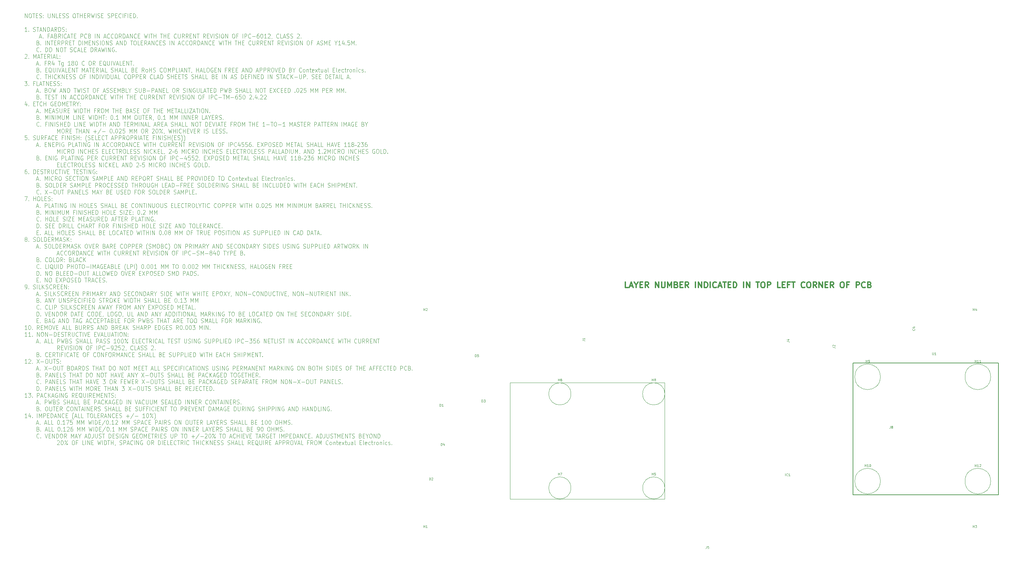
<source format=gbr>
G04 #@! TF.GenerationSoftware,KiCad,Pcbnew,(5.1.9)-1*
G04 #@! TF.CreationDate,2021-07-05T20:40:17-04:00*
G04 #@! TF.ProjectId,DepthABC,44657074-6841-4424-932e-6b696361645f,rev?*
G04 #@! TF.SameCoordinates,Original*
G04 #@! TF.FileFunction,OtherDrawing,Comment*
%FSLAX46Y46*%
G04 Gerber Fmt 4.6, Leading zero omitted, Abs format (unit mm)*
G04 Created by KiCad (PCBNEW (5.1.9)-1) date 2021-07-05 20:40:17*
%MOMM*%
%LPD*%
G01*
G04 APERTURE LIST*
%ADD10C,0.300000*%
%ADD11C,0.100000*%
%ADD12C,0.120000*%
%ADD13C,0.200000*%
G04 APERTURE END LIST*
D10*
X169865000Y-99276571D02*
X169150714Y-99276571D01*
X169150714Y-97776571D01*
X170293571Y-98848000D02*
X171007857Y-98848000D01*
X170150714Y-99276571D02*
X170650714Y-97776571D01*
X171150714Y-99276571D01*
X171936428Y-98562285D02*
X171936428Y-99276571D01*
X171436428Y-97776571D02*
X171936428Y-98562285D01*
X172436428Y-97776571D01*
X172936428Y-98490857D02*
X173436428Y-98490857D01*
X173650714Y-99276571D02*
X172936428Y-99276571D01*
X172936428Y-97776571D01*
X173650714Y-97776571D01*
X175150714Y-99276571D02*
X174650714Y-98562285D01*
X174293571Y-99276571D02*
X174293571Y-97776571D01*
X174865000Y-97776571D01*
X175007857Y-97848000D01*
X175079285Y-97919428D01*
X175150714Y-98062285D01*
X175150714Y-98276571D01*
X175079285Y-98419428D01*
X175007857Y-98490857D01*
X174865000Y-98562285D01*
X174293571Y-98562285D01*
X176936428Y-99276571D02*
X176936428Y-97776571D01*
X177793571Y-99276571D01*
X177793571Y-97776571D01*
X178507857Y-97776571D02*
X178507857Y-98990857D01*
X178579285Y-99133714D01*
X178650714Y-99205142D01*
X178793571Y-99276571D01*
X179079285Y-99276571D01*
X179222142Y-99205142D01*
X179293571Y-99133714D01*
X179365000Y-98990857D01*
X179365000Y-97776571D01*
X180079285Y-99276571D02*
X180079285Y-97776571D01*
X180579285Y-98848000D01*
X181079285Y-97776571D01*
X181079285Y-99276571D01*
X182293571Y-98490857D02*
X182507857Y-98562285D01*
X182579285Y-98633714D01*
X182650714Y-98776571D01*
X182650714Y-98990857D01*
X182579285Y-99133714D01*
X182507857Y-99205142D01*
X182365000Y-99276571D01*
X181793571Y-99276571D01*
X181793571Y-97776571D01*
X182293571Y-97776571D01*
X182436428Y-97848000D01*
X182507857Y-97919428D01*
X182579285Y-98062285D01*
X182579285Y-98205142D01*
X182507857Y-98348000D01*
X182436428Y-98419428D01*
X182293571Y-98490857D01*
X181793571Y-98490857D01*
X183293571Y-98490857D02*
X183793571Y-98490857D01*
X184007857Y-99276571D02*
X183293571Y-99276571D01*
X183293571Y-97776571D01*
X184007857Y-97776571D01*
X185507857Y-99276571D02*
X185007857Y-98562285D01*
X184650714Y-99276571D02*
X184650714Y-97776571D01*
X185222142Y-97776571D01*
X185365000Y-97848000D01*
X185436428Y-97919428D01*
X185507857Y-98062285D01*
X185507857Y-98276571D01*
X185436428Y-98419428D01*
X185365000Y-98490857D01*
X185222142Y-98562285D01*
X184650714Y-98562285D01*
X187293571Y-99276571D02*
X187293571Y-97776571D01*
X188007857Y-99276571D02*
X188007857Y-97776571D01*
X188865000Y-99276571D01*
X188865000Y-97776571D01*
X189579285Y-99276571D02*
X189579285Y-97776571D01*
X189936428Y-97776571D01*
X190150714Y-97848000D01*
X190293571Y-97990857D01*
X190365000Y-98133714D01*
X190436428Y-98419428D01*
X190436428Y-98633714D01*
X190365000Y-98919428D01*
X190293571Y-99062285D01*
X190150714Y-99205142D01*
X189936428Y-99276571D01*
X189579285Y-99276571D01*
X191079285Y-99276571D02*
X191079285Y-97776571D01*
X192650714Y-99133714D02*
X192579285Y-99205142D01*
X192365000Y-99276571D01*
X192222142Y-99276571D01*
X192007857Y-99205142D01*
X191865000Y-99062285D01*
X191793571Y-98919428D01*
X191722142Y-98633714D01*
X191722142Y-98419428D01*
X191793571Y-98133714D01*
X191865000Y-97990857D01*
X192007857Y-97848000D01*
X192222142Y-97776571D01*
X192365000Y-97776571D01*
X192579285Y-97848000D01*
X192650714Y-97919428D01*
X193222142Y-98848000D02*
X193936428Y-98848000D01*
X193079285Y-99276571D02*
X193579285Y-97776571D01*
X194079285Y-99276571D01*
X194365000Y-97776571D02*
X195222142Y-97776571D01*
X194793571Y-99276571D02*
X194793571Y-97776571D01*
X195722142Y-98490857D02*
X196222142Y-98490857D01*
X196436428Y-99276571D02*
X195722142Y-99276571D01*
X195722142Y-97776571D01*
X196436428Y-97776571D01*
X197079285Y-99276571D02*
X197079285Y-97776571D01*
X197436428Y-97776571D01*
X197650714Y-97848000D01*
X197793571Y-97990857D01*
X197865000Y-98133714D01*
X197936428Y-98419428D01*
X197936428Y-98633714D01*
X197865000Y-98919428D01*
X197793571Y-99062285D01*
X197650714Y-99205142D01*
X197436428Y-99276571D01*
X197079285Y-99276571D01*
X199722142Y-99276571D02*
X199722142Y-97776571D01*
X200436428Y-99276571D02*
X200436428Y-97776571D01*
X201293571Y-99276571D01*
X201293571Y-97776571D01*
X202936428Y-97776571D02*
X203793571Y-97776571D01*
X203365000Y-99276571D02*
X203365000Y-97776571D01*
X204579285Y-97776571D02*
X204865000Y-97776571D01*
X205007857Y-97848000D01*
X205150714Y-97990857D01*
X205222142Y-98276571D01*
X205222142Y-98776571D01*
X205150714Y-99062285D01*
X205007857Y-99205142D01*
X204865000Y-99276571D01*
X204579285Y-99276571D01*
X204436428Y-99205142D01*
X204293571Y-99062285D01*
X204222142Y-98776571D01*
X204222142Y-98276571D01*
X204293571Y-97990857D01*
X204436428Y-97848000D01*
X204579285Y-97776571D01*
X205865000Y-99276571D02*
X205865000Y-97776571D01*
X206436428Y-97776571D01*
X206579285Y-97848000D01*
X206650714Y-97919428D01*
X206722142Y-98062285D01*
X206722142Y-98276571D01*
X206650714Y-98419428D01*
X206579285Y-98490857D01*
X206436428Y-98562285D01*
X205865000Y-98562285D01*
X209222142Y-99276571D02*
X208507857Y-99276571D01*
X208507857Y-97776571D01*
X209722142Y-98490857D02*
X210222142Y-98490857D01*
X210436428Y-99276571D02*
X209722142Y-99276571D01*
X209722142Y-97776571D01*
X210436428Y-97776571D01*
X211579285Y-98490857D02*
X211079285Y-98490857D01*
X211079285Y-99276571D02*
X211079285Y-97776571D01*
X211793571Y-97776571D01*
X212150714Y-97776571D02*
X213007857Y-97776571D01*
X212579285Y-99276571D02*
X212579285Y-97776571D01*
X215507857Y-99133714D02*
X215436428Y-99205142D01*
X215222142Y-99276571D01*
X215079285Y-99276571D01*
X214865000Y-99205142D01*
X214722142Y-99062285D01*
X214650714Y-98919428D01*
X214579285Y-98633714D01*
X214579285Y-98419428D01*
X214650714Y-98133714D01*
X214722142Y-97990857D01*
X214865000Y-97848000D01*
X215079285Y-97776571D01*
X215222142Y-97776571D01*
X215436428Y-97848000D01*
X215507857Y-97919428D01*
X216436428Y-97776571D02*
X216722142Y-97776571D01*
X216865000Y-97848000D01*
X217007857Y-97990857D01*
X217079285Y-98276571D01*
X217079285Y-98776571D01*
X217007857Y-99062285D01*
X216865000Y-99205142D01*
X216722142Y-99276571D01*
X216436428Y-99276571D01*
X216293571Y-99205142D01*
X216150714Y-99062285D01*
X216079285Y-98776571D01*
X216079285Y-98276571D01*
X216150714Y-97990857D01*
X216293571Y-97848000D01*
X216436428Y-97776571D01*
X218579285Y-99276571D02*
X218079285Y-98562285D01*
X217722142Y-99276571D02*
X217722142Y-97776571D01*
X218293571Y-97776571D01*
X218436428Y-97848000D01*
X218507857Y-97919428D01*
X218579285Y-98062285D01*
X218579285Y-98276571D01*
X218507857Y-98419428D01*
X218436428Y-98490857D01*
X218293571Y-98562285D01*
X217722142Y-98562285D01*
X219222142Y-99276571D02*
X219222142Y-97776571D01*
X220079285Y-99276571D01*
X220079285Y-97776571D01*
X220793571Y-98490857D02*
X221293571Y-98490857D01*
X221507857Y-99276571D02*
X220793571Y-99276571D01*
X220793571Y-97776571D01*
X221507857Y-97776571D01*
X223007857Y-99276571D02*
X222507857Y-98562285D01*
X222150714Y-99276571D02*
X222150714Y-97776571D01*
X222722142Y-97776571D01*
X222865000Y-97848000D01*
X222936428Y-97919428D01*
X223007857Y-98062285D01*
X223007857Y-98276571D01*
X222936428Y-98419428D01*
X222865000Y-98490857D01*
X222722142Y-98562285D01*
X222150714Y-98562285D01*
X225079285Y-97776571D02*
X225365000Y-97776571D01*
X225507857Y-97848000D01*
X225650714Y-97990857D01*
X225722142Y-98276571D01*
X225722142Y-98776571D01*
X225650714Y-99062285D01*
X225507857Y-99205142D01*
X225365000Y-99276571D01*
X225079285Y-99276571D01*
X224936428Y-99205142D01*
X224793571Y-99062285D01*
X224722142Y-98776571D01*
X224722142Y-98276571D01*
X224793571Y-97990857D01*
X224936428Y-97848000D01*
X225079285Y-97776571D01*
X226865000Y-98490857D02*
X226365000Y-98490857D01*
X226365000Y-99276571D02*
X226365000Y-97776571D01*
X227079285Y-97776571D01*
X228793571Y-99276571D02*
X228793571Y-97776571D01*
X229365000Y-97776571D01*
X229507857Y-97848000D01*
X229579285Y-97919428D01*
X229650714Y-98062285D01*
X229650714Y-98276571D01*
X229579285Y-98419428D01*
X229507857Y-98490857D01*
X229365000Y-98562285D01*
X228793571Y-98562285D01*
X231150714Y-99133714D02*
X231079285Y-99205142D01*
X230865000Y-99276571D01*
X230722142Y-99276571D01*
X230507857Y-99205142D01*
X230365000Y-99062285D01*
X230293571Y-98919428D01*
X230222142Y-98633714D01*
X230222142Y-98419428D01*
X230293571Y-98133714D01*
X230365000Y-97990857D01*
X230507857Y-97848000D01*
X230722142Y-97776571D01*
X230865000Y-97776571D01*
X231079285Y-97848000D01*
X231150714Y-97919428D01*
X232293571Y-98490857D02*
X232507857Y-98562285D01*
X232579285Y-98633714D01*
X232650714Y-98776571D01*
X232650714Y-98990857D01*
X232579285Y-99133714D01*
X232507857Y-99205142D01*
X232365000Y-99276571D01*
X231793571Y-99276571D01*
X231793571Y-97776571D01*
X232293571Y-97776571D01*
X232436428Y-97848000D01*
X232507857Y-97919428D01*
X232579285Y-98062285D01*
X232579285Y-98205142D01*
X232507857Y-98348000D01*
X232436428Y-98419428D01*
X232293571Y-98490857D01*
X231793571Y-98490857D01*
D11*
X13955595Y-29573619D02*
X13955595Y-28473619D01*
X14527023Y-29573619D01*
X14527023Y-28473619D01*
X15193690Y-28473619D02*
X15384166Y-28473619D01*
X15479404Y-28526000D01*
X15574642Y-28630761D01*
X15622261Y-28840285D01*
X15622261Y-29206952D01*
X15574642Y-29416476D01*
X15479404Y-29521238D01*
X15384166Y-29573619D01*
X15193690Y-29573619D01*
X15098452Y-29521238D01*
X15003214Y-29416476D01*
X14955595Y-29206952D01*
X14955595Y-28840285D01*
X15003214Y-28630761D01*
X15098452Y-28526000D01*
X15193690Y-28473619D01*
X15907976Y-28473619D02*
X16479404Y-28473619D01*
X16193690Y-29573619D02*
X16193690Y-28473619D01*
X16812738Y-28997428D02*
X17146071Y-28997428D01*
X17288928Y-29573619D02*
X16812738Y-29573619D01*
X16812738Y-28473619D01*
X17288928Y-28473619D01*
X17669880Y-29521238D02*
X17812738Y-29573619D01*
X18050833Y-29573619D01*
X18146071Y-29521238D01*
X18193690Y-29468857D01*
X18241309Y-29364095D01*
X18241309Y-29259333D01*
X18193690Y-29154571D01*
X18146071Y-29102190D01*
X18050833Y-29049809D01*
X17860357Y-28997428D01*
X17765119Y-28945047D01*
X17717500Y-28892666D01*
X17669880Y-28787904D01*
X17669880Y-28683142D01*
X17717500Y-28578380D01*
X17765119Y-28526000D01*
X17860357Y-28473619D01*
X18098452Y-28473619D01*
X18241309Y-28526000D01*
X18669880Y-29468857D02*
X18717500Y-29521238D01*
X18669880Y-29573619D01*
X18622261Y-29521238D01*
X18669880Y-29468857D01*
X18669880Y-29573619D01*
X18669880Y-28892666D02*
X18717500Y-28945047D01*
X18669880Y-28997428D01*
X18622261Y-28945047D01*
X18669880Y-28892666D01*
X18669880Y-28997428D01*
X19907976Y-28473619D02*
X19907976Y-29364095D01*
X19955595Y-29468857D01*
X20003214Y-29521238D01*
X20098452Y-29573619D01*
X20288928Y-29573619D01*
X20384166Y-29521238D01*
X20431785Y-29468857D01*
X20479404Y-29364095D01*
X20479404Y-28473619D01*
X20955595Y-29573619D02*
X20955595Y-28473619D01*
X21527023Y-29573619D01*
X21527023Y-28473619D01*
X22479404Y-29573619D02*
X22003214Y-29573619D01*
X22003214Y-28473619D01*
X22812738Y-28997428D02*
X23146071Y-28997428D01*
X23288928Y-29573619D02*
X22812738Y-29573619D01*
X22812738Y-28473619D01*
X23288928Y-28473619D01*
X23669880Y-29521238D02*
X23812738Y-29573619D01*
X24050833Y-29573619D01*
X24146071Y-29521238D01*
X24193690Y-29468857D01*
X24241309Y-29364095D01*
X24241309Y-29259333D01*
X24193690Y-29154571D01*
X24146071Y-29102190D01*
X24050833Y-29049809D01*
X23860357Y-28997428D01*
X23765119Y-28945047D01*
X23717500Y-28892666D01*
X23669880Y-28787904D01*
X23669880Y-28683142D01*
X23717500Y-28578380D01*
X23765119Y-28526000D01*
X23860357Y-28473619D01*
X24098452Y-28473619D01*
X24241309Y-28526000D01*
X24622261Y-29521238D02*
X24765119Y-29573619D01*
X25003214Y-29573619D01*
X25098452Y-29521238D01*
X25146071Y-29468857D01*
X25193690Y-29364095D01*
X25193690Y-29259333D01*
X25146071Y-29154571D01*
X25098452Y-29102190D01*
X25003214Y-29049809D01*
X24812738Y-28997428D01*
X24717500Y-28945047D01*
X24669880Y-28892666D01*
X24622261Y-28787904D01*
X24622261Y-28683142D01*
X24669880Y-28578380D01*
X24717500Y-28526000D01*
X24812738Y-28473619D01*
X25050833Y-28473619D01*
X25193690Y-28526000D01*
X26574642Y-28473619D02*
X26765119Y-28473619D01*
X26860357Y-28526000D01*
X26955595Y-28630761D01*
X27003214Y-28840285D01*
X27003214Y-29206952D01*
X26955595Y-29416476D01*
X26860357Y-29521238D01*
X26765119Y-29573619D01*
X26574642Y-29573619D01*
X26479404Y-29521238D01*
X26384166Y-29416476D01*
X26336547Y-29206952D01*
X26336547Y-28840285D01*
X26384166Y-28630761D01*
X26479404Y-28526000D01*
X26574642Y-28473619D01*
X27288928Y-28473619D02*
X27860357Y-28473619D01*
X27574642Y-29573619D02*
X27574642Y-28473619D01*
X28193690Y-29573619D02*
X28193690Y-28473619D01*
X28193690Y-28997428D02*
X28765119Y-28997428D01*
X28765119Y-29573619D02*
X28765119Y-28473619D01*
X29241309Y-28997428D02*
X29574642Y-28997428D01*
X29717499Y-29573619D02*
X29241309Y-29573619D01*
X29241309Y-28473619D01*
X29717499Y-28473619D01*
X30717499Y-29573619D02*
X30384166Y-29049809D01*
X30146071Y-29573619D02*
X30146071Y-28473619D01*
X30527023Y-28473619D01*
X30622261Y-28526000D01*
X30669880Y-28578380D01*
X30717499Y-28683142D01*
X30717499Y-28840285D01*
X30669880Y-28945047D01*
X30622261Y-28997428D01*
X30527023Y-29049809D01*
X30146071Y-29049809D01*
X31050833Y-28473619D02*
X31288928Y-29573619D01*
X31479404Y-28787904D01*
X31669880Y-29573619D01*
X31907976Y-28473619D01*
X32288928Y-29573619D02*
X32288928Y-28473619D01*
X32717499Y-29521238D02*
X32860357Y-29573619D01*
X33098452Y-29573619D01*
X33193690Y-29521238D01*
X33241309Y-29468857D01*
X33288928Y-29364095D01*
X33288928Y-29259333D01*
X33241309Y-29154571D01*
X33193690Y-29102190D01*
X33098452Y-29049809D01*
X32907976Y-28997428D01*
X32812738Y-28945047D01*
X32765119Y-28892666D01*
X32717499Y-28787904D01*
X32717499Y-28683142D01*
X32765119Y-28578380D01*
X32812738Y-28526000D01*
X32907976Y-28473619D01*
X33146071Y-28473619D01*
X33288928Y-28526000D01*
X33717499Y-28997428D02*
X34050833Y-28997428D01*
X34193690Y-29573619D02*
X33717499Y-29573619D01*
X33717499Y-28473619D01*
X34193690Y-28473619D01*
X35336547Y-29521238D02*
X35479404Y-29573619D01*
X35717499Y-29573619D01*
X35812738Y-29521238D01*
X35860357Y-29468857D01*
X35907976Y-29364095D01*
X35907976Y-29259333D01*
X35860357Y-29154571D01*
X35812738Y-29102190D01*
X35717499Y-29049809D01*
X35527023Y-28997428D01*
X35431785Y-28945047D01*
X35384166Y-28892666D01*
X35336547Y-28787904D01*
X35336547Y-28683142D01*
X35384166Y-28578380D01*
X35431785Y-28526000D01*
X35527023Y-28473619D01*
X35765119Y-28473619D01*
X35907976Y-28526000D01*
X36336547Y-29573619D02*
X36336547Y-28473619D01*
X36717499Y-28473619D01*
X36812738Y-28526000D01*
X36860357Y-28578380D01*
X36907976Y-28683142D01*
X36907976Y-28840285D01*
X36860357Y-28945047D01*
X36812738Y-28997428D01*
X36717499Y-29049809D01*
X36336547Y-29049809D01*
X37336547Y-28997428D02*
X37669880Y-28997428D01*
X37812738Y-29573619D02*
X37336547Y-29573619D01*
X37336547Y-28473619D01*
X37812738Y-28473619D01*
X38812738Y-29468857D02*
X38765119Y-29521238D01*
X38622261Y-29573619D01*
X38527023Y-29573619D01*
X38384166Y-29521238D01*
X38288928Y-29416476D01*
X38241309Y-29311714D01*
X38193690Y-29102190D01*
X38193690Y-28945047D01*
X38241309Y-28735523D01*
X38288928Y-28630761D01*
X38384166Y-28526000D01*
X38527023Y-28473619D01*
X38622261Y-28473619D01*
X38765119Y-28526000D01*
X38812738Y-28578380D01*
X39241309Y-29573619D02*
X39241309Y-28473619D01*
X40050833Y-28997428D02*
X39717499Y-28997428D01*
X39717499Y-29573619D02*
X39717499Y-28473619D01*
X40193690Y-28473619D01*
X40574642Y-29573619D02*
X40574642Y-28473619D01*
X41050833Y-28997428D02*
X41384166Y-28997428D01*
X41527023Y-29573619D02*
X41050833Y-29573619D01*
X41050833Y-28473619D01*
X41527023Y-28473619D01*
X41955595Y-29573619D02*
X41955595Y-28473619D01*
X42193690Y-28473619D01*
X42336547Y-28526000D01*
X42431785Y-28630761D01*
X42479404Y-28735523D01*
X42527023Y-28945047D01*
X42527023Y-29102190D01*
X42479404Y-29311714D01*
X42431785Y-29416476D01*
X42336547Y-29521238D01*
X42193690Y-29573619D01*
X41955595Y-29573619D01*
X42955595Y-29468857D02*
X43003214Y-29521238D01*
X42955595Y-29573619D01*
X42907976Y-29521238D01*
X42955595Y-29468857D01*
X42955595Y-29573619D01*
X14479404Y-33073619D02*
X13907976Y-33073619D01*
X14193690Y-33073619D02*
X14193690Y-31973619D01*
X14098452Y-32130761D01*
X14003214Y-32235523D01*
X13907976Y-32287904D01*
X14907976Y-32968857D02*
X14955595Y-33021238D01*
X14907976Y-33073619D01*
X14860357Y-33021238D01*
X14907976Y-32968857D01*
X14907976Y-33073619D01*
X16098452Y-33021238D02*
X16241309Y-33073619D01*
X16479404Y-33073619D01*
X16574642Y-33021238D01*
X16622261Y-32968857D01*
X16669880Y-32864095D01*
X16669880Y-32759333D01*
X16622261Y-32654571D01*
X16574642Y-32602190D01*
X16479404Y-32549809D01*
X16288928Y-32497428D01*
X16193690Y-32445047D01*
X16146071Y-32392666D01*
X16098452Y-32287904D01*
X16098452Y-32183142D01*
X16146071Y-32078380D01*
X16193690Y-32026000D01*
X16288928Y-31973619D01*
X16527023Y-31973619D01*
X16669880Y-32026000D01*
X16955595Y-31973619D02*
X17527023Y-31973619D01*
X17241309Y-33073619D02*
X17241309Y-31973619D01*
X17812738Y-32759333D02*
X18288928Y-32759333D01*
X17717500Y-33073619D02*
X18050833Y-31973619D01*
X18384166Y-33073619D01*
X18717500Y-33073619D02*
X18717500Y-31973619D01*
X19288928Y-33073619D01*
X19288928Y-31973619D01*
X19765119Y-33073619D02*
X19765119Y-31973619D01*
X20003214Y-31973619D01*
X20146071Y-32026000D01*
X20241309Y-32130761D01*
X20288928Y-32235523D01*
X20336547Y-32445047D01*
X20336547Y-32602190D01*
X20288928Y-32811714D01*
X20241309Y-32916476D01*
X20146071Y-33021238D01*
X20003214Y-33073619D01*
X19765119Y-33073619D01*
X20717500Y-32759333D02*
X21193690Y-32759333D01*
X20622261Y-33073619D02*
X20955595Y-31973619D01*
X21288928Y-33073619D01*
X22193690Y-33073619D02*
X21860357Y-32549809D01*
X21622261Y-33073619D02*
X21622261Y-31973619D01*
X22003214Y-31973619D01*
X22098452Y-32026000D01*
X22146071Y-32078380D01*
X22193690Y-32183142D01*
X22193690Y-32340285D01*
X22146071Y-32445047D01*
X22098452Y-32497428D01*
X22003214Y-32549809D01*
X21622261Y-32549809D01*
X22622261Y-33073619D02*
X22622261Y-31973619D01*
X22860357Y-31973619D01*
X23003214Y-32026000D01*
X23098452Y-32130761D01*
X23146071Y-32235523D01*
X23193690Y-32445047D01*
X23193690Y-32602190D01*
X23146071Y-32811714D01*
X23098452Y-32916476D01*
X23003214Y-33021238D01*
X22860357Y-33073619D01*
X22622261Y-33073619D01*
X23574642Y-33021238D02*
X23717500Y-33073619D01*
X23955595Y-33073619D01*
X24050833Y-33021238D01*
X24098452Y-32968857D01*
X24146071Y-32864095D01*
X24146071Y-32759333D01*
X24098452Y-32654571D01*
X24050833Y-32602190D01*
X23955595Y-32549809D01*
X23765119Y-32497428D01*
X23669880Y-32445047D01*
X23622261Y-32392666D01*
X23574642Y-32287904D01*
X23574642Y-32183142D01*
X23622261Y-32078380D01*
X23669880Y-32026000D01*
X23765119Y-31973619D01*
X24003214Y-31973619D01*
X24146071Y-32026000D01*
X24574642Y-32968857D02*
X24622261Y-33021238D01*
X24574642Y-33073619D01*
X24527023Y-33021238D01*
X24574642Y-32968857D01*
X24574642Y-33073619D01*
X24574642Y-32392666D02*
X24622261Y-32445047D01*
X24574642Y-32497428D01*
X24527023Y-32445047D01*
X24574642Y-32392666D01*
X24574642Y-32497428D01*
X17717500Y-34509333D02*
X18193690Y-34509333D01*
X17622261Y-34823619D02*
X17955595Y-33723619D01*
X18288928Y-34823619D01*
X18622261Y-34718857D02*
X18669880Y-34771238D01*
X18622261Y-34823619D01*
X18574642Y-34771238D01*
X18622261Y-34718857D01*
X18622261Y-34823619D01*
X20193690Y-34247428D02*
X19860357Y-34247428D01*
X19860357Y-34823619D02*
X19860357Y-33723619D01*
X20336547Y-33723619D01*
X20669880Y-34509333D02*
X21146071Y-34509333D01*
X20574642Y-34823619D02*
X20907976Y-33723619D01*
X21241309Y-34823619D01*
X21907976Y-34247428D02*
X22050833Y-34299809D01*
X22098452Y-34352190D01*
X22146071Y-34456952D01*
X22146071Y-34614095D01*
X22098452Y-34718857D01*
X22050833Y-34771238D01*
X21955595Y-34823619D01*
X21574642Y-34823619D01*
X21574642Y-33723619D01*
X21907976Y-33723619D01*
X22003214Y-33776000D01*
X22050833Y-33828380D01*
X22098452Y-33933142D01*
X22098452Y-34037904D01*
X22050833Y-34142666D01*
X22003214Y-34195047D01*
X21907976Y-34247428D01*
X21574642Y-34247428D01*
X23146071Y-34823619D02*
X22812738Y-34299809D01*
X22574642Y-34823619D02*
X22574642Y-33723619D01*
X22955595Y-33723619D01*
X23050833Y-33776000D01*
X23098452Y-33828380D01*
X23146071Y-33933142D01*
X23146071Y-34090285D01*
X23098452Y-34195047D01*
X23050833Y-34247428D01*
X22955595Y-34299809D01*
X22574642Y-34299809D01*
X23574642Y-34823619D02*
X23574642Y-33723619D01*
X24622261Y-34718857D02*
X24574642Y-34771238D01*
X24431785Y-34823619D01*
X24336547Y-34823619D01*
X24193690Y-34771238D01*
X24098452Y-34666476D01*
X24050833Y-34561714D01*
X24003214Y-34352190D01*
X24003214Y-34195047D01*
X24050833Y-33985523D01*
X24098452Y-33880761D01*
X24193690Y-33776000D01*
X24336547Y-33723619D01*
X24431785Y-33723619D01*
X24574642Y-33776000D01*
X24622261Y-33828380D01*
X25003214Y-34509333D02*
X25479404Y-34509333D01*
X24907976Y-34823619D02*
X25241309Y-33723619D01*
X25574642Y-34823619D01*
X25765119Y-33723619D02*
X26336547Y-33723619D01*
X26050833Y-34823619D02*
X26050833Y-33723619D01*
X26669880Y-34247428D02*
X27003214Y-34247428D01*
X27146071Y-34823619D02*
X26669880Y-34823619D01*
X26669880Y-33723619D01*
X27146071Y-33723619D01*
X28336547Y-34823619D02*
X28336547Y-33723619D01*
X28717500Y-33723619D01*
X28812738Y-33776000D01*
X28860357Y-33828380D01*
X28907976Y-33933142D01*
X28907976Y-34090285D01*
X28860357Y-34195047D01*
X28812738Y-34247428D01*
X28717500Y-34299809D01*
X28336547Y-34299809D01*
X29907976Y-34718857D02*
X29860357Y-34771238D01*
X29717500Y-34823619D01*
X29622261Y-34823619D01*
X29479404Y-34771238D01*
X29384166Y-34666476D01*
X29336547Y-34561714D01*
X29288928Y-34352190D01*
X29288928Y-34195047D01*
X29336547Y-33985523D01*
X29384166Y-33880761D01*
X29479404Y-33776000D01*
X29622261Y-33723619D01*
X29717500Y-33723619D01*
X29860357Y-33776000D01*
X29907976Y-33828380D01*
X30669880Y-34247428D02*
X30812738Y-34299809D01*
X30860357Y-34352190D01*
X30907976Y-34456952D01*
X30907976Y-34614095D01*
X30860357Y-34718857D01*
X30812738Y-34771238D01*
X30717499Y-34823619D01*
X30336547Y-34823619D01*
X30336547Y-33723619D01*
X30669880Y-33723619D01*
X30765119Y-33776000D01*
X30812738Y-33828380D01*
X30860357Y-33933142D01*
X30860357Y-34037904D01*
X30812738Y-34142666D01*
X30765119Y-34195047D01*
X30669880Y-34247428D01*
X30336547Y-34247428D01*
X32098452Y-34823619D02*
X32098452Y-33723619D01*
X32574642Y-34823619D02*
X32574642Y-33723619D01*
X33146071Y-34823619D01*
X33146071Y-33723619D01*
X34336547Y-34509333D02*
X34812738Y-34509333D01*
X34241309Y-34823619D02*
X34574642Y-33723619D01*
X34907976Y-34823619D01*
X35812738Y-34718857D02*
X35765119Y-34771238D01*
X35622261Y-34823619D01*
X35527023Y-34823619D01*
X35384166Y-34771238D01*
X35288928Y-34666476D01*
X35241309Y-34561714D01*
X35193690Y-34352190D01*
X35193690Y-34195047D01*
X35241309Y-33985523D01*
X35288928Y-33880761D01*
X35384166Y-33776000D01*
X35527023Y-33723619D01*
X35622261Y-33723619D01*
X35765119Y-33776000D01*
X35812738Y-33828380D01*
X36812738Y-34718857D02*
X36765119Y-34771238D01*
X36622261Y-34823619D01*
X36527023Y-34823619D01*
X36384166Y-34771238D01*
X36288928Y-34666476D01*
X36241309Y-34561714D01*
X36193690Y-34352190D01*
X36193690Y-34195047D01*
X36241309Y-33985523D01*
X36288928Y-33880761D01*
X36384166Y-33776000D01*
X36527023Y-33723619D01*
X36622261Y-33723619D01*
X36765119Y-33776000D01*
X36812738Y-33828380D01*
X37431785Y-33723619D02*
X37622261Y-33723619D01*
X37717500Y-33776000D01*
X37812738Y-33880761D01*
X37860357Y-34090285D01*
X37860357Y-34456952D01*
X37812738Y-34666476D01*
X37717500Y-34771238D01*
X37622261Y-34823619D01*
X37431785Y-34823619D01*
X37336547Y-34771238D01*
X37241309Y-34666476D01*
X37193690Y-34456952D01*
X37193690Y-34090285D01*
X37241309Y-33880761D01*
X37336547Y-33776000D01*
X37431785Y-33723619D01*
X38860357Y-34823619D02*
X38527023Y-34299809D01*
X38288928Y-34823619D02*
X38288928Y-33723619D01*
X38669880Y-33723619D01*
X38765119Y-33776000D01*
X38812738Y-33828380D01*
X38860357Y-33933142D01*
X38860357Y-34090285D01*
X38812738Y-34195047D01*
X38765119Y-34247428D01*
X38669880Y-34299809D01*
X38288928Y-34299809D01*
X39288928Y-34823619D02*
X39288928Y-33723619D01*
X39527023Y-33723619D01*
X39669880Y-33776000D01*
X39765119Y-33880761D01*
X39812738Y-33985523D01*
X39860357Y-34195047D01*
X39860357Y-34352190D01*
X39812738Y-34561714D01*
X39765119Y-34666476D01*
X39669880Y-34771238D01*
X39527023Y-34823619D01*
X39288928Y-34823619D01*
X40241309Y-34509333D02*
X40717500Y-34509333D01*
X40146071Y-34823619D02*
X40479404Y-33723619D01*
X40812738Y-34823619D01*
X41146071Y-34823619D02*
X41146071Y-33723619D01*
X41717500Y-34823619D01*
X41717500Y-33723619D01*
X42765119Y-34718857D02*
X42717500Y-34771238D01*
X42574642Y-34823619D01*
X42479404Y-34823619D01*
X42336547Y-34771238D01*
X42241309Y-34666476D01*
X42193690Y-34561714D01*
X42146071Y-34352190D01*
X42146071Y-34195047D01*
X42193690Y-33985523D01*
X42241309Y-33880761D01*
X42336547Y-33776000D01*
X42479404Y-33723619D01*
X42574642Y-33723619D01*
X42717500Y-33776000D01*
X42765119Y-33828380D01*
X43193690Y-34247428D02*
X43527023Y-34247428D01*
X43669880Y-34823619D02*
X43193690Y-34823619D01*
X43193690Y-33723619D01*
X43669880Y-33723619D01*
X44765119Y-33723619D02*
X45003214Y-34823619D01*
X45193690Y-34037904D01*
X45384166Y-34823619D01*
X45622261Y-33723619D01*
X46003214Y-34823619D02*
X46003214Y-33723619D01*
X46336547Y-33723619D02*
X46907976Y-33723619D01*
X46622261Y-34823619D02*
X46622261Y-33723619D01*
X47241309Y-34823619D02*
X47241309Y-33723619D01*
X47241309Y-34247428D02*
X47812738Y-34247428D01*
X47812738Y-34823619D02*
X47812738Y-33723619D01*
X48907976Y-33723619D02*
X49479404Y-33723619D01*
X49193690Y-34823619D02*
X49193690Y-33723619D01*
X49812738Y-34823619D02*
X49812738Y-33723619D01*
X49812738Y-34247428D02*
X50384166Y-34247428D01*
X50384166Y-34823619D02*
X50384166Y-33723619D01*
X50860357Y-34247428D02*
X51193690Y-34247428D01*
X51336547Y-34823619D02*
X50860357Y-34823619D01*
X50860357Y-33723619D01*
X51336547Y-33723619D01*
X53098452Y-34718857D02*
X53050833Y-34771238D01*
X52907976Y-34823619D01*
X52812738Y-34823619D01*
X52669880Y-34771238D01*
X52574642Y-34666476D01*
X52527023Y-34561714D01*
X52479404Y-34352190D01*
X52479404Y-34195047D01*
X52527023Y-33985523D01*
X52574642Y-33880761D01*
X52669880Y-33776000D01*
X52812738Y-33723619D01*
X52907976Y-33723619D01*
X53050833Y-33776000D01*
X53098452Y-33828380D01*
X53527023Y-33723619D02*
X53527023Y-34614095D01*
X53574642Y-34718857D01*
X53622261Y-34771238D01*
X53717499Y-34823619D01*
X53907976Y-34823619D01*
X54003214Y-34771238D01*
X54050833Y-34718857D01*
X54098452Y-34614095D01*
X54098452Y-33723619D01*
X55146071Y-34823619D02*
X54812738Y-34299809D01*
X54574642Y-34823619D02*
X54574642Y-33723619D01*
X54955595Y-33723619D01*
X55050833Y-33776000D01*
X55098452Y-33828380D01*
X55146071Y-33933142D01*
X55146071Y-34090285D01*
X55098452Y-34195047D01*
X55050833Y-34247428D01*
X54955595Y-34299809D01*
X54574642Y-34299809D01*
X56146071Y-34823619D02*
X55812738Y-34299809D01*
X55574642Y-34823619D02*
X55574642Y-33723619D01*
X55955595Y-33723619D01*
X56050833Y-33776000D01*
X56098452Y-33828380D01*
X56146071Y-33933142D01*
X56146071Y-34090285D01*
X56098452Y-34195047D01*
X56050833Y-34247428D01*
X55955595Y-34299809D01*
X55574642Y-34299809D01*
X56574642Y-34247428D02*
X56907976Y-34247428D01*
X57050833Y-34823619D02*
X56574642Y-34823619D01*
X56574642Y-33723619D01*
X57050833Y-33723619D01*
X57479404Y-34823619D02*
X57479404Y-33723619D01*
X58050833Y-34823619D01*
X58050833Y-33723619D01*
X58384166Y-33723619D02*
X58955595Y-33723619D01*
X58669880Y-34823619D02*
X58669880Y-33723619D01*
X60622261Y-34823619D02*
X60288928Y-34299809D01*
X60050833Y-34823619D02*
X60050833Y-33723619D01*
X60431785Y-33723619D01*
X60527023Y-33776000D01*
X60574642Y-33828380D01*
X60622261Y-33933142D01*
X60622261Y-34090285D01*
X60574642Y-34195047D01*
X60527023Y-34247428D01*
X60431785Y-34299809D01*
X60050833Y-34299809D01*
X61050833Y-34247428D02*
X61384166Y-34247428D01*
X61527023Y-34823619D02*
X61050833Y-34823619D01*
X61050833Y-33723619D01*
X61527023Y-33723619D01*
X61812738Y-33723619D02*
X62146071Y-34823619D01*
X62479404Y-33723619D01*
X62812738Y-34823619D02*
X62812738Y-33723619D01*
X63241309Y-34771238D02*
X63384166Y-34823619D01*
X63622261Y-34823619D01*
X63717499Y-34771238D01*
X63765119Y-34718857D01*
X63812738Y-34614095D01*
X63812738Y-34509333D01*
X63765119Y-34404571D01*
X63717499Y-34352190D01*
X63622261Y-34299809D01*
X63431785Y-34247428D01*
X63336547Y-34195047D01*
X63288928Y-34142666D01*
X63241309Y-34037904D01*
X63241309Y-33933142D01*
X63288928Y-33828380D01*
X63336547Y-33776000D01*
X63431785Y-33723619D01*
X63669880Y-33723619D01*
X63812738Y-33776000D01*
X64241309Y-34823619D02*
X64241309Y-33723619D01*
X64907976Y-33723619D02*
X65098452Y-33723619D01*
X65193690Y-33776000D01*
X65288928Y-33880761D01*
X65336547Y-34090285D01*
X65336547Y-34456952D01*
X65288928Y-34666476D01*
X65193690Y-34771238D01*
X65098452Y-34823619D01*
X64907976Y-34823619D01*
X64812738Y-34771238D01*
X64717499Y-34666476D01*
X64669880Y-34456952D01*
X64669880Y-34090285D01*
X64717499Y-33880761D01*
X64812738Y-33776000D01*
X64907976Y-33723619D01*
X65765119Y-34823619D02*
X65765119Y-33723619D01*
X66336547Y-34823619D01*
X66336547Y-33723619D01*
X67765119Y-33723619D02*
X67955595Y-33723619D01*
X68050833Y-33776000D01*
X68146071Y-33880761D01*
X68193690Y-34090285D01*
X68193690Y-34456952D01*
X68146071Y-34666476D01*
X68050833Y-34771238D01*
X67955595Y-34823619D01*
X67765119Y-34823619D01*
X67669880Y-34771238D01*
X67574642Y-34666476D01*
X67527023Y-34456952D01*
X67527023Y-34090285D01*
X67574642Y-33880761D01*
X67669880Y-33776000D01*
X67765119Y-33723619D01*
X68955595Y-34247428D02*
X68622261Y-34247428D01*
X68622261Y-34823619D02*
X68622261Y-33723619D01*
X69098452Y-33723619D01*
X70241309Y-34823619D02*
X70241309Y-33723619D01*
X70717499Y-34823619D02*
X70717499Y-33723619D01*
X71098452Y-33723619D01*
X71193690Y-33776000D01*
X71241309Y-33828380D01*
X71288928Y-33933142D01*
X71288928Y-34090285D01*
X71241309Y-34195047D01*
X71193690Y-34247428D01*
X71098452Y-34299809D01*
X70717499Y-34299809D01*
X72288928Y-34718857D02*
X72241309Y-34771238D01*
X72098452Y-34823619D01*
X72003214Y-34823619D01*
X71860357Y-34771238D01*
X71765119Y-34666476D01*
X71717499Y-34561714D01*
X71669880Y-34352190D01*
X71669880Y-34195047D01*
X71717499Y-33985523D01*
X71765119Y-33880761D01*
X71860357Y-33776000D01*
X72003214Y-33723619D01*
X72098452Y-33723619D01*
X72241309Y-33776000D01*
X72288928Y-33828380D01*
X72717499Y-34404571D02*
X73479404Y-34404571D01*
X74384166Y-33723619D02*
X74193690Y-33723619D01*
X74098452Y-33776000D01*
X74050833Y-33828380D01*
X73955595Y-33985523D01*
X73907976Y-34195047D01*
X73907976Y-34614095D01*
X73955595Y-34718857D01*
X74003214Y-34771238D01*
X74098452Y-34823619D01*
X74288928Y-34823619D01*
X74384166Y-34771238D01*
X74431785Y-34718857D01*
X74479404Y-34614095D01*
X74479404Y-34352190D01*
X74431785Y-34247428D01*
X74384166Y-34195047D01*
X74288928Y-34142666D01*
X74098452Y-34142666D01*
X74003214Y-34195047D01*
X73955595Y-34247428D01*
X73907976Y-34352190D01*
X75098452Y-33723619D02*
X75193690Y-33723619D01*
X75288928Y-33776000D01*
X75336547Y-33828380D01*
X75384166Y-33933142D01*
X75431785Y-34142666D01*
X75431785Y-34404571D01*
X75384166Y-34614095D01*
X75336547Y-34718857D01*
X75288928Y-34771238D01*
X75193690Y-34823619D01*
X75098452Y-34823619D01*
X75003214Y-34771238D01*
X74955595Y-34718857D01*
X74907976Y-34614095D01*
X74860357Y-34404571D01*
X74860357Y-34142666D01*
X74907976Y-33933142D01*
X74955595Y-33828380D01*
X75003214Y-33776000D01*
X75098452Y-33723619D01*
X76384166Y-34823619D02*
X75812738Y-34823619D01*
X76098452Y-34823619D02*
X76098452Y-33723619D01*
X76003214Y-33880761D01*
X75907976Y-33985523D01*
X75812738Y-34037904D01*
X76765119Y-33828380D02*
X76812738Y-33776000D01*
X76907976Y-33723619D01*
X77146071Y-33723619D01*
X77241309Y-33776000D01*
X77288928Y-33828380D01*
X77336547Y-33933142D01*
X77336547Y-34037904D01*
X77288928Y-34195047D01*
X76717499Y-34823619D01*
X77336547Y-34823619D01*
X77812738Y-34771238D02*
X77812738Y-34823619D01*
X77765119Y-34928380D01*
X77717500Y-34980761D01*
X79574642Y-34718857D02*
X79527023Y-34771238D01*
X79384166Y-34823619D01*
X79288928Y-34823619D01*
X79146071Y-34771238D01*
X79050833Y-34666476D01*
X79003214Y-34561714D01*
X78955595Y-34352190D01*
X78955595Y-34195047D01*
X79003214Y-33985523D01*
X79050833Y-33880761D01*
X79146071Y-33776000D01*
X79288928Y-33723619D01*
X79384166Y-33723619D01*
X79527023Y-33776000D01*
X79574642Y-33828380D01*
X80479404Y-34823619D02*
X80003214Y-34823619D01*
X80003214Y-33723619D01*
X80765119Y-34509333D02*
X81241309Y-34509333D01*
X80669880Y-34823619D02*
X81003214Y-33723619D01*
X81336547Y-34823619D01*
X81622261Y-34771238D02*
X81765119Y-34823619D01*
X82003214Y-34823619D01*
X82098452Y-34771238D01*
X82146071Y-34718857D01*
X82193690Y-34614095D01*
X82193690Y-34509333D01*
X82146071Y-34404571D01*
X82098452Y-34352190D01*
X82003214Y-34299809D01*
X81812738Y-34247428D01*
X81717499Y-34195047D01*
X81669880Y-34142666D01*
X81622261Y-34037904D01*
X81622261Y-33933142D01*
X81669880Y-33828380D01*
X81717499Y-33776000D01*
X81812738Y-33723619D01*
X82050833Y-33723619D01*
X82193690Y-33776000D01*
X82574642Y-34771238D02*
X82717499Y-34823619D01*
X82955595Y-34823619D01*
X83050833Y-34771238D01*
X83098452Y-34718857D01*
X83146071Y-34614095D01*
X83146071Y-34509333D01*
X83098452Y-34404571D01*
X83050833Y-34352190D01*
X82955595Y-34299809D01*
X82765119Y-34247428D01*
X82669880Y-34195047D01*
X82622261Y-34142666D01*
X82574642Y-34037904D01*
X82574642Y-33933142D01*
X82622261Y-33828380D01*
X82669880Y-33776000D01*
X82765119Y-33723619D01*
X83003214Y-33723619D01*
X83146071Y-33776000D01*
X84288928Y-33828380D02*
X84336547Y-33776000D01*
X84431785Y-33723619D01*
X84669880Y-33723619D01*
X84765119Y-33776000D01*
X84812738Y-33828380D01*
X84860357Y-33933142D01*
X84860357Y-34037904D01*
X84812738Y-34195047D01*
X84241309Y-34823619D01*
X84860357Y-34823619D01*
X85288928Y-34718857D02*
X85336547Y-34771238D01*
X85288928Y-34823619D01*
X85241309Y-34771238D01*
X85288928Y-34718857D01*
X85288928Y-34823619D01*
X17336547Y-35997428D02*
X17479404Y-36049809D01*
X17527023Y-36102190D01*
X17574642Y-36206952D01*
X17574642Y-36364095D01*
X17527023Y-36468857D01*
X17479404Y-36521238D01*
X17384166Y-36573619D01*
X17003214Y-36573619D01*
X17003214Y-35473619D01*
X17336547Y-35473619D01*
X17431785Y-35526000D01*
X17479404Y-35578380D01*
X17527023Y-35683142D01*
X17527023Y-35787904D01*
X17479404Y-35892666D01*
X17431785Y-35945047D01*
X17336547Y-35997428D01*
X17003214Y-35997428D01*
X18003214Y-36468857D02*
X18050833Y-36521238D01*
X18003214Y-36573619D01*
X17955595Y-36521238D01*
X18003214Y-36468857D01*
X18003214Y-36573619D01*
X19241309Y-36573619D02*
X19241309Y-35473619D01*
X19717500Y-36573619D02*
X19717500Y-35473619D01*
X20288928Y-36573619D01*
X20288928Y-35473619D01*
X20622261Y-35473619D02*
X21193690Y-35473619D01*
X20907976Y-36573619D02*
X20907976Y-35473619D01*
X21527023Y-35997428D02*
X21860357Y-35997428D01*
X22003214Y-36573619D02*
X21527023Y-36573619D01*
X21527023Y-35473619D01*
X22003214Y-35473619D01*
X23003214Y-36573619D02*
X22669880Y-36049809D01*
X22431785Y-36573619D02*
X22431785Y-35473619D01*
X22812738Y-35473619D01*
X22907976Y-35526000D01*
X22955595Y-35578380D01*
X23003214Y-35683142D01*
X23003214Y-35840285D01*
X22955595Y-35945047D01*
X22907976Y-35997428D01*
X22812738Y-36049809D01*
X22431785Y-36049809D01*
X23431785Y-36573619D02*
X23431785Y-35473619D01*
X23812738Y-35473619D01*
X23907976Y-35526000D01*
X23955595Y-35578380D01*
X24003214Y-35683142D01*
X24003214Y-35840285D01*
X23955595Y-35945047D01*
X23907976Y-35997428D01*
X23812738Y-36049809D01*
X23431785Y-36049809D01*
X25003214Y-36573619D02*
X24669880Y-36049809D01*
X24431785Y-36573619D02*
X24431785Y-35473619D01*
X24812738Y-35473619D01*
X24907976Y-35526000D01*
X24955595Y-35578380D01*
X25003214Y-35683142D01*
X25003214Y-35840285D01*
X24955595Y-35945047D01*
X24907976Y-35997428D01*
X24812738Y-36049809D01*
X24431785Y-36049809D01*
X25431785Y-35997428D02*
X25765119Y-35997428D01*
X25907976Y-36573619D02*
X25431785Y-36573619D01*
X25431785Y-35473619D01*
X25907976Y-35473619D01*
X26193690Y-35473619D02*
X26765119Y-35473619D01*
X26479404Y-36573619D02*
X26479404Y-35473619D01*
X27860357Y-36573619D02*
X27860357Y-35473619D01*
X28098452Y-35473619D01*
X28241309Y-35526000D01*
X28336547Y-35630761D01*
X28384166Y-35735523D01*
X28431785Y-35945047D01*
X28431785Y-36102190D01*
X28384166Y-36311714D01*
X28336547Y-36416476D01*
X28241309Y-36521238D01*
X28098452Y-36573619D01*
X27860357Y-36573619D01*
X28860357Y-36573619D02*
X28860357Y-35473619D01*
X29336547Y-36573619D02*
X29336547Y-35473619D01*
X29669880Y-36259333D01*
X30003214Y-35473619D01*
X30003214Y-36573619D01*
X30479404Y-35997428D02*
X30812738Y-35997428D01*
X30955595Y-36573619D02*
X30479404Y-36573619D01*
X30479404Y-35473619D01*
X30955595Y-35473619D01*
X31384166Y-36573619D02*
X31384166Y-35473619D01*
X31955595Y-36573619D01*
X31955595Y-35473619D01*
X32384166Y-36521238D02*
X32527023Y-36573619D01*
X32765119Y-36573619D01*
X32860357Y-36521238D01*
X32907976Y-36468857D01*
X32955595Y-36364095D01*
X32955595Y-36259333D01*
X32907976Y-36154571D01*
X32860357Y-36102190D01*
X32765119Y-36049809D01*
X32574642Y-35997428D01*
X32479404Y-35945047D01*
X32431785Y-35892666D01*
X32384166Y-35787904D01*
X32384166Y-35683142D01*
X32431785Y-35578380D01*
X32479404Y-35526000D01*
X32574642Y-35473619D01*
X32812738Y-35473619D01*
X32955595Y-35526000D01*
X33384166Y-36573619D02*
X33384166Y-35473619D01*
X34050833Y-35473619D02*
X34241309Y-35473619D01*
X34336547Y-35526000D01*
X34431785Y-35630761D01*
X34479404Y-35840285D01*
X34479404Y-36206952D01*
X34431785Y-36416476D01*
X34336547Y-36521238D01*
X34241309Y-36573619D01*
X34050833Y-36573619D01*
X33955595Y-36521238D01*
X33860357Y-36416476D01*
X33812738Y-36206952D01*
X33812738Y-35840285D01*
X33860357Y-35630761D01*
X33955595Y-35526000D01*
X34050833Y-35473619D01*
X34907976Y-36573619D02*
X34907976Y-35473619D01*
X35479404Y-36573619D01*
X35479404Y-35473619D01*
X35907976Y-36521238D02*
X36050833Y-36573619D01*
X36288928Y-36573619D01*
X36384166Y-36521238D01*
X36431785Y-36468857D01*
X36479404Y-36364095D01*
X36479404Y-36259333D01*
X36431785Y-36154571D01*
X36384166Y-36102190D01*
X36288928Y-36049809D01*
X36098452Y-35997428D01*
X36003214Y-35945047D01*
X35955595Y-35892666D01*
X35907976Y-35787904D01*
X35907976Y-35683142D01*
X35955595Y-35578380D01*
X36003214Y-35526000D01*
X36098452Y-35473619D01*
X36336547Y-35473619D01*
X36479404Y-35526000D01*
X37622261Y-36259333D02*
X38098452Y-36259333D01*
X37527023Y-36573619D02*
X37860357Y-35473619D01*
X38193690Y-36573619D01*
X38527023Y-36573619D02*
X38527023Y-35473619D01*
X39098452Y-36573619D01*
X39098452Y-35473619D01*
X39574642Y-36573619D02*
X39574642Y-35473619D01*
X39812738Y-35473619D01*
X39955595Y-35526000D01*
X40050833Y-35630761D01*
X40098452Y-35735523D01*
X40146071Y-35945047D01*
X40146071Y-36102190D01*
X40098452Y-36311714D01*
X40050833Y-36416476D01*
X39955595Y-36521238D01*
X39812738Y-36573619D01*
X39574642Y-36573619D01*
X41193690Y-35473619D02*
X41765119Y-35473619D01*
X41479404Y-36573619D02*
X41479404Y-35473619D01*
X42288928Y-35473619D02*
X42479404Y-35473619D01*
X42574642Y-35526000D01*
X42669880Y-35630761D01*
X42717500Y-35840285D01*
X42717500Y-36206952D01*
X42669880Y-36416476D01*
X42574642Y-36521238D01*
X42479404Y-36573619D01*
X42288928Y-36573619D01*
X42193690Y-36521238D01*
X42098452Y-36416476D01*
X42050833Y-36206952D01*
X42050833Y-35840285D01*
X42098452Y-35630761D01*
X42193690Y-35526000D01*
X42288928Y-35473619D01*
X43622261Y-36573619D02*
X43146071Y-36573619D01*
X43146071Y-35473619D01*
X43955595Y-35997428D02*
X44288928Y-35997428D01*
X44431785Y-36573619D02*
X43955595Y-36573619D01*
X43955595Y-35473619D01*
X44431785Y-35473619D01*
X45431785Y-36573619D02*
X45098452Y-36049809D01*
X44860357Y-36573619D02*
X44860357Y-35473619D01*
X45241309Y-35473619D01*
X45336547Y-35526000D01*
X45384166Y-35578380D01*
X45431785Y-35683142D01*
X45431785Y-35840285D01*
X45384166Y-35945047D01*
X45336547Y-35997428D01*
X45241309Y-36049809D01*
X44860357Y-36049809D01*
X45812738Y-36259333D02*
X46288928Y-36259333D01*
X45717500Y-36573619D02*
X46050833Y-35473619D01*
X46384166Y-36573619D01*
X46717500Y-36573619D02*
X46717500Y-35473619D01*
X47288928Y-36573619D01*
X47288928Y-35473619D01*
X48336547Y-36468857D02*
X48288928Y-36521238D01*
X48146071Y-36573619D01*
X48050833Y-36573619D01*
X47907976Y-36521238D01*
X47812738Y-36416476D01*
X47765119Y-36311714D01*
X47717500Y-36102190D01*
X47717500Y-35945047D01*
X47765119Y-35735523D01*
X47812738Y-35630761D01*
X47907976Y-35526000D01*
X48050833Y-35473619D01*
X48146071Y-35473619D01*
X48288928Y-35526000D01*
X48336547Y-35578380D01*
X48765119Y-35997428D02*
X49098452Y-35997428D01*
X49241309Y-36573619D02*
X48765119Y-36573619D01*
X48765119Y-35473619D01*
X49241309Y-35473619D01*
X49622261Y-36521238D02*
X49765119Y-36573619D01*
X50003214Y-36573619D01*
X50098452Y-36521238D01*
X50146071Y-36468857D01*
X50193690Y-36364095D01*
X50193690Y-36259333D01*
X50146071Y-36154571D01*
X50098452Y-36102190D01*
X50003214Y-36049809D01*
X49812738Y-35997428D01*
X49717499Y-35945047D01*
X49669880Y-35892666D01*
X49622261Y-35787904D01*
X49622261Y-35683142D01*
X49669880Y-35578380D01*
X49717499Y-35526000D01*
X49812738Y-35473619D01*
X50050833Y-35473619D01*
X50193690Y-35526000D01*
X51384166Y-36573619D02*
X51384166Y-35473619D01*
X51860357Y-36573619D02*
X51860357Y-35473619D01*
X52431785Y-36573619D01*
X52431785Y-35473619D01*
X53622261Y-36259333D02*
X54098452Y-36259333D01*
X53527023Y-36573619D02*
X53860357Y-35473619D01*
X54193690Y-36573619D01*
X55098452Y-36468857D02*
X55050833Y-36521238D01*
X54907976Y-36573619D01*
X54812738Y-36573619D01*
X54669880Y-36521238D01*
X54574642Y-36416476D01*
X54527023Y-36311714D01*
X54479404Y-36102190D01*
X54479404Y-35945047D01*
X54527023Y-35735523D01*
X54574642Y-35630761D01*
X54669880Y-35526000D01*
X54812738Y-35473619D01*
X54907976Y-35473619D01*
X55050833Y-35526000D01*
X55098452Y-35578380D01*
X56098452Y-36468857D02*
X56050833Y-36521238D01*
X55907976Y-36573619D01*
X55812738Y-36573619D01*
X55669880Y-36521238D01*
X55574642Y-36416476D01*
X55527023Y-36311714D01*
X55479404Y-36102190D01*
X55479404Y-35945047D01*
X55527023Y-35735523D01*
X55574642Y-35630761D01*
X55669880Y-35526000D01*
X55812738Y-35473619D01*
X55907976Y-35473619D01*
X56050833Y-35526000D01*
X56098452Y-35578380D01*
X56717499Y-35473619D02*
X56907976Y-35473619D01*
X57003214Y-35526000D01*
X57098452Y-35630761D01*
X57146071Y-35840285D01*
X57146071Y-36206952D01*
X57098452Y-36416476D01*
X57003214Y-36521238D01*
X56907976Y-36573619D01*
X56717499Y-36573619D01*
X56622261Y-36521238D01*
X56527023Y-36416476D01*
X56479404Y-36206952D01*
X56479404Y-35840285D01*
X56527023Y-35630761D01*
X56622261Y-35526000D01*
X56717499Y-35473619D01*
X58146071Y-36573619D02*
X57812738Y-36049809D01*
X57574642Y-36573619D02*
X57574642Y-35473619D01*
X57955595Y-35473619D01*
X58050833Y-35526000D01*
X58098452Y-35578380D01*
X58146071Y-35683142D01*
X58146071Y-35840285D01*
X58098452Y-35945047D01*
X58050833Y-35997428D01*
X57955595Y-36049809D01*
X57574642Y-36049809D01*
X58574642Y-36573619D02*
X58574642Y-35473619D01*
X58812738Y-35473619D01*
X58955595Y-35526000D01*
X59050833Y-35630761D01*
X59098452Y-35735523D01*
X59146071Y-35945047D01*
X59146071Y-36102190D01*
X59098452Y-36311714D01*
X59050833Y-36416476D01*
X58955595Y-36521238D01*
X58812738Y-36573619D01*
X58574642Y-36573619D01*
X59527023Y-36259333D02*
X60003214Y-36259333D01*
X59431785Y-36573619D02*
X59765119Y-35473619D01*
X60098452Y-36573619D01*
X60431785Y-36573619D02*
X60431785Y-35473619D01*
X61003214Y-36573619D01*
X61003214Y-35473619D01*
X62050833Y-36468857D02*
X62003214Y-36521238D01*
X61860357Y-36573619D01*
X61765119Y-36573619D01*
X61622261Y-36521238D01*
X61527023Y-36416476D01*
X61479404Y-36311714D01*
X61431785Y-36102190D01*
X61431785Y-35945047D01*
X61479404Y-35735523D01*
X61527023Y-35630761D01*
X61622261Y-35526000D01*
X61765119Y-35473619D01*
X61860357Y-35473619D01*
X62003214Y-35526000D01*
X62050833Y-35578380D01*
X62479404Y-35997428D02*
X62812738Y-35997428D01*
X62955595Y-36573619D02*
X62479404Y-36573619D01*
X62479404Y-35473619D01*
X62955595Y-35473619D01*
X64050833Y-35473619D02*
X64288928Y-36573619D01*
X64479404Y-35787904D01*
X64669880Y-36573619D01*
X64907976Y-35473619D01*
X65288928Y-36573619D02*
X65288928Y-35473619D01*
X65622261Y-35473619D02*
X66193690Y-35473619D01*
X65907976Y-36573619D02*
X65907976Y-35473619D01*
X66527023Y-36573619D02*
X66527023Y-35473619D01*
X66527023Y-35997428D02*
X67098452Y-35997428D01*
X67098452Y-36573619D02*
X67098452Y-35473619D01*
X68193690Y-35473619D02*
X68765119Y-35473619D01*
X68479404Y-36573619D02*
X68479404Y-35473619D01*
X69098452Y-36573619D02*
X69098452Y-35473619D01*
X69098452Y-35997428D02*
X69669880Y-35997428D01*
X69669880Y-36573619D02*
X69669880Y-35473619D01*
X70146071Y-35997428D02*
X70479404Y-35997428D01*
X70622261Y-36573619D02*
X70146071Y-36573619D01*
X70146071Y-35473619D01*
X70622261Y-35473619D01*
X72384166Y-36468857D02*
X72336547Y-36521238D01*
X72193690Y-36573619D01*
X72098452Y-36573619D01*
X71955595Y-36521238D01*
X71860357Y-36416476D01*
X71812738Y-36311714D01*
X71765119Y-36102190D01*
X71765119Y-35945047D01*
X71812738Y-35735523D01*
X71860357Y-35630761D01*
X71955595Y-35526000D01*
X72098452Y-35473619D01*
X72193690Y-35473619D01*
X72336547Y-35526000D01*
X72384166Y-35578380D01*
X72812738Y-35473619D02*
X72812738Y-36364095D01*
X72860357Y-36468857D01*
X72907976Y-36521238D01*
X73003214Y-36573619D01*
X73193690Y-36573619D01*
X73288928Y-36521238D01*
X73336547Y-36468857D01*
X73384166Y-36364095D01*
X73384166Y-35473619D01*
X74431785Y-36573619D02*
X74098452Y-36049809D01*
X73860357Y-36573619D02*
X73860357Y-35473619D01*
X74241309Y-35473619D01*
X74336547Y-35526000D01*
X74384166Y-35578380D01*
X74431785Y-35683142D01*
X74431785Y-35840285D01*
X74384166Y-35945047D01*
X74336547Y-35997428D01*
X74241309Y-36049809D01*
X73860357Y-36049809D01*
X75431785Y-36573619D02*
X75098452Y-36049809D01*
X74860357Y-36573619D02*
X74860357Y-35473619D01*
X75241309Y-35473619D01*
X75336547Y-35526000D01*
X75384166Y-35578380D01*
X75431785Y-35683142D01*
X75431785Y-35840285D01*
X75384166Y-35945047D01*
X75336547Y-35997428D01*
X75241309Y-36049809D01*
X74860357Y-36049809D01*
X75860357Y-35997428D02*
X76193690Y-35997428D01*
X76336547Y-36573619D02*
X75860357Y-36573619D01*
X75860357Y-35473619D01*
X76336547Y-35473619D01*
X76765119Y-36573619D02*
X76765119Y-35473619D01*
X77336547Y-36573619D01*
X77336547Y-35473619D01*
X77669880Y-35473619D02*
X78241309Y-35473619D01*
X77955595Y-36573619D02*
X77955595Y-35473619D01*
X79907976Y-36573619D02*
X79574642Y-36049809D01*
X79336547Y-36573619D02*
X79336547Y-35473619D01*
X79717499Y-35473619D01*
X79812738Y-35526000D01*
X79860357Y-35578380D01*
X79907976Y-35683142D01*
X79907976Y-35840285D01*
X79860357Y-35945047D01*
X79812738Y-35997428D01*
X79717499Y-36049809D01*
X79336547Y-36049809D01*
X80336547Y-35997428D02*
X80669880Y-35997428D01*
X80812738Y-36573619D02*
X80336547Y-36573619D01*
X80336547Y-35473619D01*
X80812738Y-35473619D01*
X81098452Y-35473619D02*
X81431785Y-36573619D01*
X81765119Y-35473619D01*
X82098452Y-36573619D02*
X82098452Y-35473619D01*
X82527023Y-36521238D02*
X82669880Y-36573619D01*
X82907976Y-36573619D01*
X83003214Y-36521238D01*
X83050833Y-36468857D01*
X83098452Y-36364095D01*
X83098452Y-36259333D01*
X83050833Y-36154571D01*
X83003214Y-36102190D01*
X82907976Y-36049809D01*
X82717499Y-35997428D01*
X82622261Y-35945047D01*
X82574642Y-35892666D01*
X82527023Y-35787904D01*
X82527023Y-35683142D01*
X82574642Y-35578380D01*
X82622261Y-35526000D01*
X82717499Y-35473619D01*
X82955595Y-35473619D01*
X83098452Y-35526000D01*
X83527023Y-36573619D02*
X83527023Y-35473619D01*
X84193690Y-35473619D02*
X84384166Y-35473619D01*
X84479404Y-35526000D01*
X84574642Y-35630761D01*
X84622261Y-35840285D01*
X84622261Y-36206952D01*
X84574642Y-36416476D01*
X84479404Y-36521238D01*
X84384166Y-36573619D01*
X84193690Y-36573619D01*
X84098452Y-36521238D01*
X84003214Y-36416476D01*
X83955595Y-36206952D01*
X83955595Y-35840285D01*
X84003214Y-35630761D01*
X84098452Y-35526000D01*
X84193690Y-35473619D01*
X85050833Y-36573619D02*
X85050833Y-35473619D01*
X85622261Y-36573619D01*
X85622261Y-35473619D01*
X87050833Y-35473619D02*
X87241309Y-35473619D01*
X87336547Y-35526000D01*
X87431785Y-35630761D01*
X87479404Y-35840285D01*
X87479404Y-36206952D01*
X87431785Y-36416476D01*
X87336547Y-36521238D01*
X87241309Y-36573619D01*
X87050833Y-36573619D01*
X86955595Y-36521238D01*
X86860357Y-36416476D01*
X86812738Y-36206952D01*
X86812738Y-35840285D01*
X86860357Y-35630761D01*
X86955595Y-35526000D01*
X87050833Y-35473619D01*
X88241309Y-35997428D02*
X87907976Y-35997428D01*
X87907976Y-36573619D02*
X87907976Y-35473619D01*
X88384166Y-35473619D01*
X89479404Y-36259333D02*
X89955595Y-36259333D01*
X89384166Y-36573619D02*
X89717499Y-35473619D01*
X90050833Y-36573619D01*
X90336547Y-36521238D02*
X90479404Y-36573619D01*
X90717499Y-36573619D01*
X90812738Y-36521238D01*
X90860357Y-36468857D01*
X90907976Y-36364095D01*
X90907976Y-36259333D01*
X90860357Y-36154571D01*
X90812738Y-36102190D01*
X90717499Y-36049809D01*
X90527023Y-35997428D01*
X90431785Y-35945047D01*
X90384166Y-35892666D01*
X90336547Y-35787904D01*
X90336547Y-35683142D01*
X90384166Y-35578380D01*
X90431785Y-35526000D01*
X90527023Y-35473619D01*
X90765119Y-35473619D01*
X90907976Y-35526000D01*
X91336547Y-36573619D02*
X91336547Y-35473619D01*
X91669880Y-36259333D01*
X92003214Y-35473619D01*
X92003214Y-36573619D01*
X92479404Y-35997428D02*
X92812738Y-35997428D01*
X92955595Y-36573619D02*
X92479404Y-36573619D01*
X92479404Y-35473619D01*
X92955595Y-35473619D01*
X94336547Y-36049809D02*
X94336547Y-36573619D01*
X94003214Y-35473619D02*
X94336547Y-36049809D01*
X94669880Y-35473619D01*
X95527023Y-36573619D02*
X94955595Y-36573619D01*
X95241309Y-36573619D02*
X95241309Y-35473619D01*
X95146071Y-35630761D01*
X95050833Y-35735523D01*
X94955595Y-35787904D01*
X96384166Y-35840285D02*
X96384166Y-36573619D01*
X96146071Y-35421238D02*
X95907976Y-36206952D01*
X96527023Y-36206952D01*
X96907976Y-36468857D02*
X96955595Y-36521238D01*
X96907976Y-36573619D01*
X96860357Y-36521238D01*
X96907976Y-36468857D01*
X96907976Y-36573619D01*
X97860357Y-35473619D02*
X97384166Y-35473619D01*
X97336547Y-35997428D01*
X97384166Y-35945047D01*
X97479404Y-35892666D01*
X97717499Y-35892666D01*
X97812738Y-35945047D01*
X97860357Y-35997428D01*
X97907976Y-36102190D01*
X97907976Y-36364095D01*
X97860357Y-36468857D01*
X97812738Y-36521238D01*
X97717499Y-36573619D01*
X97479404Y-36573619D01*
X97384166Y-36521238D01*
X97336547Y-36468857D01*
X98336547Y-36573619D02*
X98336547Y-35473619D01*
X98669880Y-36259333D01*
X99003214Y-35473619D01*
X99003214Y-36573619D01*
X99479404Y-36468857D02*
X99527023Y-36521238D01*
X99479404Y-36573619D01*
X99431785Y-36521238D01*
X99479404Y-36468857D01*
X99479404Y-36573619D01*
X17574642Y-38218857D02*
X17527023Y-38271238D01*
X17384166Y-38323619D01*
X17288928Y-38323619D01*
X17146071Y-38271238D01*
X17050833Y-38166476D01*
X17003214Y-38061714D01*
X16955595Y-37852190D01*
X16955595Y-37695047D01*
X17003214Y-37485523D01*
X17050833Y-37380761D01*
X17146071Y-37276000D01*
X17288928Y-37223619D01*
X17384166Y-37223619D01*
X17527023Y-37276000D01*
X17574642Y-37328380D01*
X18003214Y-38218857D02*
X18050833Y-38271238D01*
X18003214Y-38323619D01*
X17955595Y-38271238D01*
X18003214Y-38218857D01*
X18003214Y-38323619D01*
X19241309Y-38323619D02*
X19241309Y-37223619D01*
X19479404Y-37223619D01*
X19622261Y-37276000D01*
X19717500Y-37380761D01*
X19765119Y-37485523D01*
X19812738Y-37695047D01*
X19812738Y-37852190D01*
X19765119Y-38061714D01*
X19717500Y-38166476D01*
X19622261Y-38271238D01*
X19479404Y-38323619D01*
X19241309Y-38323619D01*
X20431785Y-37223619D02*
X20622261Y-37223619D01*
X20717500Y-37276000D01*
X20812738Y-37380761D01*
X20860357Y-37590285D01*
X20860357Y-37956952D01*
X20812738Y-38166476D01*
X20717500Y-38271238D01*
X20622261Y-38323619D01*
X20431785Y-38323619D01*
X20336547Y-38271238D01*
X20241309Y-38166476D01*
X20193690Y-37956952D01*
X20193690Y-37590285D01*
X20241309Y-37380761D01*
X20336547Y-37276000D01*
X20431785Y-37223619D01*
X22050833Y-38323619D02*
X22050833Y-37223619D01*
X22622261Y-38323619D01*
X22622261Y-37223619D01*
X23288928Y-37223619D02*
X23479404Y-37223619D01*
X23574642Y-37276000D01*
X23669880Y-37380761D01*
X23717500Y-37590285D01*
X23717500Y-37956952D01*
X23669880Y-38166476D01*
X23574642Y-38271238D01*
X23479404Y-38323619D01*
X23288928Y-38323619D01*
X23193690Y-38271238D01*
X23098452Y-38166476D01*
X23050833Y-37956952D01*
X23050833Y-37590285D01*
X23098452Y-37380761D01*
X23193690Y-37276000D01*
X23288928Y-37223619D01*
X24003214Y-37223619D02*
X24574642Y-37223619D01*
X24288928Y-38323619D02*
X24288928Y-37223619D01*
X25622261Y-38271238D02*
X25765119Y-38323619D01*
X26003214Y-38323619D01*
X26098452Y-38271238D01*
X26146071Y-38218857D01*
X26193690Y-38114095D01*
X26193690Y-38009333D01*
X26146071Y-37904571D01*
X26098452Y-37852190D01*
X26003214Y-37799809D01*
X25812738Y-37747428D01*
X25717499Y-37695047D01*
X25669880Y-37642666D01*
X25622261Y-37537904D01*
X25622261Y-37433142D01*
X25669880Y-37328380D01*
X25717499Y-37276000D01*
X25812738Y-37223619D01*
X26050833Y-37223619D01*
X26193690Y-37276000D01*
X27193690Y-38218857D02*
X27146071Y-38271238D01*
X27003214Y-38323619D01*
X26907976Y-38323619D01*
X26765119Y-38271238D01*
X26669880Y-38166476D01*
X26622261Y-38061714D01*
X26574642Y-37852190D01*
X26574642Y-37695047D01*
X26622261Y-37485523D01*
X26669880Y-37380761D01*
X26765119Y-37276000D01*
X26907976Y-37223619D01*
X27003214Y-37223619D01*
X27146071Y-37276000D01*
X27193690Y-37328380D01*
X27574642Y-38009333D02*
X28050833Y-38009333D01*
X27479404Y-38323619D02*
X27812738Y-37223619D01*
X28146071Y-38323619D01*
X28955595Y-38323619D02*
X28479404Y-38323619D01*
X28479404Y-37223619D01*
X29288928Y-37747428D02*
X29622261Y-37747428D01*
X29765119Y-38323619D02*
X29288928Y-38323619D01*
X29288928Y-37223619D01*
X29765119Y-37223619D01*
X30955595Y-38323619D02*
X30955595Y-37223619D01*
X31193690Y-37223619D01*
X31336547Y-37276000D01*
X31431785Y-37380761D01*
X31479404Y-37485523D01*
X31527023Y-37695047D01*
X31527023Y-37852190D01*
X31479404Y-38061714D01*
X31431785Y-38166476D01*
X31336547Y-38271238D01*
X31193690Y-38323619D01*
X30955595Y-38323619D01*
X32527023Y-38323619D02*
X32193690Y-37799809D01*
X31955595Y-38323619D02*
X31955595Y-37223619D01*
X32336547Y-37223619D01*
X32431785Y-37276000D01*
X32479404Y-37328380D01*
X32527023Y-37433142D01*
X32527023Y-37590285D01*
X32479404Y-37695047D01*
X32431785Y-37747428D01*
X32336547Y-37799809D01*
X31955595Y-37799809D01*
X32907976Y-38009333D02*
X33384166Y-38009333D01*
X32812738Y-38323619D02*
X33146071Y-37223619D01*
X33479404Y-38323619D01*
X33717500Y-37223619D02*
X33955595Y-38323619D01*
X34146071Y-37537904D01*
X34336547Y-38323619D01*
X34574642Y-37223619D01*
X34955595Y-38323619D02*
X34955595Y-37223619D01*
X35431785Y-38323619D02*
X35431785Y-37223619D01*
X36003214Y-38323619D01*
X36003214Y-37223619D01*
X37003214Y-37276000D02*
X36907976Y-37223619D01*
X36765119Y-37223619D01*
X36622261Y-37276000D01*
X36527023Y-37380761D01*
X36479404Y-37485523D01*
X36431785Y-37695047D01*
X36431785Y-37852190D01*
X36479404Y-38061714D01*
X36527023Y-38166476D01*
X36622261Y-38271238D01*
X36765119Y-38323619D01*
X36860357Y-38323619D01*
X37003214Y-38271238D01*
X37050833Y-38218857D01*
X37050833Y-37852190D01*
X36860357Y-37852190D01*
X37479404Y-38218857D02*
X37527023Y-38271238D01*
X37479404Y-38323619D01*
X37431785Y-38271238D01*
X37479404Y-38218857D01*
X37479404Y-38323619D01*
X13907976Y-39078380D02*
X13955595Y-39026000D01*
X14050833Y-38973619D01*
X14288928Y-38973619D01*
X14384166Y-39026000D01*
X14431785Y-39078380D01*
X14479404Y-39183142D01*
X14479404Y-39287904D01*
X14431785Y-39445047D01*
X13860357Y-40073619D01*
X14479404Y-40073619D01*
X14907976Y-39968857D02*
X14955595Y-40021238D01*
X14907976Y-40073619D01*
X14860357Y-40021238D01*
X14907976Y-39968857D01*
X14907976Y-40073619D01*
X16146071Y-40073619D02*
X16146071Y-38973619D01*
X16479404Y-39759333D01*
X16812738Y-38973619D01*
X16812738Y-40073619D01*
X17241309Y-39759333D02*
X17717500Y-39759333D01*
X17146071Y-40073619D02*
X17479404Y-38973619D01*
X17812738Y-40073619D01*
X18003214Y-38973619D02*
X18574642Y-38973619D01*
X18288928Y-40073619D02*
X18288928Y-38973619D01*
X18907976Y-39497428D02*
X19241309Y-39497428D01*
X19384166Y-40073619D02*
X18907976Y-40073619D01*
X18907976Y-38973619D01*
X19384166Y-38973619D01*
X20384166Y-40073619D02*
X20050833Y-39549809D01*
X19812738Y-40073619D02*
X19812738Y-38973619D01*
X20193690Y-38973619D01*
X20288928Y-39026000D01*
X20336547Y-39078380D01*
X20384166Y-39183142D01*
X20384166Y-39340285D01*
X20336547Y-39445047D01*
X20288928Y-39497428D01*
X20193690Y-39549809D01*
X19812738Y-39549809D01*
X20812738Y-40073619D02*
X20812738Y-38973619D01*
X21241309Y-39759333D02*
X21717500Y-39759333D01*
X21146071Y-40073619D02*
X21479404Y-38973619D01*
X21812738Y-40073619D01*
X22622261Y-40073619D02*
X22146071Y-40073619D01*
X22146071Y-38973619D01*
X22955595Y-39968857D02*
X23003214Y-40021238D01*
X22955595Y-40073619D01*
X22907976Y-40021238D01*
X22955595Y-39968857D01*
X22955595Y-40073619D01*
X22955595Y-39392666D02*
X23003214Y-39445047D01*
X22955595Y-39497428D01*
X22907976Y-39445047D01*
X22955595Y-39392666D01*
X22955595Y-39497428D01*
X16955595Y-41509333D02*
X17431785Y-41509333D01*
X16860357Y-41823619D02*
X17193690Y-40723619D01*
X17527023Y-41823619D01*
X17860357Y-41718857D02*
X17907976Y-41771238D01*
X17860357Y-41823619D01*
X17812738Y-41771238D01*
X17860357Y-41718857D01*
X17860357Y-41823619D01*
X19431785Y-41247428D02*
X19098452Y-41247428D01*
X19098452Y-41823619D02*
X19098452Y-40723619D01*
X19574642Y-40723619D01*
X20527023Y-41823619D02*
X20193690Y-41299809D01*
X19955595Y-41823619D02*
X19955595Y-40723619D01*
X20336547Y-40723619D01*
X20431785Y-40776000D01*
X20479404Y-40828380D01*
X20527023Y-40933142D01*
X20527023Y-41090285D01*
X20479404Y-41195047D01*
X20431785Y-41247428D01*
X20336547Y-41299809D01*
X19955595Y-41299809D01*
X21384166Y-41090285D02*
X21384166Y-41823619D01*
X21146071Y-40671238D02*
X20907976Y-41456952D01*
X21527023Y-41456952D01*
X22527023Y-40723619D02*
X23098452Y-40723619D01*
X22812738Y-41823619D02*
X22812738Y-40723619D01*
X23860357Y-41090285D02*
X23860357Y-41980761D01*
X23812738Y-42085523D01*
X23765119Y-42137904D01*
X23669880Y-42190285D01*
X23527023Y-42190285D01*
X23431785Y-42137904D01*
X23860357Y-41771238D02*
X23765119Y-41823619D01*
X23574642Y-41823619D01*
X23479404Y-41771238D01*
X23431785Y-41718857D01*
X23384166Y-41614095D01*
X23384166Y-41299809D01*
X23431785Y-41195047D01*
X23479404Y-41142666D01*
X23574642Y-41090285D01*
X23765119Y-41090285D01*
X23860357Y-41142666D01*
X25622261Y-41823619D02*
X25050833Y-41823619D01*
X25336547Y-41823619D02*
X25336547Y-40723619D01*
X25241309Y-40880761D01*
X25146071Y-40985523D01*
X25050833Y-41037904D01*
X26193690Y-41195047D02*
X26098452Y-41142666D01*
X26050833Y-41090285D01*
X26003214Y-40985523D01*
X26003214Y-40933142D01*
X26050833Y-40828380D01*
X26098452Y-40776000D01*
X26193690Y-40723619D01*
X26384166Y-40723619D01*
X26479404Y-40776000D01*
X26527023Y-40828380D01*
X26574642Y-40933142D01*
X26574642Y-40985523D01*
X26527023Y-41090285D01*
X26479404Y-41142666D01*
X26384166Y-41195047D01*
X26193690Y-41195047D01*
X26098452Y-41247428D01*
X26050833Y-41299809D01*
X26003214Y-41404571D01*
X26003214Y-41614095D01*
X26050833Y-41718857D01*
X26098452Y-41771238D01*
X26193690Y-41823619D01*
X26384166Y-41823619D01*
X26479404Y-41771238D01*
X26527023Y-41718857D01*
X26574642Y-41614095D01*
X26574642Y-41404571D01*
X26527023Y-41299809D01*
X26479404Y-41247428D01*
X26384166Y-41195047D01*
X27193690Y-40723619D02*
X27288928Y-40723619D01*
X27384166Y-40776000D01*
X27431785Y-40828380D01*
X27479404Y-40933142D01*
X27527023Y-41142666D01*
X27527023Y-41404571D01*
X27479404Y-41614095D01*
X27431785Y-41718857D01*
X27384166Y-41771238D01*
X27288928Y-41823619D01*
X27193690Y-41823619D01*
X27098452Y-41771238D01*
X27050833Y-41718857D01*
X27003214Y-41614095D01*
X26955595Y-41404571D01*
X26955595Y-41142666D01*
X27003214Y-40933142D01*
X27050833Y-40828380D01*
X27098452Y-40776000D01*
X27193690Y-40723619D01*
X29288928Y-41718857D02*
X29241309Y-41771238D01*
X29098452Y-41823619D01*
X29003214Y-41823619D01*
X28860357Y-41771238D01*
X28765119Y-41666476D01*
X28717499Y-41561714D01*
X28669880Y-41352190D01*
X28669880Y-41195047D01*
X28717499Y-40985523D01*
X28765119Y-40880761D01*
X28860357Y-40776000D01*
X29003214Y-40723619D01*
X29098452Y-40723619D01*
X29241309Y-40776000D01*
X29288928Y-40828380D01*
X30669880Y-40723619D02*
X30860357Y-40723619D01*
X30955595Y-40776000D01*
X31050833Y-40880761D01*
X31098452Y-41090285D01*
X31098452Y-41456952D01*
X31050833Y-41666476D01*
X30955595Y-41771238D01*
X30860357Y-41823619D01*
X30669880Y-41823619D01*
X30574642Y-41771238D01*
X30479404Y-41666476D01*
X30431785Y-41456952D01*
X30431785Y-41090285D01*
X30479404Y-40880761D01*
X30574642Y-40776000D01*
X30669880Y-40723619D01*
X32098452Y-41823619D02*
X31765119Y-41299809D01*
X31527023Y-41823619D02*
X31527023Y-40723619D01*
X31907976Y-40723619D01*
X32003214Y-40776000D01*
X32050833Y-40828380D01*
X32098452Y-40933142D01*
X32098452Y-41090285D01*
X32050833Y-41195047D01*
X32003214Y-41247428D01*
X31907976Y-41299809D01*
X31527023Y-41299809D01*
X33288928Y-41247428D02*
X33622261Y-41247428D01*
X33765119Y-41823619D02*
X33288928Y-41823619D01*
X33288928Y-40723619D01*
X33765119Y-40723619D01*
X34860357Y-41928380D02*
X34765119Y-41876000D01*
X34669880Y-41771238D01*
X34527023Y-41614095D01*
X34431785Y-41561714D01*
X34336547Y-41561714D01*
X34384166Y-41823619D02*
X34288928Y-41771238D01*
X34193690Y-41666476D01*
X34146071Y-41456952D01*
X34146071Y-41090285D01*
X34193690Y-40880761D01*
X34288928Y-40776000D01*
X34384166Y-40723619D01*
X34574642Y-40723619D01*
X34669880Y-40776000D01*
X34765119Y-40880761D01*
X34812738Y-41090285D01*
X34812738Y-41456952D01*
X34765119Y-41666476D01*
X34669880Y-41771238D01*
X34574642Y-41823619D01*
X34384166Y-41823619D01*
X35241309Y-40723619D02*
X35241309Y-41614095D01*
X35288928Y-41718857D01*
X35336547Y-41771238D01*
X35431785Y-41823619D01*
X35622261Y-41823619D01*
X35717499Y-41771238D01*
X35765119Y-41718857D01*
X35812738Y-41614095D01*
X35812738Y-40723619D01*
X36288928Y-41823619D02*
X36288928Y-40723619D01*
X36622261Y-40723619D02*
X36955595Y-41823619D01*
X37288928Y-40723619D01*
X37574642Y-41509333D02*
X38050833Y-41509333D01*
X37479404Y-41823619D02*
X37812738Y-40723619D01*
X38146071Y-41823619D01*
X38955595Y-41823619D02*
X38479404Y-41823619D01*
X38479404Y-40723619D01*
X39288928Y-41247428D02*
X39622261Y-41247428D01*
X39765119Y-41823619D02*
X39288928Y-41823619D01*
X39288928Y-40723619D01*
X39765119Y-40723619D01*
X40193690Y-41823619D02*
X40193690Y-40723619D01*
X40765119Y-41823619D01*
X40765119Y-40723619D01*
X41098452Y-40723619D02*
X41669880Y-40723619D01*
X41384166Y-41823619D02*
X41384166Y-40723619D01*
X42003214Y-41718857D02*
X42050833Y-41771238D01*
X42003214Y-41823619D01*
X41955595Y-41771238D01*
X42003214Y-41718857D01*
X42003214Y-41823619D01*
X17336547Y-42997428D02*
X17479404Y-43049809D01*
X17527023Y-43102190D01*
X17574642Y-43206952D01*
X17574642Y-43364095D01*
X17527023Y-43468857D01*
X17479404Y-43521238D01*
X17384166Y-43573619D01*
X17003214Y-43573619D01*
X17003214Y-42473619D01*
X17336547Y-42473619D01*
X17431785Y-42526000D01*
X17479404Y-42578380D01*
X17527023Y-42683142D01*
X17527023Y-42787904D01*
X17479404Y-42892666D01*
X17431785Y-42945047D01*
X17336547Y-42997428D01*
X17003214Y-42997428D01*
X18003214Y-43468857D02*
X18050833Y-43521238D01*
X18003214Y-43573619D01*
X17955595Y-43521238D01*
X18003214Y-43468857D01*
X18003214Y-43573619D01*
X19241309Y-42997428D02*
X19574642Y-42997428D01*
X19717500Y-43573619D02*
X19241309Y-43573619D01*
X19241309Y-42473619D01*
X19717500Y-42473619D01*
X20812738Y-43678380D02*
X20717500Y-43626000D01*
X20622261Y-43521238D01*
X20479404Y-43364095D01*
X20384166Y-43311714D01*
X20288928Y-43311714D01*
X20336547Y-43573619D02*
X20241309Y-43521238D01*
X20146071Y-43416476D01*
X20098452Y-43206952D01*
X20098452Y-42840285D01*
X20146071Y-42630761D01*
X20241309Y-42526000D01*
X20336547Y-42473619D01*
X20527023Y-42473619D01*
X20622261Y-42526000D01*
X20717500Y-42630761D01*
X20765119Y-42840285D01*
X20765119Y-43206952D01*
X20717500Y-43416476D01*
X20622261Y-43521238D01*
X20527023Y-43573619D01*
X20336547Y-43573619D01*
X21193690Y-42473619D02*
X21193690Y-43364095D01*
X21241309Y-43468857D01*
X21288928Y-43521238D01*
X21384166Y-43573619D01*
X21574642Y-43573619D01*
X21669880Y-43521238D01*
X21717500Y-43468857D01*
X21765119Y-43364095D01*
X21765119Y-42473619D01*
X22241309Y-43573619D02*
X22241309Y-42473619D01*
X22574642Y-42473619D02*
X22907976Y-43573619D01*
X23241309Y-42473619D01*
X23527023Y-43259333D02*
X24003214Y-43259333D01*
X23431785Y-43573619D02*
X23765119Y-42473619D01*
X24098452Y-43573619D01*
X24907976Y-43573619D02*
X24431785Y-43573619D01*
X24431785Y-42473619D01*
X25241309Y-42997428D02*
X25574642Y-42997428D01*
X25717500Y-43573619D02*
X25241309Y-43573619D01*
X25241309Y-42473619D01*
X25717500Y-42473619D01*
X26146071Y-43573619D02*
X26146071Y-42473619D01*
X26717500Y-43573619D01*
X26717500Y-42473619D01*
X27050833Y-42473619D02*
X27622261Y-42473619D01*
X27336547Y-43573619D02*
X27336547Y-42473619D01*
X28717499Y-43573619D02*
X28717499Y-42473619D01*
X29050833Y-43259333D01*
X29384166Y-42473619D01*
X29384166Y-43573619D01*
X29812738Y-43259333D02*
X30288928Y-43259333D01*
X29717499Y-43573619D02*
X30050833Y-42473619D01*
X30384166Y-43573619D01*
X30574642Y-42473619D02*
X31146071Y-42473619D01*
X30860357Y-43573619D02*
X30860357Y-42473619D01*
X31479404Y-42997428D02*
X31812738Y-42997428D01*
X31955595Y-43573619D02*
X31479404Y-43573619D01*
X31479404Y-42473619D01*
X31955595Y-42473619D01*
X32955595Y-43573619D02*
X32622261Y-43049809D01*
X32384166Y-43573619D02*
X32384166Y-42473619D01*
X32765119Y-42473619D01*
X32860357Y-42526000D01*
X32907976Y-42578380D01*
X32955595Y-42683142D01*
X32955595Y-42840285D01*
X32907976Y-42945047D01*
X32860357Y-42997428D01*
X32765119Y-43049809D01*
X32384166Y-43049809D01*
X33384166Y-43573619D02*
X33384166Y-42473619D01*
X33812738Y-43259333D02*
X34288928Y-43259333D01*
X33717500Y-43573619D02*
X34050833Y-42473619D01*
X34384166Y-43573619D01*
X35193690Y-43573619D02*
X34717500Y-43573619D01*
X34717500Y-42473619D01*
X36241309Y-43521238D02*
X36384166Y-43573619D01*
X36622261Y-43573619D01*
X36717500Y-43521238D01*
X36765119Y-43468857D01*
X36812738Y-43364095D01*
X36812738Y-43259333D01*
X36765119Y-43154571D01*
X36717500Y-43102190D01*
X36622261Y-43049809D01*
X36431785Y-42997428D01*
X36336547Y-42945047D01*
X36288928Y-42892666D01*
X36241309Y-42787904D01*
X36241309Y-42683142D01*
X36288928Y-42578380D01*
X36336547Y-42526000D01*
X36431785Y-42473619D01*
X36669880Y-42473619D01*
X36812738Y-42526000D01*
X37241309Y-43573619D02*
X37241309Y-42473619D01*
X37241309Y-42997428D02*
X37812738Y-42997428D01*
X37812738Y-43573619D02*
X37812738Y-42473619D01*
X38241309Y-43259333D02*
X38717500Y-43259333D01*
X38146071Y-43573619D02*
X38479404Y-42473619D01*
X38812738Y-43573619D01*
X39622261Y-43573619D02*
X39146071Y-43573619D01*
X39146071Y-42473619D01*
X40431785Y-43573619D02*
X39955595Y-43573619D01*
X39955595Y-42473619D01*
X41860357Y-42997428D02*
X42003214Y-43049809D01*
X42050833Y-43102190D01*
X42098452Y-43206952D01*
X42098452Y-43364095D01*
X42050833Y-43468857D01*
X42003214Y-43521238D01*
X41907976Y-43573619D01*
X41527023Y-43573619D01*
X41527023Y-42473619D01*
X41860357Y-42473619D01*
X41955595Y-42526000D01*
X42003214Y-42578380D01*
X42050833Y-42683142D01*
X42050833Y-42787904D01*
X42003214Y-42892666D01*
X41955595Y-42945047D01*
X41860357Y-42997428D01*
X41527023Y-42997428D01*
X42527023Y-42997428D02*
X42860357Y-42997428D01*
X43003214Y-43573619D02*
X42527023Y-43573619D01*
X42527023Y-42473619D01*
X43003214Y-42473619D01*
X44765119Y-43573619D02*
X44431785Y-43049809D01*
X44193690Y-43573619D02*
X44193690Y-42473619D01*
X44574642Y-42473619D01*
X44669880Y-42526000D01*
X44717499Y-42578380D01*
X44765119Y-42683142D01*
X44765119Y-42840285D01*
X44717499Y-42945047D01*
X44669880Y-42997428D01*
X44574642Y-43049809D01*
X44193690Y-43049809D01*
X45336547Y-43573619D02*
X45241309Y-43521238D01*
X45193690Y-43468857D01*
X45146071Y-43364095D01*
X45146071Y-43049809D01*
X45193690Y-42945047D01*
X45241309Y-42892666D01*
X45336547Y-42840285D01*
X45479404Y-42840285D01*
X45574642Y-42892666D01*
X45622261Y-42945047D01*
X45669880Y-43049809D01*
X45669880Y-43364095D01*
X45622261Y-43468857D01*
X45574642Y-43521238D01*
X45479404Y-43573619D01*
X45336547Y-43573619D01*
X46098452Y-43573619D02*
X46098452Y-42473619D01*
X46098452Y-42997428D02*
X46669880Y-42997428D01*
X46669880Y-43573619D02*
X46669880Y-42473619D01*
X47098452Y-43521238D02*
X47241309Y-43573619D01*
X47479404Y-43573619D01*
X47574642Y-43521238D01*
X47622261Y-43468857D01*
X47669880Y-43364095D01*
X47669880Y-43259333D01*
X47622261Y-43154571D01*
X47574642Y-43102190D01*
X47479404Y-43049809D01*
X47288928Y-42997428D01*
X47193690Y-42945047D01*
X47146071Y-42892666D01*
X47098452Y-42787904D01*
X47098452Y-42683142D01*
X47146071Y-42578380D01*
X47193690Y-42526000D01*
X47288928Y-42473619D01*
X47527023Y-42473619D01*
X47669880Y-42526000D01*
X49431785Y-43468857D02*
X49384166Y-43521238D01*
X49241309Y-43573619D01*
X49146071Y-43573619D01*
X49003214Y-43521238D01*
X48907976Y-43416476D01*
X48860357Y-43311714D01*
X48812738Y-43102190D01*
X48812738Y-42945047D01*
X48860357Y-42735523D01*
X48907976Y-42630761D01*
X49003214Y-42526000D01*
X49146071Y-42473619D01*
X49241309Y-42473619D01*
X49384166Y-42526000D01*
X49431785Y-42578380D01*
X50050833Y-42473619D02*
X50241309Y-42473619D01*
X50336547Y-42526000D01*
X50431785Y-42630761D01*
X50479404Y-42840285D01*
X50479404Y-43206952D01*
X50431785Y-43416476D01*
X50336547Y-43521238D01*
X50241309Y-43573619D01*
X50050833Y-43573619D01*
X49955595Y-43521238D01*
X49860357Y-43416476D01*
X49812738Y-43206952D01*
X49812738Y-42840285D01*
X49860357Y-42630761D01*
X49955595Y-42526000D01*
X50050833Y-42473619D01*
X50907976Y-43573619D02*
X50907976Y-42473619D01*
X51241309Y-43259333D01*
X51574642Y-42473619D01*
X51574642Y-43573619D01*
X52050833Y-43573619D02*
X52050833Y-42473619D01*
X52431785Y-42473619D01*
X52527023Y-42526000D01*
X52574642Y-42578380D01*
X52622261Y-42683142D01*
X52622261Y-42840285D01*
X52574642Y-42945047D01*
X52527023Y-42997428D01*
X52431785Y-43049809D01*
X52050833Y-43049809D01*
X53527023Y-43573619D02*
X53050833Y-43573619D01*
X53050833Y-42473619D01*
X53860357Y-43573619D02*
X53860357Y-42473619D01*
X54288928Y-43259333D02*
X54765119Y-43259333D01*
X54193690Y-43573619D02*
X54527023Y-42473619D01*
X54860357Y-43573619D01*
X55193690Y-43573619D02*
X55193690Y-42473619D01*
X55765119Y-43573619D01*
X55765119Y-42473619D01*
X56098452Y-42473619D02*
X56669880Y-42473619D01*
X56384166Y-43573619D02*
X56384166Y-42473619D01*
X57050833Y-43521238D02*
X57050833Y-43573619D01*
X57003214Y-43678380D01*
X56955595Y-43730761D01*
X58241309Y-43573619D02*
X58241309Y-42473619D01*
X58241309Y-42997428D02*
X58812738Y-42997428D01*
X58812738Y-43573619D02*
X58812738Y-42473619D01*
X59241309Y-43259333D02*
X59717499Y-43259333D01*
X59146071Y-43573619D02*
X59479404Y-42473619D01*
X59812738Y-43573619D01*
X60622261Y-43573619D02*
X60146071Y-43573619D01*
X60146071Y-42473619D01*
X61146071Y-42473619D02*
X61336547Y-42473619D01*
X61431785Y-42526000D01*
X61527023Y-42630761D01*
X61574642Y-42840285D01*
X61574642Y-43206952D01*
X61527023Y-43416476D01*
X61431785Y-43521238D01*
X61336547Y-43573619D01*
X61146071Y-43573619D01*
X61050833Y-43521238D01*
X60955595Y-43416476D01*
X60907976Y-43206952D01*
X60907976Y-42840285D01*
X60955595Y-42630761D01*
X61050833Y-42526000D01*
X61146071Y-42473619D01*
X62527023Y-42526000D02*
X62431785Y-42473619D01*
X62288928Y-42473619D01*
X62146071Y-42526000D01*
X62050833Y-42630761D01*
X62003214Y-42735523D01*
X61955595Y-42945047D01*
X61955595Y-43102190D01*
X62003214Y-43311714D01*
X62050833Y-43416476D01*
X62146071Y-43521238D01*
X62288928Y-43573619D01*
X62384166Y-43573619D01*
X62527023Y-43521238D01*
X62574642Y-43468857D01*
X62574642Y-43102190D01*
X62384166Y-43102190D01*
X63003214Y-42997428D02*
X63336547Y-42997428D01*
X63479404Y-43573619D02*
X63003214Y-43573619D01*
X63003214Y-42473619D01*
X63479404Y-42473619D01*
X63907976Y-43573619D02*
X63907976Y-42473619D01*
X64479404Y-43573619D01*
X64479404Y-42473619D01*
X66050833Y-42997428D02*
X65717499Y-42997428D01*
X65717499Y-43573619D02*
X65717499Y-42473619D01*
X66193690Y-42473619D01*
X67146071Y-43573619D02*
X66812738Y-43049809D01*
X66574642Y-43573619D02*
X66574642Y-42473619D01*
X66955595Y-42473619D01*
X67050833Y-42526000D01*
X67098452Y-42578380D01*
X67146071Y-42683142D01*
X67146071Y-42840285D01*
X67098452Y-42945047D01*
X67050833Y-42997428D01*
X66955595Y-43049809D01*
X66574642Y-43049809D01*
X67574642Y-42997428D02*
X67907976Y-42997428D01*
X68050833Y-43573619D02*
X67574642Y-43573619D01*
X67574642Y-42473619D01*
X68050833Y-42473619D01*
X68479404Y-42997428D02*
X68812738Y-42997428D01*
X68955595Y-43573619D02*
X68479404Y-43573619D01*
X68479404Y-42473619D01*
X68955595Y-42473619D01*
X70098452Y-43259333D02*
X70574642Y-43259333D01*
X70003214Y-43573619D02*
X70336547Y-42473619D01*
X70669880Y-43573619D01*
X71003214Y-43573619D02*
X71003214Y-42473619D01*
X71574642Y-43573619D01*
X71574642Y-42473619D01*
X72050833Y-43573619D02*
X72050833Y-42473619D01*
X72288928Y-42473619D01*
X72431785Y-42526000D01*
X72527023Y-42630761D01*
X72574642Y-42735523D01*
X72622261Y-42945047D01*
X72622261Y-43102190D01*
X72574642Y-43311714D01*
X72527023Y-43416476D01*
X72431785Y-43521238D01*
X72288928Y-43573619D01*
X72050833Y-43573619D01*
X73765119Y-43259333D02*
X74241309Y-43259333D01*
X73669880Y-43573619D02*
X74003214Y-42473619D01*
X74336547Y-43573619D01*
X74669880Y-43573619D02*
X74669880Y-42473619D01*
X75050833Y-42473619D01*
X75146071Y-42526000D01*
X75193690Y-42578380D01*
X75241309Y-42683142D01*
X75241309Y-42840285D01*
X75193690Y-42945047D01*
X75146071Y-42997428D01*
X75050833Y-43049809D01*
X74669880Y-43049809D01*
X75669880Y-43573619D02*
X75669880Y-42473619D01*
X76050833Y-42473619D01*
X76146071Y-42526000D01*
X76193690Y-42578380D01*
X76241309Y-42683142D01*
X76241309Y-42840285D01*
X76193690Y-42945047D01*
X76146071Y-42997428D01*
X76050833Y-43049809D01*
X75669880Y-43049809D01*
X77241309Y-43573619D02*
X76907976Y-43049809D01*
X76669880Y-43573619D02*
X76669880Y-42473619D01*
X77050833Y-42473619D01*
X77146071Y-42526000D01*
X77193690Y-42578380D01*
X77241309Y-42683142D01*
X77241309Y-42840285D01*
X77193690Y-42945047D01*
X77146071Y-42997428D01*
X77050833Y-43049809D01*
X76669880Y-43049809D01*
X77860357Y-42473619D02*
X78050833Y-42473619D01*
X78146071Y-42526000D01*
X78241309Y-42630761D01*
X78288928Y-42840285D01*
X78288928Y-43206952D01*
X78241309Y-43416476D01*
X78146071Y-43521238D01*
X78050833Y-43573619D01*
X77860357Y-43573619D01*
X77765119Y-43521238D01*
X77669880Y-43416476D01*
X77622261Y-43206952D01*
X77622261Y-42840285D01*
X77669880Y-42630761D01*
X77765119Y-42526000D01*
X77860357Y-42473619D01*
X78574642Y-42473619D02*
X78907976Y-43573619D01*
X79241309Y-42473619D01*
X79574642Y-42997428D02*
X79907976Y-42997428D01*
X80050833Y-43573619D02*
X79574642Y-43573619D01*
X79574642Y-42473619D01*
X80050833Y-42473619D01*
X80479404Y-43573619D02*
X80479404Y-42473619D01*
X80717499Y-42473619D01*
X80860357Y-42526000D01*
X80955595Y-42630761D01*
X81003214Y-42735523D01*
X81050833Y-42945047D01*
X81050833Y-43102190D01*
X81003214Y-43311714D01*
X80955595Y-43416476D01*
X80860357Y-43521238D01*
X80717499Y-43573619D01*
X80479404Y-43573619D01*
X82574642Y-42997428D02*
X82717499Y-43049809D01*
X82765119Y-43102190D01*
X82812738Y-43206952D01*
X82812738Y-43364095D01*
X82765119Y-43468857D01*
X82717499Y-43521238D01*
X82622261Y-43573619D01*
X82241309Y-43573619D01*
X82241309Y-42473619D01*
X82574642Y-42473619D01*
X82669880Y-42526000D01*
X82717499Y-42578380D01*
X82765119Y-42683142D01*
X82765119Y-42787904D01*
X82717499Y-42892666D01*
X82669880Y-42945047D01*
X82574642Y-42997428D01*
X82241309Y-42997428D01*
X83431785Y-43049809D02*
X83431785Y-43573619D01*
X83098452Y-42473619D02*
X83431785Y-43049809D01*
X83765119Y-42473619D01*
X85431785Y-43468857D02*
X85384166Y-43521238D01*
X85241309Y-43573619D01*
X85146071Y-43573619D01*
X85003214Y-43521238D01*
X84907976Y-43416476D01*
X84860357Y-43311714D01*
X84812738Y-43102190D01*
X84812738Y-42945047D01*
X84860357Y-42735523D01*
X84907976Y-42630761D01*
X85003214Y-42526000D01*
X85146071Y-42473619D01*
X85241309Y-42473619D01*
X85384166Y-42526000D01*
X85431785Y-42578380D01*
X86003214Y-43573619D02*
X85907976Y-43521238D01*
X85860357Y-43468857D01*
X85812738Y-43364095D01*
X85812738Y-43049809D01*
X85860357Y-42945047D01*
X85907976Y-42892666D01*
X86003214Y-42840285D01*
X86146071Y-42840285D01*
X86241309Y-42892666D01*
X86288928Y-42945047D01*
X86336547Y-43049809D01*
X86336547Y-43364095D01*
X86288928Y-43468857D01*
X86241309Y-43521238D01*
X86146071Y-43573619D01*
X86003214Y-43573619D01*
X86765119Y-42840285D02*
X86765119Y-43573619D01*
X86765119Y-42945047D02*
X86812738Y-42892666D01*
X86907976Y-42840285D01*
X87050833Y-42840285D01*
X87146071Y-42892666D01*
X87193690Y-42997428D01*
X87193690Y-43573619D01*
X87527023Y-42840285D02*
X87907976Y-42840285D01*
X87669880Y-42473619D02*
X87669880Y-43416476D01*
X87717499Y-43521238D01*
X87812738Y-43573619D01*
X87907976Y-43573619D01*
X88622261Y-43521238D02*
X88527023Y-43573619D01*
X88336547Y-43573619D01*
X88241309Y-43521238D01*
X88193690Y-43416476D01*
X88193690Y-42997428D01*
X88241309Y-42892666D01*
X88336547Y-42840285D01*
X88527023Y-42840285D01*
X88622261Y-42892666D01*
X88669880Y-42997428D01*
X88669880Y-43102190D01*
X88193690Y-43206952D01*
X89003214Y-43573619D02*
X89527023Y-42840285D01*
X89003214Y-42840285D02*
X89527023Y-43573619D01*
X89765119Y-42840285D02*
X90146071Y-42840285D01*
X89907976Y-42473619D02*
X89907976Y-43416476D01*
X89955595Y-43521238D01*
X90050833Y-43573619D01*
X90146071Y-43573619D01*
X90907976Y-42840285D02*
X90907976Y-43573619D01*
X90479404Y-42840285D02*
X90479404Y-43416476D01*
X90527023Y-43521238D01*
X90622261Y-43573619D01*
X90765119Y-43573619D01*
X90860357Y-43521238D01*
X90907976Y-43468857D01*
X91812738Y-43573619D02*
X91812738Y-42997428D01*
X91765119Y-42892666D01*
X91669880Y-42840285D01*
X91479404Y-42840285D01*
X91384166Y-42892666D01*
X91812738Y-43521238D02*
X91717499Y-43573619D01*
X91479404Y-43573619D01*
X91384166Y-43521238D01*
X91336547Y-43416476D01*
X91336547Y-43311714D01*
X91384166Y-43206952D01*
X91479404Y-43154571D01*
X91717499Y-43154571D01*
X91812738Y-43102190D01*
X92431785Y-43573619D02*
X92336547Y-43521238D01*
X92288928Y-43416476D01*
X92288928Y-42473619D01*
X93574642Y-42997428D02*
X93907976Y-42997428D01*
X94050833Y-43573619D02*
X93574642Y-43573619D01*
X93574642Y-42473619D01*
X94050833Y-42473619D01*
X94622261Y-43573619D02*
X94527023Y-43521238D01*
X94479404Y-43416476D01*
X94479404Y-42473619D01*
X95384166Y-43521238D02*
X95288928Y-43573619D01*
X95098452Y-43573619D01*
X95003214Y-43521238D01*
X94955595Y-43416476D01*
X94955595Y-42997428D01*
X95003214Y-42892666D01*
X95098452Y-42840285D01*
X95288928Y-42840285D01*
X95384166Y-42892666D01*
X95431785Y-42997428D01*
X95431785Y-43102190D01*
X94955595Y-43206952D01*
X96288928Y-43521238D02*
X96193690Y-43573619D01*
X96003214Y-43573619D01*
X95907976Y-43521238D01*
X95860357Y-43468857D01*
X95812738Y-43364095D01*
X95812738Y-43049809D01*
X95860357Y-42945047D01*
X95907976Y-42892666D01*
X96003214Y-42840285D01*
X96193690Y-42840285D01*
X96288928Y-42892666D01*
X96574642Y-42840285D02*
X96955595Y-42840285D01*
X96717499Y-42473619D02*
X96717499Y-43416476D01*
X96765119Y-43521238D01*
X96860357Y-43573619D01*
X96955595Y-43573619D01*
X97288928Y-43573619D02*
X97288928Y-42840285D01*
X97288928Y-43049809D02*
X97336547Y-42945047D01*
X97384166Y-42892666D01*
X97479404Y-42840285D01*
X97574642Y-42840285D01*
X98050833Y-43573619D02*
X97955595Y-43521238D01*
X97907976Y-43468857D01*
X97860357Y-43364095D01*
X97860357Y-43049809D01*
X97907976Y-42945047D01*
X97955595Y-42892666D01*
X98050833Y-42840285D01*
X98193690Y-42840285D01*
X98288928Y-42892666D01*
X98336547Y-42945047D01*
X98384166Y-43049809D01*
X98384166Y-43364095D01*
X98336547Y-43468857D01*
X98288928Y-43521238D01*
X98193690Y-43573619D01*
X98050833Y-43573619D01*
X98812738Y-42840285D02*
X98812738Y-43573619D01*
X98812738Y-42945047D02*
X98860357Y-42892666D01*
X98955595Y-42840285D01*
X99098452Y-42840285D01*
X99193690Y-42892666D01*
X99241309Y-42997428D01*
X99241309Y-43573619D01*
X99717499Y-43573619D02*
X99717499Y-42840285D01*
X99717499Y-42473619D02*
X99669880Y-42526000D01*
X99717499Y-42578380D01*
X99765119Y-42526000D01*
X99717499Y-42473619D01*
X99717499Y-42578380D01*
X100622261Y-43521238D02*
X100527023Y-43573619D01*
X100336547Y-43573619D01*
X100241309Y-43521238D01*
X100193690Y-43468857D01*
X100146071Y-43364095D01*
X100146071Y-43049809D01*
X100193690Y-42945047D01*
X100241309Y-42892666D01*
X100336547Y-42840285D01*
X100527023Y-42840285D01*
X100622261Y-42892666D01*
X101003214Y-43521238D02*
X101098452Y-43573619D01*
X101288928Y-43573619D01*
X101384166Y-43521238D01*
X101431785Y-43416476D01*
X101431785Y-43364095D01*
X101384166Y-43259333D01*
X101288928Y-43206952D01*
X101146071Y-43206952D01*
X101050833Y-43154571D01*
X101003214Y-43049809D01*
X101003214Y-42997428D01*
X101050833Y-42892666D01*
X101146071Y-42840285D01*
X101288928Y-42840285D01*
X101384166Y-42892666D01*
X101860357Y-43468857D02*
X101907976Y-43521238D01*
X101860357Y-43573619D01*
X101812738Y-43521238D01*
X101860357Y-43468857D01*
X101860357Y-43573619D01*
X17574642Y-45218857D02*
X17527023Y-45271238D01*
X17384166Y-45323619D01*
X17288928Y-45323619D01*
X17146071Y-45271238D01*
X17050833Y-45166476D01*
X17003214Y-45061714D01*
X16955595Y-44852190D01*
X16955595Y-44695047D01*
X17003214Y-44485523D01*
X17050833Y-44380761D01*
X17146071Y-44276000D01*
X17288928Y-44223619D01*
X17384166Y-44223619D01*
X17527023Y-44276000D01*
X17574642Y-44328380D01*
X18003214Y-45218857D02*
X18050833Y-45271238D01*
X18003214Y-45323619D01*
X17955595Y-45271238D01*
X18003214Y-45218857D01*
X18003214Y-45323619D01*
X19098452Y-44223619D02*
X19669880Y-44223619D01*
X19384166Y-45323619D02*
X19384166Y-44223619D01*
X20003214Y-45323619D02*
X20003214Y-44223619D01*
X20003214Y-44747428D02*
X20574642Y-44747428D01*
X20574642Y-45323619D02*
X20574642Y-44223619D01*
X21050833Y-45323619D02*
X21050833Y-44223619D01*
X22098452Y-45218857D02*
X22050833Y-45271238D01*
X21907976Y-45323619D01*
X21812738Y-45323619D01*
X21669880Y-45271238D01*
X21574642Y-45166476D01*
X21527023Y-45061714D01*
X21479404Y-44852190D01*
X21479404Y-44695047D01*
X21527023Y-44485523D01*
X21574642Y-44380761D01*
X21669880Y-44276000D01*
X21812738Y-44223619D01*
X21907976Y-44223619D01*
X22050833Y-44276000D01*
X22098452Y-44328380D01*
X22527023Y-45323619D02*
X22527023Y-44223619D01*
X23098452Y-45323619D02*
X22669880Y-44695047D01*
X23098452Y-44223619D02*
X22527023Y-44852190D01*
X23527023Y-45323619D02*
X23527023Y-44223619D01*
X24098452Y-45323619D01*
X24098452Y-44223619D01*
X24574642Y-44747428D02*
X24907976Y-44747428D01*
X25050833Y-45323619D02*
X24574642Y-45323619D01*
X24574642Y-44223619D01*
X25050833Y-44223619D01*
X25431785Y-45271238D02*
X25574642Y-45323619D01*
X25812738Y-45323619D01*
X25907976Y-45271238D01*
X25955595Y-45218857D01*
X26003214Y-45114095D01*
X26003214Y-45009333D01*
X25955595Y-44904571D01*
X25907976Y-44852190D01*
X25812738Y-44799809D01*
X25622261Y-44747428D01*
X25527023Y-44695047D01*
X25479404Y-44642666D01*
X25431785Y-44537904D01*
X25431785Y-44433142D01*
X25479404Y-44328380D01*
X25527023Y-44276000D01*
X25622261Y-44223619D01*
X25860357Y-44223619D01*
X26003214Y-44276000D01*
X26384166Y-45271238D02*
X26527023Y-45323619D01*
X26765119Y-45323619D01*
X26860357Y-45271238D01*
X26907976Y-45218857D01*
X26955595Y-45114095D01*
X26955595Y-45009333D01*
X26907976Y-44904571D01*
X26860357Y-44852190D01*
X26765119Y-44799809D01*
X26574642Y-44747428D01*
X26479404Y-44695047D01*
X26431785Y-44642666D01*
X26384166Y-44537904D01*
X26384166Y-44433142D01*
X26431785Y-44328380D01*
X26479404Y-44276000D01*
X26574642Y-44223619D01*
X26812738Y-44223619D01*
X26955595Y-44276000D01*
X28336547Y-44223619D02*
X28527023Y-44223619D01*
X28622261Y-44276000D01*
X28717499Y-44380761D01*
X28765119Y-44590285D01*
X28765119Y-44956952D01*
X28717499Y-45166476D01*
X28622261Y-45271238D01*
X28527023Y-45323619D01*
X28336547Y-45323619D01*
X28241309Y-45271238D01*
X28146071Y-45166476D01*
X28098452Y-44956952D01*
X28098452Y-44590285D01*
X28146071Y-44380761D01*
X28241309Y-44276000D01*
X28336547Y-44223619D01*
X29527023Y-44747428D02*
X29193690Y-44747428D01*
X29193690Y-45323619D02*
X29193690Y-44223619D01*
X29669880Y-44223619D01*
X30812738Y-45323619D02*
X30812738Y-44223619D01*
X31288928Y-45323619D02*
X31288928Y-44223619D01*
X31860357Y-45323619D01*
X31860357Y-44223619D01*
X32336547Y-45323619D02*
X32336547Y-44223619D01*
X32574642Y-44223619D01*
X32717499Y-44276000D01*
X32812738Y-44380761D01*
X32860357Y-44485523D01*
X32907976Y-44695047D01*
X32907976Y-44852190D01*
X32860357Y-45061714D01*
X32812738Y-45166476D01*
X32717499Y-45271238D01*
X32574642Y-45323619D01*
X32336547Y-45323619D01*
X33336547Y-45323619D02*
X33336547Y-44223619D01*
X33669880Y-44223619D02*
X34003214Y-45323619D01*
X34336547Y-44223619D01*
X34669880Y-45323619D02*
X34669880Y-44223619D01*
X35146071Y-45323619D02*
X35146071Y-44223619D01*
X35384166Y-44223619D01*
X35527023Y-44276000D01*
X35622261Y-44380761D01*
X35669880Y-44485523D01*
X35717500Y-44695047D01*
X35717500Y-44852190D01*
X35669880Y-45061714D01*
X35622261Y-45166476D01*
X35527023Y-45271238D01*
X35384166Y-45323619D01*
X35146071Y-45323619D01*
X36146071Y-44223619D02*
X36146071Y-45114095D01*
X36193690Y-45218857D01*
X36241309Y-45271238D01*
X36336547Y-45323619D01*
X36527023Y-45323619D01*
X36622261Y-45271238D01*
X36669880Y-45218857D01*
X36717500Y-45114095D01*
X36717500Y-44223619D01*
X37146071Y-45009333D02*
X37622261Y-45009333D01*
X37050833Y-45323619D02*
X37384166Y-44223619D01*
X37717500Y-45323619D01*
X38527023Y-45323619D02*
X38050833Y-45323619D01*
X38050833Y-44223619D01*
X40193690Y-45218857D02*
X40146071Y-45271238D01*
X40003214Y-45323619D01*
X39907976Y-45323619D01*
X39765119Y-45271238D01*
X39669880Y-45166476D01*
X39622261Y-45061714D01*
X39574642Y-44852190D01*
X39574642Y-44695047D01*
X39622261Y-44485523D01*
X39669880Y-44380761D01*
X39765119Y-44276000D01*
X39907976Y-44223619D01*
X40003214Y-44223619D01*
X40146071Y-44276000D01*
X40193690Y-44328380D01*
X40812738Y-44223619D02*
X41003214Y-44223619D01*
X41098452Y-44276000D01*
X41193690Y-44380761D01*
X41241309Y-44590285D01*
X41241309Y-44956952D01*
X41193690Y-45166476D01*
X41098452Y-45271238D01*
X41003214Y-45323619D01*
X40812738Y-45323619D01*
X40717500Y-45271238D01*
X40622261Y-45166476D01*
X40574642Y-44956952D01*
X40574642Y-44590285D01*
X40622261Y-44380761D01*
X40717500Y-44276000D01*
X40812738Y-44223619D01*
X41669880Y-45323619D02*
X41669880Y-44223619D01*
X42050833Y-44223619D01*
X42146071Y-44276000D01*
X42193690Y-44328380D01*
X42241309Y-44433142D01*
X42241309Y-44590285D01*
X42193690Y-44695047D01*
X42146071Y-44747428D01*
X42050833Y-44799809D01*
X41669880Y-44799809D01*
X42669880Y-45323619D02*
X42669880Y-44223619D01*
X43050833Y-44223619D01*
X43146071Y-44276000D01*
X43193690Y-44328380D01*
X43241309Y-44433142D01*
X43241309Y-44590285D01*
X43193690Y-44695047D01*
X43146071Y-44747428D01*
X43050833Y-44799809D01*
X42669880Y-44799809D01*
X43669880Y-44747428D02*
X44003214Y-44747428D01*
X44146071Y-45323619D02*
X43669880Y-45323619D01*
X43669880Y-44223619D01*
X44146071Y-44223619D01*
X45146071Y-45323619D02*
X44812738Y-44799809D01*
X44574642Y-45323619D02*
X44574642Y-44223619D01*
X44955595Y-44223619D01*
X45050833Y-44276000D01*
X45098452Y-44328380D01*
X45146071Y-44433142D01*
X45146071Y-44590285D01*
X45098452Y-44695047D01*
X45050833Y-44747428D01*
X44955595Y-44799809D01*
X44574642Y-44799809D01*
X46907976Y-45218857D02*
X46860357Y-45271238D01*
X46717500Y-45323619D01*
X46622261Y-45323619D01*
X46479404Y-45271238D01*
X46384166Y-45166476D01*
X46336547Y-45061714D01*
X46288928Y-44852190D01*
X46288928Y-44695047D01*
X46336547Y-44485523D01*
X46384166Y-44380761D01*
X46479404Y-44276000D01*
X46622261Y-44223619D01*
X46717500Y-44223619D01*
X46860357Y-44276000D01*
X46907976Y-44328380D01*
X47812738Y-45323619D02*
X47336547Y-45323619D01*
X47336547Y-44223619D01*
X48098452Y-45009333D02*
X48574642Y-45009333D01*
X48003214Y-45323619D02*
X48336547Y-44223619D01*
X48669880Y-45323619D01*
X49003214Y-45323619D02*
X49003214Y-44223619D01*
X49241309Y-44223619D01*
X49384166Y-44276000D01*
X49479404Y-44380761D01*
X49527023Y-44485523D01*
X49574642Y-44695047D01*
X49574642Y-44852190D01*
X49527023Y-45061714D01*
X49479404Y-45166476D01*
X49384166Y-45271238D01*
X49241309Y-45323619D01*
X49003214Y-45323619D01*
X50717500Y-45271238D02*
X50860357Y-45323619D01*
X51098452Y-45323619D01*
X51193690Y-45271238D01*
X51241309Y-45218857D01*
X51288928Y-45114095D01*
X51288928Y-45009333D01*
X51241309Y-44904571D01*
X51193690Y-44852190D01*
X51098452Y-44799809D01*
X50907976Y-44747428D01*
X50812738Y-44695047D01*
X50765119Y-44642666D01*
X50717500Y-44537904D01*
X50717500Y-44433142D01*
X50765119Y-44328380D01*
X50812738Y-44276000D01*
X50907976Y-44223619D01*
X51146071Y-44223619D01*
X51288928Y-44276000D01*
X51717500Y-45323619D02*
X51717500Y-44223619D01*
X51717500Y-44747428D02*
X52288928Y-44747428D01*
X52288928Y-45323619D02*
X52288928Y-44223619D01*
X52765119Y-44747428D02*
X53098452Y-44747428D01*
X53241309Y-45323619D02*
X52765119Y-45323619D01*
X52765119Y-44223619D01*
X53241309Y-44223619D01*
X53669880Y-44747428D02*
X54003214Y-44747428D01*
X54146071Y-45323619D02*
X53669880Y-45323619D01*
X53669880Y-44223619D01*
X54146071Y-44223619D01*
X54431785Y-44223619D02*
X55003214Y-44223619D01*
X54717499Y-45323619D02*
X54717499Y-44223619D01*
X55288928Y-45271238D02*
X55431785Y-45323619D01*
X55669880Y-45323619D01*
X55765119Y-45271238D01*
X55812738Y-45218857D01*
X55860357Y-45114095D01*
X55860357Y-45009333D01*
X55812738Y-44904571D01*
X55765119Y-44852190D01*
X55669880Y-44799809D01*
X55479404Y-44747428D01*
X55384166Y-44695047D01*
X55336547Y-44642666D01*
X55288928Y-44537904D01*
X55288928Y-44433142D01*
X55336547Y-44328380D01*
X55384166Y-44276000D01*
X55479404Y-44223619D01*
X55717499Y-44223619D01*
X55860357Y-44276000D01*
X57003214Y-45271238D02*
X57146071Y-45323619D01*
X57384166Y-45323619D01*
X57479404Y-45271238D01*
X57527023Y-45218857D01*
X57574642Y-45114095D01*
X57574642Y-45009333D01*
X57527023Y-44904571D01*
X57479404Y-44852190D01*
X57384166Y-44799809D01*
X57193690Y-44747428D01*
X57098452Y-44695047D01*
X57050833Y-44642666D01*
X57003214Y-44537904D01*
X57003214Y-44433142D01*
X57050833Y-44328380D01*
X57098452Y-44276000D01*
X57193690Y-44223619D01*
X57431785Y-44223619D01*
X57574642Y-44276000D01*
X58003214Y-45323619D02*
X58003214Y-44223619D01*
X58003214Y-44747428D02*
X58574642Y-44747428D01*
X58574642Y-45323619D02*
X58574642Y-44223619D01*
X59003214Y-45009333D02*
X59479404Y-45009333D01*
X58907976Y-45323619D02*
X59241309Y-44223619D01*
X59574642Y-45323619D01*
X60384166Y-45323619D02*
X59907976Y-45323619D01*
X59907976Y-44223619D01*
X61193690Y-45323619D02*
X60717499Y-45323619D01*
X60717499Y-44223619D01*
X62622261Y-44747428D02*
X62765119Y-44799809D01*
X62812738Y-44852190D01*
X62860357Y-44956952D01*
X62860357Y-45114095D01*
X62812738Y-45218857D01*
X62765119Y-45271238D01*
X62669880Y-45323619D01*
X62288928Y-45323619D01*
X62288928Y-44223619D01*
X62622261Y-44223619D01*
X62717499Y-44276000D01*
X62765119Y-44328380D01*
X62812738Y-44433142D01*
X62812738Y-44537904D01*
X62765119Y-44642666D01*
X62717499Y-44695047D01*
X62622261Y-44747428D01*
X62288928Y-44747428D01*
X63288928Y-44747428D02*
X63622261Y-44747428D01*
X63765119Y-45323619D02*
X63288928Y-45323619D01*
X63288928Y-44223619D01*
X63765119Y-44223619D01*
X64955595Y-45323619D02*
X64955595Y-44223619D01*
X65431785Y-45323619D02*
X65431785Y-44223619D01*
X66003214Y-45323619D01*
X66003214Y-44223619D01*
X67193690Y-45009333D02*
X67669880Y-45009333D01*
X67098452Y-45323619D02*
X67431785Y-44223619D01*
X67765119Y-45323619D01*
X68050833Y-45271238D02*
X68193690Y-45323619D01*
X68431785Y-45323619D01*
X68527023Y-45271238D01*
X68574642Y-45218857D01*
X68622261Y-45114095D01*
X68622261Y-45009333D01*
X68574642Y-44904571D01*
X68527023Y-44852190D01*
X68431785Y-44799809D01*
X68241309Y-44747428D01*
X68146071Y-44695047D01*
X68098452Y-44642666D01*
X68050833Y-44537904D01*
X68050833Y-44433142D01*
X68098452Y-44328380D01*
X68146071Y-44276000D01*
X68241309Y-44223619D01*
X68479404Y-44223619D01*
X68622261Y-44276000D01*
X69812738Y-45323619D02*
X69812738Y-44223619D01*
X70050833Y-44223619D01*
X70193690Y-44276000D01*
X70288928Y-44380761D01*
X70336547Y-44485523D01*
X70384166Y-44695047D01*
X70384166Y-44852190D01*
X70336547Y-45061714D01*
X70288928Y-45166476D01*
X70193690Y-45271238D01*
X70050833Y-45323619D01*
X69812738Y-45323619D01*
X70812738Y-44747428D02*
X71146071Y-44747428D01*
X71288928Y-45323619D02*
X70812738Y-45323619D01*
X70812738Y-44223619D01*
X71288928Y-44223619D01*
X72050833Y-44747428D02*
X71717499Y-44747428D01*
X71717499Y-45323619D02*
X71717499Y-44223619D01*
X72193690Y-44223619D01*
X72574642Y-45323619D02*
X72574642Y-44223619D01*
X73050833Y-45323619D02*
X73050833Y-44223619D01*
X73622261Y-45323619D01*
X73622261Y-44223619D01*
X74098452Y-44747428D02*
X74431785Y-44747428D01*
X74574642Y-45323619D02*
X74098452Y-45323619D01*
X74098452Y-44223619D01*
X74574642Y-44223619D01*
X75003214Y-45323619D02*
X75003214Y-44223619D01*
X75241309Y-44223619D01*
X75384166Y-44276000D01*
X75479404Y-44380761D01*
X75527023Y-44485523D01*
X75574642Y-44695047D01*
X75574642Y-44852190D01*
X75527023Y-45061714D01*
X75479404Y-45166476D01*
X75384166Y-45271238D01*
X75241309Y-45323619D01*
X75003214Y-45323619D01*
X76765119Y-45323619D02*
X76765119Y-44223619D01*
X77241309Y-45323619D02*
X77241309Y-44223619D01*
X77812738Y-45323619D01*
X77812738Y-44223619D01*
X79003214Y-45271238D02*
X79146071Y-45323619D01*
X79384166Y-45323619D01*
X79479404Y-45271238D01*
X79527023Y-45218857D01*
X79574642Y-45114095D01*
X79574642Y-45009333D01*
X79527023Y-44904571D01*
X79479404Y-44852190D01*
X79384166Y-44799809D01*
X79193690Y-44747428D01*
X79098452Y-44695047D01*
X79050833Y-44642666D01*
X79003214Y-44537904D01*
X79003214Y-44433142D01*
X79050833Y-44328380D01*
X79098452Y-44276000D01*
X79193690Y-44223619D01*
X79431785Y-44223619D01*
X79574642Y-44276000D01*
X79860357Y-44223619D02*
X80431785Y-44223619D01*
X80146071Y-45323619D02*
X80146071Y-44223619D01*
X80717499Y-45009333D02*
X81193690Y-45009333D01*
X80622261Y-45323619D02*
X80955595Y-44223619D01*
X81288928Y-45323619D01*
X82193690Y-45218857D02*
X82146071Y-45271238D01*
X82003214Y-45323619D01*
X81907976Y-45323619D01*
X81765119Y-45271238D01*
X81669880Y-45166476D01*
X81622261Y-45061714D01*
X81574642Y-44852190D01*
X81574642Y-44695047D01*
X81622261Y-44485523D01*
X81669880Y-44380761D01*
X81765119Y-44276000D01*
X81907976Y-44223619D01*
X82003214Y-44223619D01*
X82146071Y-44276000D01*
X82193690Y-44328380D01*
X82622261Y-45323619D02*
X82622261Y-44223619D01*
X83193690Y-45323619D02*
X82765119Y-44695047D01*
X83193690Y-44223619D02*
X82622261Y-44852190D01*
X83622261Y-44904571D02*
X84384166Y-44904571D01*
X84860357Y-44223619D02*
X84860357Y-45114095D01*
X84907976Y-45218857D01*
X84955595Y-45271238D01*
X85050833Y-45323619D01*
X85241309Y-45323619D01*
X85336547Y-45271238D01*
X85384166Y-45218857D01*
X85431785Y-45114095D01*
X85431785Y-44223619D01*
X85907976Y-45323619D02*
X85907976Y-44223619D01*
X86288928Y-44223619D01*
X86384166Y-44276000D01*
X86431785Y-44328380D01*
X86479404Y-44433142D01*
X86479404Y-44590285D01*
X86431785Y-44695047D01*
X86384166Y-44747428D01*
X86288928Y-44799809D01*
X85907976Y-44799809D01*
X86907976Y-45218857D02*
X86955595Y-45271238D01*
X86907976Y-45323619D01*
X86860357Y-45271238D01*
X86907976Y-45218857D01*
X86907976Y-45323619D01*
X88098452Y-45271238D02*
X88241309Y-45323619D01*
X88479404Y-45323619D01*
X88574642Y-45271238D01*
X88622261Y-45218857D01*
X88669880Y-45114095D01*
X88669880Y-45009333D01*
X88622261Y-44904571D01*
X88574642Y-44852190D01*
X88479404Y-44799809D01*
X88288928Y-44747428D01*
X88193690Y-44695047D01*
X88146071Y-44642666D01*
X88098452Y-44537904D01*
X88098452Y-44433142D01*
X88146071Y-44328380D01*
X88193690Y-44276000D01*
X88288928Y-44223619D01*
X88527023Y-44223619D01*
X88669880Y-44276000D01*
X89098452Y-44747428D02*
X89431785Y-44747428D01*
X89574642Y-45323619D02*
X89098452Y-45323619D01*
X89098452Y-44223619D01*
X89574642Y-44223619D01*
X90003214Y-44747428D02*
X90336547Y-44747428D01*
X90479404Y-45323619D02*
X90003214Y-45323619D01*
X90003214Y-44223619D01*
X90479404Y-44223619D01*
X91669880Y-45323619D02*
X91669880Y-44223619D01*
X91907976Y-44223619D01*
X92050833Y-44276000D01*
X92146071Y-44380761D01*
X92193690Y-44485523D01*
X92241309Y-44695047D01*
X92241309Y-44852190D01*
X92193690Y-45061714D01*
X92146071Y-45166476D01*
X92050833Y-45271238D01*
X91907976Y-45323619D01*
X91669880Y-45323619D01*
X92669880Y-44747428D02*
X93003214Y-44747428D01*
X93146071Y-45323619D02*
X92669880Y-45323619D01*
X92669880Y-44223619D01*
X93146071Y-44223619D01*
X93431785Y-44223619D02*
X94003214Y-44223619D01*
X93717500Y-45323619D02*
X93717500Y-44223619D01*
X94288928Y-45009333D02*
X94765119Y-45009333D01*
X94193690Y-45323619D02*
X94527023Y-44223619D01*
X94860357Y-45323619D01*
X95193690Y-45323619D02*
X95193690Y-44223619D01*
X96146071Y-45323619D02*
X95669880Y-45323619D01*
X95669880Y-44223619D01*
X97193690Y-45009333D02*
X97669880Y-45009333D01*
X97098452Y-45323619D02*
X97431785Y-44223619D01*
X97765119Y-45323619D01*
X98098452Y-45218857D02*
X98146071Y-45271238D01*
X98098452Y-45323619D01*
X98050833Y-45271238D01*
X98098452Y-45218857D01*
X98098452Y-45323619D01*
X13860357Y-45973619D02*
X14479404Y-45973619D01*
X14146071Y-46392666D01*
X14288928Y-46392666D01*
X14384166Y-46445047D01*
X14431785Y-46497428D01*
X14479404Y-46602190D01*
X14479404Y-46864095D01*
X14431785Y-46968857D01*
X14384166Y-47021238D01*
X14288928Y-47073619D01*
X14003214Y-47073619D01*
X13907976Y-47021238D01*
X13860357Y-46968857D01*
X14907976Y-46968857D02*
X14955595Y-47021238D01*
X14907976Y-47073619D01*
X14860357Y-47021238D01*
X14907976Y-46968857D01*
X14907976Y-47073619D01*
X16479404Y-46497428D02*
X16146071Y-46497428D01*
X16146071Y-47073619D02*
X16146071Y-45973619D01*
X16622261Y-45973619D01*
X17479404Y-47073619D02*
X17003214Y-47073619D01*
X17003214Y-45973619D01*
X17765119Y-46759333D02*
X18241309Y-46759333D01*
X17669880Y-47073619D02*
X18003214Y-45973619D01*
X18336547Y-47073619D01*
X18527023Y-45973619D02*
X19098452Y-45973619D01*
X18812738Y-47073619D02*
X18812738Y-45973619D01*
X19431785Y-47073619D02*
X19431785Y-45973619D01*
X20003214Y-47073619D01*
X20003214Y-45973619D01*
X20479404Y-46497428D02*
X20812738Y-46497428D01*
X20955595Y-47073619D02*
X20479404Y-47073619D01*
X20479404Y-45973619D01*
X20955595Y-45973619D01*
X21336547Y-47021238D02*
X21479404Y-47073619D01*
X21717500Y-47073619D01*
X21812738Y-47021238D01*
X21860357Y-46968857D01*
X21907976Y-46864095D01*
X21907976Y-46759333D01*
X21860357Y-46654571D01*
X21812738Y-46602190D01*
X21717500Y-46549809D01*
X21527023Y-46497428D01*
X21431785Y-46445047D01*
X21384166Y-46392666D01*
X21336547Y-46287904D01*
X21336547Y-46183142D01*
X21384166Y-46078380D01*
X21431785Y-46026000D01*
X21527023Y-45973619D01*
X21765119Y-45973619D01*
X21907976Y-46026000D01*
X22288928Y-47021238D02*
X22431785Y-47073619D01*
X22669880Y-47073619D01*
X22765119Y-47021238D01*
X22812738Y-46968857D01*
X22860357Y-46864095D01*
X22860357Y-46759333D01*
X22812738Y-46654571D01*
X22765119Y-46602190D01*
X22669880Y-46549809D01*
X22479404Y-46497428D01*
X22384166Y-46445047D01*
X22336547Y-46392666D01*
X22288928Y-46287904D01*
X22288928Y-46183142D01*
X22336547Y-46078380D01*
X22384166Y-46026000D01*
X22479404Y-45973619D01*
X22717500Y-45973619D01*
X22860357Y-46026000D01*
X23288928Y-46968857D02*
X23336547Y-47021238D01*
X23288928Y-47073619D01*
X23241309Y-47021238D01*
X23288928Y-46968857D01*
X23288928Y-47073619D01*
X23288928Y-46392666D02*
X23336547Y-46445047D01*
X23288928Y-46497428D01*
X23241309Y-46445047D01*
X23288928Y-46392666D01*
X23288928Y-46497428D01*
X16955595Y-48509333D02*
X17431785Y-48509333D01*
X16860357Y-48823619D02*
X17193690Y-47723619D01*
X17527023Y-48823619D01*
X17860357Y-48718857D02*
X17907976Y-48771238D01*
X17860357Y-48823619D01*
X17812738Y-48771238D01*
X17860357Y-48718857D01*
X17860357Y-48823619D01*
X19431785Y-48247428D02*
X19574642Y-48299809D01*
X19622261Y-48352190D01*
X19669880Y-48456952D01*
X19669880Y-48614095D01*
X19622261Y-48718857D01*
X19574642Y-48771238D01*
X19479404Y-48823619D01*
X19098452Y-48823619D01*
X19098452Y-47723619D01*
X19431785Y-47723619D01*
X19527023Y-47776000D01*
X19574642Y-47828380D01*
X19622261Y-47933142D01*
X19622261Y-48037904D01*
X19574642Y-48142666D01*
X19527023Y-48195047D01*
X19431785Y-48247428D01*
X19098452Y-48247428D01*
X20288928Y-47723619D02*
X20479404Y-47723619D01*
X20574642Y-47776000D01*
X20669880Y-47880761D01*
X20717500Y-48090285D01*
X20717500Y-48456952D01*
X20669880Y-48666476D01*
X20574642Y-48771238D01*
X20479404Y-48823619D01*
X20288928Y-48823619D01*
X20193690Y-48771238D01*
X20098452Y-48666476D01*
X20050833Y-48456952D01*
X20050833Y-48090285D01*
X20098452Y-47880761D01*
X20193690Y-47776000D01*
X20288928Y-47723619D01*
X21050833Y-47723619D02*
X21288928Y-48823619D01*
X21479404Y-48037904D01*
X21669880Y-48823619D01*
X21907976Y-47723619D01*
X23003214Y-48509333D02*
X23479404Y-48509333D01*
X22907976Y-48823619D02*
X23241309Y-47723619D01*
X23574642Y-48823619D01*
X23907976Y-48823619D02*
X23907976Y-47723619D01*
X24479404Y-48823619D01*
X24479404Y-47723619D01*
X24955595Y-48823619D02*
X24955595Y-47723619D01*
X25193690Y-47723619D01*
X25336547Y-47776000D01*
X25431785Y-47880761D01*
X25479404Y-47985523D01*
X25527023Y-48195047D01*
X25527023Y-48352190D01*
X25479404Y-48561714D01*
X25431785Y-48666476D01*
X25336547Y-48771238D01*
X25193690Y-48823619D01*
X24955595Y-48823619D01*
X26574642Y-47723619D02*
X27146071Y-47723619D01*
X26860357Y-48823619D02*
X26860357Y-47723619D01*
X27384166Y-47723619D02*
X27622261Y-48823619D01*
X27812738Y-48037904D01*
X28003214Y-48823619D01*
X28241309Y-47723619D01*
X28622261Y-48823619D02*
X28622261Y-47723619D01*
X29050833Y-48771238D02*
X29193690Y-48823619D01*
X29431785Y-48823619D01*
X29527023Y-48771238D01*
X29574642Y-48718857D01*
X29622261Y-48614095D01*
X29622261Y-48509333D01*
X29574642Y-48404571D01*
X29527023Y-48352190D01*
X29431785Y-48299809D01*
X29241309Y-48247428D01*
X29146071Y-48195047D01*
X29098452Y-48142666D01*
X29050833Y-48037904D01*
X29050833Y-47933142D01*
X29098452Y-47828380D01*
X29146071Y-47776000D01*
X29241309Y-47723619D01*
X29479404Y-47723619D01*
X29622261Y-47776000D01*
X29907976Y-47723619D02*
X30479404Y-47723619D01*
X30193690Y-48823619D02*
X30193690Y-47723619D01*
X31765119Y-47723619D02*
X31955595Y-47723619D01*
X32050833Y-47776000D01*
X32146071Y-47880761D01*
X32193690Y-48090285D01*
X32193690Y-48456952D01*
X32146071Y-48666476D01*
X32050833Y-48771238D01*
X31955595Y-48823619D01*
X31765119Y-48823619D01*
X31669880Y-48771238D01*
X31574642Y-48666476D01*
X31527023Y-48456952D01*
X31527023Y-48090285D01*
X31574642Y-47880761D01*
X31669880Y-47776000D01*
X31765119Y-47723619D01*
X32955595Y-48247428D02*
X32622261Y-48247428D01*
X32622261Y-48823619D02*
X32622261Y-47723619D01*
X33098452Y-47723619D01*
X34193690Y-48509333D02*
X34669880Y-48509333D01*
X34098452Y-48823619D02*
X34431785Y-47723619D01*
X34765119Y-48823619D01*
X35050833Y-48771238D02*
X35193690Y-48823619D01*
X35431785Y-48823619D01*
X35527023Y-48771238D01*
X35574642Y-48718857D01*
X35622261Y-48614095D01*
X35622261Y-48509333D01*
X35574642Y-48404571D01*
X35527023Y-48352190D01*
X35431785Y-48299809D01*
X35241309Y-48247428D01*
X35146071Y-48195047D01*
X35098452Y-48142666D01*
X35050833Y-48037904D01*
X35050833Y-47933142D01*
X35098452Y-47828380D01*
X35146071Y-47776000D01*
X35241309Y-47723619D01*
X35479404Y-47723619D01*
X35622261Y-47776000D01*
X36003214Y-48771238D02*
X36146071Y-48823619D01*
X36384166Y-48823619D01*
X36479404Y-48771238D01*
X36527023Y-48718857D01*
X36574642Y-48614095D01*
X36574642Y-48509333D01*
X36527023Y-48404571D01*
X36479404Y-48352190D01*
X36384166Y-48299809D01*
X36193690Y-48247428D01*
X36098452Y-48195047D01*
X36050833Y-48142666D01*
X36003214Y-48037904D01*
X36003214Y-47933142D01*
X36050833Y-47828380D01*
X36098452Y-47776000D01*
X36193690Y-47723619D01*
X36431785Y-47723619D01*
X36574642Y-47776000D01*
X37003214Y-48247428D02*
X37336547Y-48247428D01*
X37479404Y-48823619D02*
X37003214Y-48823619D01*
X37003214Y-47723619D01*
X37479404Y-47723619D01*
X37907976Y-48823619D02*
X37907976Y-47723619D01*
X38241309Y-48509333D01*
X38574642Y-47723619D01*
X38574642Y-48823619D01*
X39384166Y-48247428D02*
X39527023Y-48299809D01*
X39574642Y-48352190D01*
X39622261Y-48456952D01*
X39622261Y-48614095D01*
X39574642Y-48718857D01*
X39527023Y-48771238D01*
X39431785Y-48823619D01*
X39050833Y-48823619D01*
X39050833Y-47723619D01*
X39384166Y-47723619D01*
X39479404Y-47776000D01*
X39527023Y-47828380D01*
X39574642Y-47933142D01*
X39574642Y-48037904D01*
X39527023Y-48142666D01*
X39479404Y-48195047D01*
X39384166Y-48247428D01*
X39050833Y-48247428D01*
X40527023Y-48823619D02*
X40050833Y-48823619D01*
X40050833Y-47723619D01*
X41050833Y-48299809D02*
X41050833Y-48823619D01*
X40717500Y-47723619D02*
X41050833Y-48299809D01*
X41384166Y-47723619D01*
X42431785Y-48771238D02*
X42574642Y-48823619D01*
X42812738Y-48823619D01*
X42907976Y-48771238D01*
X42955595Y-48718857D01*
X43003214Y-48614095D01*
X43003214Y-48509333D01*
X42955595Y-48404571D01*
X42907976Y-48352190D01*
X42812738Y-48299809D01*
X42622261Y-48247428D01*
X42527023Y-48195047D01*
X42479404Y-48142666D01*
X42431785Y-48037904D01*
X42431785Y-47933142D01*
X42479404Y-47828380D01*
X42527023Y-47776000D01*
X42622261Y-47723619D01*
X42860357Y-47723619D01*
X43003214Y-47776000D01*
X43431785Y-47723619D02*
X43431785Y-48614095D01*
X43479404Y-48718857D01*
X43527023Y-48771238D01*
X43622261Y-48823619D01*
X43812738Y-48823619D01*
X43907976Y-48771238D01*
X43955595Y-48718857D01*
X44003214Y-48614095D01*
X44003214Y-47723619D01*
X44812738Y-48247428D02*
X44955595Y-48299809D01*
X45003214Y-48352190D01*
X45050833Y-48456952D01*
X45050833Y-48614095D01*
X45003214Y-48718857D01*
X44955595Y-48771238D01*
X44860357Y-48823619D01*
X44479404Y-48823619D01*
X44479404Y-47723619D01*
X44812738Y-47723619D01*
X44907976Y-47776000D01*
X44955595Y-47828380D01*
X45003214Y-47933142D01*
X45003214Y-48037904D01*
X44955595Y-48142666D01*
X44907976Y-48195047D01*
X44812738Y-48247428D01*
X44479404Y-48247428D01*
X45479404Y-48404571D02*
X46241309Y-48404571D01*
X46717500Y-48823619D02*
X46717500Y-47723619D01*
X47098452Y-47723619D01*
X47193690Y-47776000D01*
X47241309Y-47828380D01*
X47288928Y-47933142D01*
X47288928Y-48090285D01*
X47241309Y-48195047D01*
X47193690Y-48247428D01*
X47098452Y-48299809D01*
X46717500Y-48299809D01*
X47669880Y-48509333D02*
X48146071Y-48509333D01*
X47574642Y-48823619D02*
X47907976Y-47723619D01*
X48241309Y-48823619D01*
X48574642Y-48823619D02*
X48574642Y-47723619D01*
X49146071Y-48823619D01*
X49146071Y-47723619D01*
X49622261Y-48247428D02*
X49955595Y-48247428D01*
X50098452Y-48823619D02*
X49622261Y-48823619D01*
X49622261Y-47723619D01*
X50098452Y-47723619D01*
X51003214Y-48823619D02*
X50527023Y-48823619D01*
X50527023Y-47723619D01*
X52288928Y-47723619D02*
X52479404Y-47723619D01*
X52574642Y-47776000D01*
X52669880Y-47880761D01*
X52717499Y-48090285D01*
X52717499Y-48456952D01*
X52669880Y-48666476D01*
X52574642Y-48771238D01*
X52479404Y-48823619D01*
X52288928Y-48823619D01*
X52193690Y-48771238D01*
X52098452Y-48666476D01*
X52050833Y-48456952D01*
X52050833Y-48090285D01*
X52098452Y-47880761D01*
X52193690Y-47776000D01*
X52288928Y-47723619D01*
X53717499Y-48823619D02*
X53384166Y-48299809D01*
X53146071Y-48823619D02*
X53146071Y-47723619D01*
X53527023Y-47723619D01*
X53622261Y-47776000D01*
X53669880Y-47828380D01*
X53717499Y-47933142D01*
X53717499Y-48090285D01*
X53669880Y-48195047D01*
X53622261Y-48247428D01*
X53527023Y-48299809D01*
X53146071Y-48299809D01*
X54860357Y-48771238D02*
X55003214Y-48823619D01*
X55241309Y-48823619D01*
X55336547Y-48771238D01*
X55384166Y-48718857D01*
X55431785Y-48614095D01*
X55431785Y-48509333D01*
X55384166Y-48404571D01*
X55336547Y-48352190D01*
X55241309Y-48299809D01*
X55050833Y-48247428D01*
X54955595Y-48195047D01*
X54907976Y-48142666D01*
X54860357Y-48037904D01*
X54860357Y-47933142D01*
X54907976Y-47828380D01*
X54955595Y-47776000D01*
X55050833Y-47723619D01*
X55288928Y-47723619D01*
X55431785Y-47776000D01*
X55860357Y-48823619D02*
X55860357Y-47723619D01*
X56336547Y-48823619D02*
X56336547Y-47723619D01*
X56907976Y-48823619D01*
X56907976Y-47723619D01*
X57907976Y-47776000D02*
X57812738Y-47723619D01*
X57669880Y-47723619D01*
X57527023Y-47776000D01*
X57431785Y-47880761D01*
X57384166Y-47985523D01*
X57336547Y-48195047D01*
X57336547Y-48352190D01*
X57384166Y-48561714D01*
X57431785Y-48666476D01*
X57527023Y-48771238D01*
X57669880Y-48823619D01*
X57765119Y-48823619D01*
X57907976Y-48771238D01*
X57955595Y-48718857D01*
X57955595Y-48352190D01*
X57765119Y-48352190D01*
X58384166Y-47723619D02*
X58384166Y-48614095D01*
X58431785Y-48718857D01*
X58479404Y-48771238D01*
X58574642Y-48823619D01*
X58765119Y-48823619D01*
X58860357Y-48771238D01*
X58907976Y-48718857D01*
X58955595Y-48614095D01*
X58955595Y-47723619D01*
X59907976Y-48823619D02*
X59431785Y-48823619D01*
X59431785Y-47723619D01*
X60193690Y-48509333D02*
X60669880Y-48509333D01*
X60098452Y-48823619D02*
X60431785Y-47723619D01*
X60765119Y-48823619D01*
X60955595Y-47723619D02*
X61527023Y-47723619D01*
X61241309Y-48823619D02*
X61241309Y-47723619D01*
X61860357Y-48247428D02*
X62193690Y-48247428D01*
X62336547Y-48823619D02*
X61860357Y-48823619D01*
X61860357Y-47723619D01*
X62336547Y-47723619D01*
X62765119Y-48823619D02*
X62765119Y-47723619D01*
X63003214Y-47723619D01*
X63146071Y-47776000D01*
X63241309Y-47880761D01*
X63288928Y-47985523D01*
X63336547Y-48195047D01*
X63336547Y-48352190D01*
X63288928Y-48561714D01*
X63241309Y-48666476D01*
X63146071Y-48771238D01*
X63003214Y-48823619D01*
X62765119Y-48823619D01*
X64527023Y-48823619D02*
X64527023Y-47723619D01*
X64907976Y-47723619D01*
X65003214Y-47776000D01*
X65050833Y-47828380D01*
X65098452Y-47933142D01*
X65098452Y-48090285D01*
X65050833Y-48195047D01*
X65003214Y-48247428D01*
X64907976Y-48299809D01*
X64527023Y-48299809D01*
X65431785Y-47723619D02*
X65669880Y-48823619D01*
X65860357Y-48037904D01*
X66050833Y-48823619D01*
X66288928Y-47723619D01*
X67003214Y-48247428D02*
X67146071Y-48299809D01*
X67193690Y-48352190D01*
X67241309Y-48456952D01*
X67241309Y-48614095D01*
X67193690Y-48718857D01*
X67146071Y-48771238D01*
X67050833Y-48823619D01*
X66669880Y-48823619D01*
X66669880Y-47723619D01*
X67003214Y-47723619D01*
X67098452Y-47776000D01*
X67146071Y-47828380D01*
X67193690Y-47933142D01*
X67193690Y-48037904D01*
X67146071Y-48142666D01*
X67098452Y-48195047D01*
X67003214Y-48247428D01*
X66669880Y-48247428D01*
X68384166Y-48771238D02*
X68527023Y-48823619D01*
X68765119Y-48823619D01*
X68860357Y-48771238D01*
X68907976Y-48718857D01*
X68955595Y-48614095D01*
X68955595Y-48509333D01*
X68907976Y-48404571D01*
X68860357Y-48352190D01*
X68765119Y-48299809D01*
X68574642Y-48247428D01*
X68479404Y-48195047D01*
X68431785Y-48142666D01*
X68384166Y-48037904D01*
X68384166Y-47933142D01*
X68431785Y-47828380D01*
X68479404Y-47776000D01*
X68574642Y-47723619D01*
X68812738Y-47723619D01*
X68955595Y-47776000D01*
X69384166Y-48823619D02*
X69384166Y-47723619D01*
X69384166Y-48247428D02*
X69955595Y-48247428D01*
X69955595Y-48823619D02*
X69955595Y-47723619D01*
X70384166Y-48509333D02*
X70860357Y-48509333D01*
X70288928Y-48823619D02*
X70622261Y-47723619D01*
X70955595Y-48823619D01*
X71765119Y-48823619D02*
X71288928Y-48823619D01*
X71288928Y-47723619D01*
X72574642Y-48823619D02*
X72098452Y-48823619D01*
X72098452Y-47723619D01*
X73669880Y-48823619D02*
X73669880Y-47723619D01*
X74241309Y-48823619D01*
X74241309Y-47723619D01*
X74907976Y-47723619D02*
X75098452Y-47723619D01*
X75193690Y-47776000D01*
X75288928Y-47880761D01*
X75336547Y-48090285D01*
X75336547Y-48456952D01*
X75288928Y-48666476D01*
X75193690Y-48771238D01*
X75098452Y-48823619D01*
X74907976Y-48823619D01*
X74812738Y-48771238D01*
X74717499Y-48666476D01*
X74669880Y-48456952D01*
X74669880Y-48090285D01*
X74717499Y-47880761D01*
X74812738Y-47776000D01*
X74907976Y-47723619D01*
X75622261Y-47723619D02*
X76193690Y-47723619D01*
X75907976Y-48823619D02*
X75907976Y-47723619D01*
X77288928Y-48247428D02*
X77622261Y-48247428D01*
X77765119Y-48823619D02*
X77288928Y-48823619D01*
X77288928Y-47723619D01*
X77765119Y-47723619D01*
X78098452Y-47723619D02*
X78765119Y-48823619D01*
X78765119Y-47723619D02*
X78098452Y-48823619D01*
X79717499Y-48718857D02*
X79669880Y-48771238D01*
X79527023Y-48823619D01*
X79431785Y-48823619D01*
X79288928Y-48771238D01*
X79193690Y-48666476D01*
X79146071Y-48561714D01*
X79098452Y-48352190D01*
X79098452Y-48195047D01*
X79146071Y-47985523D01*
X79193690Y-47880761D01*
X79288928Y-47776000D01*
X79431785Y-47723619D01*
X79527023Y-47723619D01*
X79669880Y-47776000D01*
X79717499Y-47828380D01*
X80146071Y-48247428D02*
X80479404Y-48247428D01*
X80622261Y-48823619D02*
X80146071Y-48823619D01*
X80146071Y-47723619D01*
X80622261Y-47723619D01*
X81050833Y-48247428D02*
X81384166Y-48247428D01*
X81527023Y-48823619D02*
X81050833Y-48823619D01*
X81050833Y-47723619D01*
X81527023Y-47723619D01*
X81955595Y-48823619D02*
X81955595Y-47723619D01*
X82193690Y-47723619D01*
X82336547Y-47776000D01*
X82431785Y-47880761D01*
X82479404Y-47985523D01*
X82527023Y-48195047D01*
X82527023Y-48352190D01*
X82479404Y-48561714D01*
X82431785Y-48666476D01*
X82336547Y-48771238D01*
X82193690Y-48823619D01*
X81955595Y-48823619D01*
X83717499Y-48718857D02*
X83765119Y-48771238D01*
X83717499Y-48823619D01*
X83669880Y-48771238D01*
X83717499Y-48718857D01*
X83717499Y-48823619D01*
X84384166Y-47723619D02*
X84479404Y-47723619D01*
X84574642Y-47776000D01*
X84622261Y-47828380D01*
X84669880Y-47933142D01*
X84717499Y-48142666D01*
X84717499Y-48404571D01*
X84669880Y-48614095D01*
X84622261Y-48718857D01*
X84574642Y-48771238D01*
X84479404Y-48823619D01*
X84384166Y-48823619D01*
X84288928Y-48771238D01*
X84241309Y-48718857D01*
X84193690Y-48614095D01*
X84146071Y-48404571D01*
X84146071Y-48142666D01*
X84193690Y-47933142D01*
X84241309Y-47828380D01*
X84288928Y-47776000D01*
X84384166Y-47723619D01*
X85098452Y-47828380D02*
X85146071Y-47776000D01*
X85241309Y-47723619D01*
X85479404Y-47723619D01*
X85574642Y-47776000D01*
X85622261Y-47828380D01*
X85669880Y-47933142D01*
X85669880Y-48037904D01*
X85622261Y-48195047D01*
X85050833Y-48823619D01*
X85669880Y-48823619D01*
X86574642Y-47723619D02*
X86098452Y-47723619D01*
X86050833Y-48247428D01*
X86098452Y-48195047D01*
X86193690Y-48142666D01*
X86431785Y-48142666D01*
X86527023Y-48195047D01*
X86574642Y-48247428D01*
X86622261Y-48352190D01*
X86622261Y-48614095D01*
X86574642Y-48718857D01*
X86527023Y-48771238D01*
X86431785Y-48823619D01*
X86193690Y-48823619D01*
X86098452Y-48771238D01*
X86050833Y-48718857D01*
X87812738Y-48823619D02*
X87812738Y-47723619D01*
X88146071Y-48509333D01*
X88479404Y-47723619D01*
X88479404Y-48823619D01*
X88955595Y-48823619D02*
X88955595Y-47723619D01*
X89288928Y-48509333D01*
X89622261Y-47723619D01*
X89622261Y-48823619D01*
X90860357Y-48823619D02*
X90860357Y-47723619D01*
X91241309Y-47723619D01*
X91336547Y-47776000D01*
X91384166Y-47828380D01*
X91431785Y-47933142D01*
X91431785Y-48090285D01*
X91384166Y-48195047D01*
X91336547Y-48247428D01*
X91241309Y-48299809D01*
X90860357Y-48299809D01*
X91860357Y-48247428D02*
X92193690Y-48247428D01*
X92336547Y-48823619D02*
X91860357Y-48823619D01*
X91860357Y-47723619D01*
X92336547Y-47723619D01*
X93336547Y-48823619D02*
X93003214Y-48299809D01*
X92765119Y-48823619D02*
X92765119Y-47723619D01*
X93146071Y-47723619D01*
X93241309Y-47776000D01*
X93288928Y-47828380D01*
X93336547Y-47933142D01*
X93336547Y-48090285D01*
X93288928Y-48195047D01*
X93241309Y-48247428D01*
X93146071Y-48299809D01*
X92765119Y-48299809D01*
X94527023Y-48823619D02*
X94527023Y-47723619D01*
X94860357Y-48509333D01*
X95193690Y-47723619D01*
X95193690Y-48823619D01*
X95669880Y-48823619D02*
X95669880Y-47723619D01*
X96003214Y-48509333D01*
X96336547Y-47723619D01*
X96336547Y-48823619D01*
X96812738Y-48718857D02*
X96860357Y-48771238D01*
X96812738Y-48823619D01*
X96765119Y-48771238D01*
X96812738Y-48718857D01*
X96812738Y-48823619D01*
X17336547Y-49997428D02*
X17479404Y-50049809D01*
X17527023Y-50102190D01*
X17574642Y-50206952D01*
X17574642Y-50364095D01*
X17527023Y-50468857D01*
X17479404Y-50521238D01*
X17384166Y-50573619D01*
X17003214Y-50573619D01*
X17003214Y-49473619D01*
X17336547Y-49473619D01*
X17431785Y-49526000D01*
X17479404Y-49578380D01*
X17527023Y-49683142D01*
X17527023Y-49787904D01*
X17479404Y-49892666D01*
X17431785Y-49945047D01*
X17336547Y-49997428D01*
X17003214Y-49997428D01*
X18003214Y-50468857D02*
X18050833Y-50521238D01*
X18003214Y-50573619D01*
X17955595Y-50521238D01*
X18003214Y-50468857D01*
X18003214Y-50573619D01*
X19098452Y-49473619D02*
X19669880Y-49473619D01*
X19384166Y-50573619D02*
X19384166Y-49473619D01*
X20003214Y-49997428D02*
X20336547Y-49997428D01*
X20479404Y-50573619D02*
X20003214Y-50573619D01*
X20003214Y-49473619D01*
X20479404Y-49473619D01*
X20860357Y-50521238D02*
X21003214Y-50573619D01*
X21241309Y-50573619D01*
X21336547Y-50521238D01*
X21384166Y-50468857D01*
X21431785Y-50364095D01*
X21431785Y-50259333D01*
X21384166Y-50154571D01*
X21336547Y-50102190D01*
X21241309Y-50049809D01*
X21050833Y-49997428D01*
X20955595Y-49945047D01*
X20907976Y-49892666D01*
X20860357Y-49787904D01*
X20860357Y-49683142D01*
X20907976Y-49578380D01*
X20955595Y-49526000D01*
X21050833Y-49473619D01*
X21288928Y-49473619D01*
X21431785Y-49526000D01*
X21717500Y-49473619D02*
X22288928Y-49473619D01*
X22003214Y-50573619D02*
X22003214Y-49473619D01*
X23384166Y-50573619D02*
X23384166Y-49473619D01*
X23860357Y-50573619D02*
X23860357Y-49473619D01*
X24431785Y-50573619D01*
X24431785Y-49473619D01*
X25622261Y-50259333D02*
X26098452Y-50259333D01*
X25527023Y-50573619D02*
X25860357Y-49473619D01*
X26193690Y-50573619D01*
X27098452Y-50468857D02*
X27050833Y-50521238D01*
X26907976Y-50573619D01*
X26812738Y-50573619D01*
X26669880Y-50521238D01*
X26574642Y-50416476D01*
X26527023Y-50311714D01*
X26479404Y-50102190D01*
X26479404Y-49945047D01*
X26527023Y-49735523D01*
X26574642Y-49630761D01*
X26669880Y-49526000D01*
X26812738Y-49473619D01*
X26907976Y-49473619D01*
X27050833Y-49526000D01*
X27098452Y-49578380D01*
X28098452Y-50468857D02*
X28050833Y-50521238D01*
X27907976Y-50573619D01*
X27812738Y-50573619D01*
X27669880Y-50521238D01*
X27574642Y-50416476D01*
X27527023Y-50311714D01*
X27479404Y-50102190D01*
X27479404Y-49945047D01*
X27527023Y-49735523D01*
X27574642Y-49630761D01*
X27669880Y-49526000D01*
X27812738Y-49473619D01*
X27907976Y-49473619D01*
X28050833Y-49526000D01*
X28098452Y-49578380D01*
X28717499Y-49473619D02*
X28907976Y-49473619D01*
X29003214Y-49526000D01*
X29098452Y-49630761D01*
X29146071Y-49840285D01*
X29146071Y-50206952D01*
X29098452Y-50416476D01*
X29003214Y-50521238D01*
X28907976Y-50573619D01*
X28717499Y-50573619D01*
X28622261Y-50521238D01*
X28527023Y-50416476D01*
X28479404Y-50206952D01*
X28479404Y-49840285D01*
X28527023Y-49630761D01*
X28622261Y-49526000D01*
X28717499Y-49473619D01*
X30146071Y-50573619D02*
X29812738Y-50049809D01*
X29574642Y-50573619D02*
X29574642Y-49473619D01*
X29955595Y-49473619D01*
X30050833Y-49526000D01*
X30098452Y-49578380D01*
X30146071Y-49683142D01*
X30146071Y-49840285D01*
X30098452Y-49945047D01*
X30050833Y-49997428D01*
X29955595Y-50049809D01*
X29574642Y-50049809D01*
X30574642Y-50573619D02*
X30574642Y-49473619D01*
X30812738Y-49473619D01*
X30955595Y-49526000D01*
X31050833Y-49630761D01*
X31098452Y-49735523D01*
X31146071Y-49945047D01*
X31146071Y-50102190D01*
X31098452Y-50311714D01*
X31050833Y-50416476D01*
X30955595Y-50521238D01*
X30812738Y-50573619D01*
X30574642Y-50573619D01*
X31527023Y-50259333D02*
X32003214Y-50259333D01*
X31431785Y-50573619D02*
X31765119Y-49473619D01*
X32098452Y-50573619D01*
X32431785Y-50573619D02*
X32431785Y-49473619D01*
X33003214Y-50573619D01*
X33003214Y-49473619D01*
X34050833Y-50468857D02*
X34003214Y-50521238D01*
X33860357Y-50573619D01*
X33765119Y-50573619D01*
X33622261Y-50521238D01*
X33527023Y-50416476D01*
X33479404Y-50311714D01*
X33431785Y-50102190D01*
X33431785Y-49945047D01*
X33479404Y-49735523D01*
X33527023Y-49630761D01*
X33622261Y-49526000D01*
X33765119Y-49473619D01*
X33860357Y-49473619D01*
X34003214Y-49526000D01*
X34050833Y-49578380D01*
X34479404Y-49997428D02*
X34812738Y-49997428D01*
X34955595Y-50573619D02*
X34479404Y-50573619D01*
X34479404Y-49473619D01*
X34955595Y-49473619D01*
X36050833Y-49473619D02*
X36288928Y-50573619D01*
X36479404Y-49787904D01*
X36669880Y-50573619D01*
X36907976Y-49473619D01*
X37288928Y-50573619D02*
X37288928Y-49473619D01*
X37622261Y-49473619D02*
X38193690Y-49473619D01*
X37907976Y-50573619D02*
X37907976Y-49473619D01*
X38527023Y-50573619D02*
X38527023Y-49473619D01*
X38527023Y-49997428D02*
X39098452Y-49997428D01*
X39098452Y-50573619D02*
X39098452Y-49473619D01*
X40193690Y-49473619D02*
X40765119Y-49473619D01*
X40479404Y-50573619D02*
X40479404Y-49473619D01*
X41098452Y-50573619D02*
X41098452Y-49473619D01*
X41098452Y-49997428D02*
X41669880Y-49997428D01*
X41669880Y-50573619D02*
X41669880Y-49473619D01*
X42146071Y-49997428D02*
X42479404Y-49997428D01*
X42622261Y-50573619D02*
X42146071Y-50573619D01*
X42146071Y-49473619D01*
X42622261Y-49473619D01*
X44384166Y-50468857D02*
X44336547Y-50521238D01*
X44193690Y-50573619D01*
X44098452Y-50573619D01*
X43955595Y-50521238D01*
X43860357Y-50416476D01*
X43812738Y-50311714D01*
X43765119Y-50102190D01*
X43765119Y-49945047D01*
X43812738Y-49735523D01*
X43860357Y-49630761D01*
X43955595Y-49526000D01*
X44098452Y-49473619D01*
X44193690Y-49473619D01*
X44336547Y-49526000D01*
X44384166Y-49578380D01*
X44812738Y-49473619D02*
X44812738Y-50364095D01*
X44860357Y-50468857D01*
X44907976Y-50521238D01*
X45003214Y-50573619D01*
X45193690Y-50573619D01*
X45288928Y-50521238D01*
X45336547Y-50468857D01*
X45384166Y-50364095D01*
X45384166Y-49473619D01*
X46431785Y-50573619D02*
X46098452Y-50049809D01*
X45860357Y-50573619D02*
X45860357Y-49473619D01*
X46241309Y-49473619D01*
X46336547Y-49526000D01*
X46384166Y-49578380D01*
X46431785Y-49683142D01*
X46431785Y-49840285D01*
X46384166Y-49945047D01*
X46336547Y-49997428D01*
X46241309Y-50049809D01*
X45860357Y-50049809D01*
X47431785Y-50573619D02*
X47098452Y-50049809D01*
X46860357Y-50573619D02*
X46860357Y-49473619D01*
X47241309Y-49473619D01*
X47336547Y-49526000D01*
X47384166Y-49578380D01*
X47431785Y-49683142D01*
X47431785Y-49840285D01*
X47384166Y-49945047D01*
X47336547Y-49997428D01*
X47241309Y-50049809D01*
X46860357Y-50049809D01*
X47860357Y-49997428D02*
X48193690Y-49997428D01*
X48336547Y-50573619D02*
X47860357Y-50573619D01*
X47860357Y-49473619D01*
X48336547Y-49473619D01*
X48765119Y-50573619D02*
X48765119Y-49473619D01*
X49336547Y-50573619D01*
X49336547Y-49473619D01*
X49669880Y-49473619D02*
X50241309Y-49473619D01*
X49955595Y-50573619D02*
X49955595Y-49473619D01*
X51907976Y-50573619D02*
X51574642Y-50049809D01*
X51336547Y-50573619D02*
X51336547Y-49473619D01*
X51717499Y-49473619D01*
X51812738Y-49526000D01*
X51860357Y-49578380D01*
X51907976Y-49683142D01*
X51907976Y-49840285D01*
X51860357Y-49945047D01*
X51812738Y-49997428D01*
X51717499Y-50049809D01*
X51336547Y-50049809D01*
X52336547Y-49997428D02*
X52669880Y-49997428D01*
X52812738Y-50573619D02*
X52336547Y-50573619D01*
X52336547Y-49473619D01*
X52812738Y-49473619D01*
X53098452Y-49473619D02*
X53431785Y-50573619D01*
X53765119Y-49473619D01*
X54098452Y-50573619D02*
X54098452Y-49473619D01*
X54527023Y-50521238D02*
X54669880Y-50573619D01*
X54907976Y-50573619D01*
X55003214Y-50521238D01*
X55050833Y-50468857D01*
X55098452Y-50364095D01*
X55098452Y-50259333D01*
X55050833Y-50154571D01*
X55003214Y-50102190D01*
X54907976Y-50049809D01*
X54717499Y-49997428D01*
X54622261Y-49945047D01*
X54574642Y-49892666D01*
X54527023Y-49787904D01*
X54527023Y-49683142D01*
X54574642Y-49578380D01*
X54622261Y-49526000D01*
X54717499Y-49473619D01*
X54955595Y-49473619D01*
X55098452Y-49526000D01*
X55527023Y-50573619D02*
X55527023Y-49473619D01*
X56193690Y-49473619D02*
X56384166Y-49473619D01*
X56479404Y-49526000D01*
X56574642Y-49630761D01*
X56622261Y-49840285D01*
X56622261Y-50206952D01*
X56574642Y-50416476D01*
X56479404Y-50521238D01*
X56384166Y-50573619D01*
X56193690Y-50573619D01*
X56098452Y-50521238D01*
X56003214Y-50416476D01*
X55955595Y-50206952D01*
X55955595Y-49840285D01*
X56003214Y-49630761D01*
X56098452Y-49526000D01*
X56193690Y-49473619D01*
X57050833Y-50573619D02*
X57050833Y-49473619D01*
X57622261Y-50573619D01*
X57622261Y-49473619D01*
X59050833Y-49473619D02*
X59241309Y-49473619D01*
X59336547Y-49526000D01*
X59431785Y-49630761D01*
X59479404Y-49840285D01*
X59479404Y-50206952D01*
X59431785Y-50416476D01*
X59336547Y-50521238D01*
X59241309Y-50573619D01*
X59050833Y-50573619D01*
X58955595Y-50521238D01*
X58860357Y-50416476D01*
X58812738Y-50206952D01*
X58812738Y-49840285D01*
X58860357Y-49630761D01*
X58955595Y-49526000D01*
X59050833Y-49473619D01*
X60241309Y-49997428D02*
X59907976Y-49997428D01*
X59907976Y-50573619D02*
X59907976Y-49473619D01*
X60384166Y-49473619D01*
X61527023Y-50573619D02*
X61527023Y-49473619D01*
X62003214Y-50573619D02*
X62003214Y-49473619D01*
X62384166Y-49473619D01*
X62479404Y-49526000D01*
X62527023Y-49578380D01*
X62574642Y-49683142D01*
X62574642Y-49840285D01*
X62527023Y-49945047D01*
X62479404Y-49997428D01*
X62384166Y-50049809D01*
X62003214Y-50049809D01*
X63574642Y-50468857D02*
X63527023Y-50521238D01*
X63384166Y-50573619D01*
X63288928Y-50573619D01*
X63146071Y-50521238D01*
X63050833Y-50416476D01*
X63003214Y-50311714D01*
X62955595Y-50102190D01*
X62955595Y-49945047D01*
X63003214Y-49735523D01*
X63050833Y-49630761D01*
X63146071Y-49526000D01*
X63288928Y-49473619D01*
X63384166Y-49473619D01*
X63527023Y-49526000D01*
X63574642Y-49578380D01*
X64003214Y-50154571D02*
X64765119Y-50154571D01*
X65098452Y-49473619D02*
X65669880Y-49473619D01*
X65384166Y-50573619D02*
X65384166Y-49473619D01*
X66003214Y-50573619D02*
X66003214Y-49473619D01*
X66336547Y-50259333D01*
X66669880Y-49473619D01*
X66669880Y-50573619D01*
X67146071Y-50154571D02*
X67907976Y-50154571D01*
X68812738Y-49473619D02*
X68622261Y-49473619D01*
X68527023Y-49526000D01*
X68479404Y-49578380D01*
X68384166Y-49735523D01*
X68336547Y-49945047D01*
X68336547Y-50364095D01*
X68384166Y-50468857D01*
X68431785Y-50521238D01*
X68527023Y-50573619D01*
X68717499Y-50573619D01*
X68812738Y-50521238D01*
X68860357Y-50468857D01*
X68907976Y-50364095D01*
X68907976Y-50102190D01*
X68860357Y-49997428D01*
X68812738Y-49945047D01*
X68717499Y-49892666D01*
X68527023Y-49892666D01*
X68431785Y-49945047D01*
X68384166Y-49997428D01*
X68336547Y-50102190D01*
X69812738Y-49473619D02*
X69336547Y-49473619D01*
X69288928Y-49997428D01*
X69336547Y-49945047D01*
X69431785Y-49892666D01*
X69669880Y-49892666D01*
X69765119Y-49945047D01*
X69812738Y-49997428D01*
X69860357Y-50102190D01*
X69860357Y-50364095D01*
X69812738Y-50468857D01*
X69765119Y-50521238D01*
X69669880Y-50573619D01*
X69431785Y-50573619D01*
X69336547Y-50521238D01*
X69288928Y-50468857D01*
X70479404Y-49473619D02*
X70574642Y-49473619D01*
X70669880Y-49526000D01*
X70717499Y-49578380D01*
X70765119Y-49683142D01*
X70812738Y-49892666D01*
X70812738Y-50154571D01*
X70765119Y-50364095D01*
X70717499Y-50468857D01*
X70669880Y-50521238D01*
X70574642Y-50573619D01*
X70479404Y-50573619D01*
X70384166Y-50521238D01*
X70336547Y-50468857D01*
X70288928Y-50364095D01*
X70241309Y-50154571D01*
X70241309Y-49892666D01*
X70288928Y-49683142D01*
X70336547Y-49578380D01*
X70384166Y-49526000D01*
X70479404Y-49473619D01*
X71955595Y-49578380D02*
X72003214Y-49526000D01*
X72098452Y-49473619D01*
X72336547Y-49473619D01*
X72431785Y-49526000D01*
X72479404Y-49578380D01*
X72527023Y-49683142D01*
X72527023Y-49787904D01*
X72479404Y-49945047D01*
X71907976Y-50573619D01*
X72527023Y-50573619D01*
X72955595Y-50468857D02*
X73003214Y-50521238D01*
X72955595Y-50573619D01*
X72907976Y-50521238D01*
X72955595Y-50468857D01*
X72955595Y-50573619D01*
X73860357Y-49840285D02*
X73860357Y-50573619D01*
X73622261Y-49421238D02*
X73384166Y-50206952D01*
X74003214Y-50206952D01*
X74384166Y-50468857D02*
X74431785Y-50521238D01*
X74384166Y-50573619D01*
X74336547Y-50521238D01*
X74384166Y-50468857D01*
X74384166Y-50573619D01*
X74812738Y-49578380D02*
X74860357Y-49526000D01*
X74955595Y-49473619D01*
X75193690Y-49473619D01*
X75288928Y-49526000D01*
X75336547Y-49578380D01*
X75384166Y-49683142D01*
X75384166Y-49787904D01*
X75336547Y-49945047D01*
X74765119Y-50573619D01*
X75384166Y-50573619D01*
X75765119Y-49578380D02*
X75812738Y-49526000D01*
X75907976Y-49473619D01*
X76146071Y-49473619D01*
X76241309Y-49526000D01*
X76288928Y-49578380D01*
X76336547Y-49683142D01*
X76336547Y-49787904D01*
X76288928Y-49945047D01*
X75717500Y-50573619D01*
X76336547Y-50573619D01*
X14384166Y-51590285D02*
X14384166Y-52323619D01*
X14146071Y-51171238D02*
X13907976Y-51956952D01*
X14527023Y-51956952D01*
X14907976Y-52218857D02*
X14955595Y-52271238D01*
X14907976Y-52323619D01*
X14860357Y-52271238D01*
X14907976Y-52218857D01*
X14907976Y-52323619D01*
X16146071Y-51747428D02*
X16479404Y-51747428D01*
X16622261Y-52323619D02*
X16146071Y-52323619D01*
X16146071Y-51223619D01*
X16622261Y-51223619D01*
X16907976Y-51223619D02*
X17479404Y-51223619D01*
X17193690Y-52323619D02*
X17193690Y-51223619D01*
X18384166Y-52218857D02*
X18336547Y-52271238D01*
X18193690Y-52323619D01*
X18098452Y-52323619D01*
X17955595Y-52271238D01*
X17860357Y-52166476D01*
X17812738Y-52061714D01*
X17765119Y-51852190D01*
X17765119Y-51695047D01*
X17812738Y-51485523D01*
X17860357Y-51380761D01*
X17955595Y-51276000D01*
X18098452Y-51223619D01*
X18193690Y-51223619D01*
X18336547Y-51276000D01*
X18384166Y-51328380D01*
X18812738Y-52323619D02*
X18812738Y-51223619D01*
X18812738Y-51747428D02*
X19384166Y-51747428D01*
X19384166Y-52323619D02*
X19384166Y-51223619D01*
X21146071Y-51276000D02*
X21050833Y-51223619D01*
X20907976Y-51223619D01*
X20765119Y-51276000D01*
X20669880Y-51380761D01*
X20622261Y-51485523D01*
X20574642Y-51695047D01*
X20574642Y-51852190D01*
X20622261Y-52061714D01*
X20669880Y-52166476D01*
X20765119Y-52271238D01*
X20907976Y-52323619D01*
X21003214Y-52323619D01*
X21146071Y-52271238D01*
X21193690Y-52218857D01*
X21193690Y-51852190D01*
X21003214Y-51852190D01*
X21622261Y-51747428D02*
X21955595Y-51747428D01*
X22098452Y-52323619D02*
X21622261Y-52323619D01*
X21622261Y-51223619D01*
X22098452Y-51223619D01*
X22717500Y-51223619D02*
X22907976Y-51223619D01*
X23003214Y-51276000D01*
X23098452Y-51380761D01*
X23146071Y-51590285D01*
X23146071Y-51956952D01*
X23098452Y-52166476D01*
X23003214Y-52271238D01*
X22907976Y-52323619D01*
X22717500Y-52323619D01*
X22622261Y-52271238D01*
X22527023Y-52166476D01*
X22479404Y-51956952D01*
X22479404Y-51590285D01*
X22527023Y-51380761D01*
X22622261Y-51276000D01*
X22717500Y-51223619D01*
X23574642Y-52323619D02*
X23574642Y-51223619D01*
X23907976Y-52009333D01*
X24241309Y-51223619D01*
X24241309Y-52323619D01*
X24717500Y-51747428D02*
X25050833Y-51747428D01*
X25193690Y-52323619D02*
X24717500Y-52323619D01*
X24717500Y-51223619D01*
X25193690Y-51223619D01*
X25479404Y-51223619D02*
X26050833Y-51223619D01*
X25765119Y-52323619D02*
X25765119Y-51223619D01*
X26955595Y-52323619D02*
X26622261Y-51799809D01*
X26384166Y-52323619D02*
X26384166Y-51223619D01*
X26765119Y-51223619D01*
X26860357Y-51276000D01*
X26907976Y-51328380D01*
X26955595Y-51433142D01*
X26955595Y-51590285D01*
X26907976Y-51695047D01*
X26860357Y-51747428D01*
X26765119Y-51799809D01*
X26384166Y-51799809D01*
X27574642Y-51799809D02*
X27574642Y-52323619D01*
X27241309Y-51223619D02*
X27574642Y-51799809D01*
X27907976Y-51223619D01*
X28241309Y-52218857D02*
X28288928Y-52271238D01*
X28241309Y-52323619D01*
X28193690Y-52271238D01*
X28241309Y-52218857D01*
X28241309Y-52323619D01*
X28241309Y-51642666D02*
X28288928Y-51695047D01*
X28241309Y-51747428D01*
X28193690Y-51695047D01*
X28241309Y-51642666D01*
X28241309Y-51747428D01*
X16955595Y-53759333D02*
X17431785Y-53759333D01*
X16860357Y-54073619D02*
X17193690Y-52973619D01*
X17527023Y-54073619D01*
X17860357Y-53968857D02*
X17907976Y-54021238D01*
X17860357Y-54073619D01*
X17812738Y-54021238D01*
X17860357Y-53968857D01*
X17860357Y-54073619D01*
X19098452Y-54073619D02*
X19098452Y-52973619D01*
X19431785Y-53759333D01*
X19765119Y-52973619D01*
X19765119Y-54073619D01*
X20241309Y-53497428D02*
X20574642Y-53497428D01*
X20717500Y-54073619D02*
X20241309Y-54073619D01*
X20241309Y-52973619D01*
X20717500Y-52973619D01*
X21098452Y-53759333D02*
X21574642Y-53759333D01*
X21003214Y-54073619D02*
X21336547Y-52973619D01*
X21669880Y-54073619D01*
X21955595Y-54021238D02*
X22098452Y-54073619D01*
X22336547Y-54073619D01*
X22431785Y-54021238D01*
X22479404Y-53968857D01*
X22527023Y-53864095D01*
X22527023Y-53759333D01*
X22479404Y-53654571D01*
X22431785Y-53602190D01*
X22336547Y-53549809D01*
X22146071Y-53497428D01*
X22050833Y-53445047D01*
X22003214Y-53392666D01*
X21955595Y-53287904D01*
X21955595Y-53183142D01*
X22003214Y-53078380D01*
X22050833Y-53026000D01*
X22146071Y-52973619D01*
X22384166Y-52973619D01*
X22527023Y-53026000D01*
X22955595Y-52973619D02*
X22955595Y-53864095D01*
X23003214Y-53968857D01*
X23050833Y-54021238D01*
X23146071Y-54073619D01*
X23336547Y-54073619D01*
X23431785Y-54021238D01*
X23479404Y-53968857D01*
X23527023Y-53864095D01*
X23527023Y-52973619D01*
X24574642Y-54073619D02*
X24241309Y-53549809D01*
X24003214Y-54073619D02*
X24003214Y-52973619D01*
X24384166Y-52973619D01*
X24479404Y-53026000D01*
X24527023Y-53078380D01*
X24574642Y-53183142D01*
X24574642Y-53340285D01*
X24527023Y-53445047D01*
X24479404Y-53497428D01*
X24384166Y-53549809D01*
X24003214Y-53549809D01*
X25003214Y-53497428D02*
X25336547Y-53497428D01*
X25479404Y-54073619D02*
X25003214Y-54073619D01*
X25003214Y-52973619D01*
X25479404Y-52973619D01*
X26574642Y-52973619D02*
X26812738Y-54073619D01*
X27003214Y-53287904D01*
X27193690Y-54073619D01*
X27431785Y-52973619D01*
X27812738Y-54073619D02*
X27812738Y-52973619D01*
X28288928Y-54073619D02*
X28288928Y-52973619D01*
X28527023Y-52973619D01*
X28669880Y-53026000D01*
X28765119Y-53130761D01*
X28812738Y-53235523D01*
X28860357Y-53445047D01*
X28860357Y-53602190D01*
X28812738Y-53811714D01*
X28765119Y-53916476D01*
X28669880Y-54021238D01*
X28527023Y-54073619D01*
X28288928Y-54073619D01*
X29146071Y-52973619D02*
X29717499Y-52973619D01*
X29431785Y-54073619D02*
X29431785Y-52973619D01*
X30050833Y-54073619D02*
X30050833Y-52973619D01*
X30050833Y-53497428D02*
X30622261Y-53497428D01*
X30622261Y-54073619D02*
X30622261Y-52973619D01*
X32193690Y-53497428D02*
X31860357Y-53497428D01*
X31860357Y-54073619D02*
X31860357Y-52973619D01*
X32336547Y-52973619D01*
X33288928Y-54073619D02*
X32955595Y-53549809D01*
X32717499Y-54073619D02*
X32717499Y-52973619D01*
X33098452Y-52973619D01*
X33193690Y-53026000D01*
X33241309Y-53078380D01*
X33288928Y-53183142D01*
X33288928Y-53340285D01*
X33241309Y-53445047D01*
X33193690Y-53497428D01*
X33098452Y-53549809D01*
X32717499Y-53549809D01*
X33907976Y-52973619D02*
X34098452Y-52973619D01*
X34193690Y-53026000D01*
X34288928Y-53130761D01*
X34336547Y-53340285D01*
X34336547Y-53706952D01*
X34288928Y-53916476D01*
X34193690Y-54021238D01*
X34098452Y-54073619D01*
X33907976Y-54073619D01*
X33812738Y-54021238D01*
X33717500Y-53916476D01*
X33669880Y-53706952D01*
X33669880Y-53340285D01*
X33717500Y-53130761D01*
X33812738Y-53026000D01*
X33907976Y-52973619D01*
X34765119Y-54073619D02*
X34765119Y-52973619D01*
X35098452Y-53759333D01*
X35431785Y-52973619D01*
X35431785Y-54073619D01*
X36527023Y-52973619D02*
X37098452Y-52973619D01*
X36812738Y-54073619D02*
X36812738Y-52973619D01*
X37431785Y-54073619D02*
X37431785Y-52973619D01*
X37431785Y-53497428D02*
X38003214Y-53497428D01*
X38003214Y-54073619D02*
X38003214Y-52973619D01*
X38479404Y-53497428D02*
X38812738Y-53497428D01*
X38955595Y-54073619D02*
X38479404Y-54073619D01*
X38479404Y-52973619D01*
X38955595Y-52973619D01*
X40479404Y-53497428D02*
X40622261Y-53549809D01*
X40669880Y-53602190D01*
X40717499Y-53706952D01*
X40717499Y-53864095D01*
X40669880Y-53968857D01*
X40622261Y-54021238D01*
X40527023Y-54073619D01*
X40146071Y-54073619D01*
X40146071Y-52973619D01*
X40479404Y-52973619D01*
X40574642Y-53026000D01*
X40622261Y-53078380D01*
X40669880Y-53183142D01*
X40669880Y-53287904D01*
X40622261Y-53392666D01*
X40574642Y-53445047D01*
X40479404Y-53497428D01*
X40146071Y-53497428D01*
X41098452Y-53759333D02*
X41574642Y-53759333D01*
X41003214Y-54073619D02*
X41336547Y-52973619D01*
X41669880Y-54073619D01*
X41955595Y-54021238D02*
X42098452Y-54073619D01*
X42336547Y-54073619D01*
X42431785Y-54021238D01*
X42479404Y-53968857D01*
X42527023Y-53864095D01*
X42527023Y-53759333D01*
X42479404Y-53654571D01*
X42431785Y-53602190D01*
X42336547Y-53549809D01*
X42146071Y-53497428D01*
X42050833Y-53445047D01*
X42003214Y-53392666D01*
X41955595Y-53287904D01*
X41955595Y-53183142D01*
X42003214Y-53078380D01*
X42050833Y-53026000D01*
X42146071Y-52973619D01*
X42384166Y-52973619D01*
X42527023Y-53026000D01*
X42955595Y-53497428D02*
X43288928Y-53497428D01*
X43431785Y-54073619D02*
X42955595Y-54073619D01*
X42955595Y-52973619D01*
X43431785Y-52973619D01*
X44812738Y-52973619D02*
X45003214Y-52973619D01*
X45098452Y-53026000D01*
X45193690Y-53130761D01*
X45241309Y-53340285D01*
X45241309Y-53706952D01*
X45193690Y-53916476D01*
X45098452Y-54021238D01*
X45003214Y-54073619D01*
X44812738Y-54073619D01*
X44717499Y-54021238D01*
X44622261Y-53916476D01*
X44574642Y-53706952D01*
X44574642Y-53340285D01*
X44622261Y-53130761D01*
X44717499Y-53026000D01*
X44812738Y-52973619D01*
X46003214Y-53497428D02*
X45669880Y-53497428D01*
X45669880Y-54073619D02*
X45669880Y-52973619D01*
X46146071Y-52973619D01*
X47146071Y-52973619D02*
X47717499Y-52973619D01*
X47431785Y-54073619D02*
X47431785Y-52973619D01*
X48050833Y-54073619D02*
X48050833Y-52973619D01*
X48050833Y-53497428D02*
X48622261Y-53497428D01*
X48622261Y-54073619D02*
X48622261Y-52973619D01*
X49098452Y-53497428D02*
X49431785Y-53497428D01*
X49574642Y-54073619D02*
X49098452Y-54073619D01*
X49098452Y-52973619D01*
X49574642Y-52973619D01*
X50765119Y-54073619D02*
X50765119Y-52973619D01*
X51098452Y-53759333D01*
X51431785Y-52973619D01*
X51431785Y-54073619D01*
X51907976Y-53497428D02*
X52241309Y-53497428D01*
X52384166Y-54073619D02*
X51907976Y-54073619D01*
X51907976Y-52973619D01*
X52384166Y-52973619D01*
X52669880Y-52973619D02*
X53241309Y-52973619D01*
X52955595Y-54073619D02*
X52955595Y-52973619D01*
X53527023Y-53759333D02*
X54003214Y-53759333D01*
X53431785Y-54073619D02*
X53765119Y-52973619D01*
X54098452Y-54073619D01*
X54907976Y-54073619D02*
X54431785Y-54073619D01*
X54431785Y-52973619D01*
X55717499Y-54073619D02*
X55241309Y-54073619D01*
X55241309Y-52973619D01*
X56050833Y-54073619D02*
X56050833Y-52973619D01*
X56431785Y-52973619D02*
X57098452Y-52973619D01*
X56431785Y-54073619D01*
X57098452Y-54073619D01*
X57431785Y-53759333D02*
X57907976Y-53759333D01*
X57336547Y-54073619D02*
X57669880Y-52973619D01*
X58003214Y-54073619D01*
X58193690Y-52973619D02*
X58765119Y-52973619D01*
X58479404Y-54073619D02*
X58479404Y-52973619D01*
X59098452Y-54073619D02*
X59098452Y-52973619D01*
X59765119Y-52973619D02*
X59955595Y-52973619D01*
X60050833Y-53026000D01*
X60146071Y-53130761D01*
X60193690Y-53340285D01*
X60193690Y-53706952D01*
X60146071Y-53916476D01*
X60050833Y-54021238D01*
X59955595Y-54073619D01*
X59765119Y-54073619D01*
X59669880Y-54021238D01*
X59574642Y-53916476D01*
X59527023Y-53706952D01*
X59527023Y-53340285D01*
X59574642Y-53130761D01*
X59669880Y-53026000D01*
X59765119Y-52973619D01*
X60622261Y-54073619D02*
X60622261Y-52973619D01*
X61193690Y-54073619D01*
X61193690Y-52973619D01*
X61669880Y-53968857D02*
X61717499Y-54021238D01*
X61669880Y-54073619D01*
X61622261Y-54021238D01*
X61669880Y-53968857D01*
X61669880Y-54073619D01*
X17336547Y-55247428D02*
X17479404Y-55299809D01*
X17527023Y-55352190D01*
X17574642Y-55456952D01*
X17574642Y-55614095D01*
X17527023Y-55718857D01*
X17479404Y-55771238D01*
X17384166Y-55823619D01*
X17003214Y-55823619D01*
X17003214Y-54723619D01*
X17336547Y-54723619D01*
X17431785Y-54776000D01*
X17479404Y-54828380D01*
X17527023Y-54933142D01*
X17527023Y-55037904D01*
X17479404Y-55142666D01*
X17431785Y-55195047D01*
X17336547Y-55247428D01*
X17003214Y-55247428D01*
X18003214Y-55718857D02*
X18050833Y-55771238D01*
X18003214Y-55823619D01*
X17955595Y-55771238D01*
X18003214Y-55718857D01*
X18003214Y-55823619D01*
X19241309Y-55823619D02*
X19241309Y-54723619D01*
X19574642Y-55509333D01*
X19907976Y-54723619D01*
X19907976Y-55823619D01*
X20384166Y-55823619D02*
X20384166Y-54723619D01*
X20860357Y-55823619D02*
X20860357Y-54723619D01*
X21431785Y-55823619D01*
X21431785Y-54723619D01*
X21907976Y-55823619D02*
X21907976Y-54723619D01*
X22384166Y-55823619D02*
X22384166Y-54723619D01*
X22717500Y-55509333D01*
X23050833Y-54723619D01*
X23050833Y-55823619D01*
X23527023Y-54723619D02*
X23527023Y-55614095D01*
X23574642Y-55718857D01*
X23622261Y-55771238D01*
X23717500Y-55823619D01*
X23907976Y-55823619D01*
X24003214Y-55771238D01*
X24050833Y-55718857D01*
X24098452Y-55614095D01*
X24098452Y-54723619D01*
X24574642Y-55823619D02*
X24574642Y-54723619D01*
X24907976Y-55509333D01*
X25241309Y-54723619D01*
X25241309Y-55823619D01*
X26955595Y-55823619D02*
X26479404Y-55823619D01*
X26479404Y-54723619D01*
X27288928Y-55823619D02*
X27288928Y-54723619D01*
X27765119Y-55823619D02*
X27765119Y-54723619D01*
X28336547Y-55823619D01*
X28336547Y-54723619D01*
X28812738Y-55247428D02*
X29146071Y-55247428D01*
X29288928Y-55823619D02*
X28812738Y-55823619D01*
X28812738Y-54723619D01*
X29288928Y-54723619D01*
X30384166Y-54723619D02*
X30622261Y-55823619D01*
X30812738Y-55037904D01*
X31003214Y-55823619D01*
X31241309Y-54723619D01*
X31622261Y-55823619D02*
X31622261Y-54723619D01*
X32098452Y-55823619D02*
X32098452Y-54723619D01*
X32336547Y-54723619D01*
X32479404Y-54776000D01*
X32574642Y-54880761D01*
X32622261Y-54985523D01*
X32669880Y-55195047D01*
X32669880Y-55352190D01*
X32622261Y-55561714D01*
X32574642Y-55666476D01*
X32479404Y-55771238D01*
X32336547Y-55823619D01*
X32098452Y-55823619D01*
X33098452Y-55823619D02*
X33098452Y-54723619D01*
X33098452Y-55247428D02*
X33669880Y-55247428D01*
X33669880Y-55823619D02*
X33669880Y-54723619D01*
X34003214Y-54723619D02*
X34574642Y-54723619D01*
X34288928Y-55823619D02*
X34288928Y-54723619D01*
X34907976Y-55718857D02*
X34955595Y-55771238D01*
X34907976Y-55823619D01*
X34860357Y-55771238D01*
X34907976Y-55718857D01*
X34907976Y-55823619D01*
X34907976Y-55142666D02*
X34955595Y-55195047D01*
X34907976Y-55247428D01*
X34860357Y-55195047D01*
X34907976Y-55142666D01*
X34907976Y-55247428D01*
X36336547Y-54723619D02*
X36431785Y-54723619D01*
X36527023Y-54776000D01*
X36574642Y-54828380D01*
X36622261Y-54933142D01*
X36669880Y-55142666D01*
X36669880Y-55404571D01*
X36622261Y-55614095D01*
X36574642Y-55718857D01*
X36527023Y-55771238D01*
X36431785Y-55823619D01*
X36336547Y-55823619D01*
X36241309Y-55771238D01*
X36193690Y-55718857D01*
X36146071Y-55614095D01*
X36098452Y-55404571D01*
X36098452Y-55142666D01*
X36146071Y-54933142D01*
X36193690Y-54828380D01*
X36241309Y-54776000D01*
X36336547Y-54723619D01*
X37098452Y-55718857D02*
X37146071Y-55771238D01*
X37098452Y-55823619D01*
X37050833Y-55771238D01*
X37098452Y-55718857D01*
X37098452Y-55823619D01*
X38098452Y-55823619D02*
X37527023Y-55823619D01*
X37812738Y-55823619D02*
X37812738Y-54723619D01*
X37717500Y-54880761D01*
X37622261Y-54985523D01*
X37527023Y-55037904D01*
X39288928Y-55823619D02*
X39288928Y-54723619D01*
X39622261Y-55509333D01*
X39955595Y-54723619D01*
X39955595Y-55823619D01*
X40431785Y-55823619D02*
X40431785Y-54723619D01*
X40765119Y-55509333D01*
X41098452Y-54723619D01*
X41098452Y-55823619D01*
X42527023Y-54723619D02*
X42717500Y-54723619D01*
X42812738Y-54776000D01*
X42907976Y-54880761D01*
X42955595Y-55090285D01*
X42955595Y-55456952D01*
X42907976Y-55666476D01*
X42812738Y-55771238D01*
X42717500Y-55823619D01*
X42527023Y-55823619D01*
X42431785Y-55771238D01*
X42336547Y-55666476D01*
X42288928Y-55456952D01*
X42288928Y-55090285D01*
X42336547Y-54880761D01*
X42431785Y-54776000D01*
X42527023Y-54723619D01*
X43384166Y-54723619D02*
X43384166Y-55614095D01*
X43431785Y-55718857D01*
X43479404Y-55771238D01*
X43574642Y-55823619D01*
X43765119Y-55823619D01*
X43860357Y-55771238D01*
X43907976Y-55718857D01*
X43955595Y-55614095D01*
X43955595Y-54723619D01*
X44288928Y-54723619D02*
X44860357Y-54723619D01*
X44574642Y-55823619D02*
X44574642Y-54723619D01*
X45193690Y-55247428D02*
X45527023Y-55247428D01*
X45669880Y-55823619D02*
X45193690Y-55823619D01*
X45193690Y-54723619D01*
X45669880Y-54723619D01*
X46669880Y-55823619D02*
X46336547Y-55299809D01*
X46098452Y-55823619D02*
X46098452Y-54723619D01*
X46479404Y-54723619D01*
X46574642Y-54776000D01*
X46622261Y-54828380D01*
X46669880Y-54933142D01*
X46669880Y-55090285D01*
X46622261Y-55195047D01*
X46574642Y-55247428D01*
X46479404Y-55299809D01*
X46098452Y-55299809D01*
X47146071Y-55771238D02*
X47146071Y-55823619D01*
X47098452Y-55928380D01*
X47050833Y-55980761D01*
X48527023Y-54723619D02*
X48622261Y-54723619D01*
X48717499Y-54776000D01*
X48765119Y-54828380D01*
X48812738Y-54933142D01*
X48860357Y-55142666D01*
X48860357Y-55404571D01*
X48812738Y-55614095D01*
X48765119Y-55718857D01*
X48717499Y-55771238D01*
X48622261Y-55823619D01*
X48527023Y-55823619D01*
X48431785Y-55771238D01*
X48384166Y-55718857D01*
X48336547Y-55614095D01*
X48288928Y-55404571D01*
X48288928Y-55142666D01*
X48336547Y-54933142D01*
X48384166Y-54828380D01*
X48431785Y-54776000D01*
X48527023Y-54723619D01*
X49288928Y-55718857D02*
X49336547Y-55771238D01*
X49288928Y-55823619D01*
X49241309Y-55771238D01*
X49288928Y-55718857D01*
X49288928Y-55823619D01*
X50288928Y-55823619D02*
X49717500Y-55823619D01*
X50003214Y-55823619D02*
X50003214Y-54723619D01*
X49907976Y-54880761D01*
X49812738Y-54985523D01*
X49717500Y-55037904D01*
X51479404Y-55823619D02*
X51479404Y-54723619D01*
X51812738Y-55509333D01*
X52146071Y-54723619D01*
X52146071Y-55823619D01*
X52622261Y-55823619D02*
X52622261Y-54723619D01*
X52955595Y-55509333D01*
X53288928Y-54723619D01*
X53288928Y-55823619D01*
X54527023Y-55823619D02*
X54527023Y-54723619D01*
X55003214Y-55823619D02*
X55003214Y-54723619D01*
X55574642Y-55823619D01*
X55574642Y-54723619D01*
X56050833Y-55823619D02*
X56050833Y-54723619D01*
X56622261Y-55823619D01*
X56622261Y-54723619D01*
X57098452Y-55247428D02*
X57431785Y-55247428D01*
X57574642Y-55823619D02*
X57098452Y-55823619D01*
X57098452Y-54723619D01*
X57574642Y-54723619D01*
X58574642Y-55823619D02*
X58241309Y-55299809D01*
X58003214Y-55823619D02*
X58003214Y-54723619D01*
X58384166Y-54723619D01*
X58479404Y-54776000D01*
X58527023Y-54828380D01*
X58574642Y-54933142D01*
X58574642Y-55090285D01*
X58527023Y-55195047D01*
X58479404Y-55247428D01*
X58384166Y-55299809D01*
X58003214Y-55299809D01*
X60241309Y-55823619D02*
X59765119Y-55823619D01*
X59765119Y-54723619D01*
X60527023Y-55509333D02*
X61003214Y-55509333D01*
X60431785Y-55823619D02*
X60765119Y-54723619D01*
X61098452Y-55823619D01*
X61622261Y-55299809D02*
X61622261Y-55823619D01*
X61288928Y-54723619D02*
X61622261Y-55299809D01*
X61955595Y-54723619D01*
X62288928Y-55247428D02*
X62622261Y-55247428D01*
X62765119Y-55823619D02*
X62288928Y-55823619D01*
X62288928Y-54723619D01*
X62765119Y-54723619D01*
X63765119Y-55823619D02*
X63431785Y-55299809D01*
X63193690Y-55823619D02*
X63193690Y-54723619D01*
X63574642Y-54723619D01*
X63669880Y-54776000D01*
X63717499Y-54828380D01*
X63765119Y-54933142D01*
X63765119Y-55090285D01*
X63717499Y-55195047D01*
X63669880Y-55247428D01*
X63574642Y-55299809D01*
X63193690Y-55299809D01*
X64146071Y-55771238D02*
X64288928Y-55823619D01*
X64527023Y-55823619D01*
X64622261Y-55771238D01*
X64669880Y-55718857D01*
X64717499Y-55614095D01*
X64717499Y-55509333D01*
X64669880Y-55404571D01*
X64622261Y-55352190D01*
X64527023Y-55299809D01*
X64336547Y-55247428D01*
X64241309Y-55195047D01*
X64193690Y-55142666D01*
X64146071Y-55037904D01*
X64146071Y-54933142D01*
X64193690Y-54828380D01*
X64241309Y-54776000D01*
X64336547Y-54723619D01*
X64574642Y-54723619D01*
X64717499Y-54776000D01*
X65146071Y-55718857D02*
X65193690Y-55771238D01*
X65146071Y-55823619D01*
X65098452Y-55771238D01*
X65146071Y-55718857D01*
X65146071Y-55823619D01*
X17574642Y-57468857D02*
X17527023Y-57521238D01*
X17384166Y-57573619D01*
X17288928Y-57573619D01*
X17146071Y-57521238D01*
X17050833Y-57416476D01*
X17003214Y-57311714D01*
X16955595Y-57102190D01*
X16955595Y-56945047D01*
X17003214Y-56735523D01*
X17050833Y-56630761D01*
X17146071Y-56526000D01*
X17288928Y-56473619D01*
X17384166Y-56473619D01*
X17527023Y-56526000D01*
X17574642Y-56578380D01*
X18003214Y-57468857D02*
X18050833Y-57521238D01*
X18003214Y-57573619D01*
X17955595Y-57521238D01*
X18003214Y-57468857D01*
X18003214Y-57573619D01*
X19574642Y-56997428D02*
X19241309Y-56997428D01*
X19241309Y-57573619D02*
X19241309Y-56473619D01*
X19717500Y-56473619D01*
X20098452Y-57573619D02*
X20098452Y-56473619D01*
X20574642Y-57573619D02*
X20574642Y-56473619D01*
X21146071Y-57573619D01*
X21146071Y-56473619D01*
X21622261Y-57573619D02*
X21622261Y-56473619D01*
X22050833Y-57521238D02*
X22193690Y-57573619D01*
X22431785Y-57573619D01*
X22527023Y-57521238D01*
X22574642Y-57468857D01*
X22622261Y-57364095D01*
X22622261Y-57259333D01*
X22574642Y-57154571D01*
X22527023Y-57102190D01*
X22431785Y-57049809D01*
X22241309Y-56997428D01*
X22146071Y-56945047D01*
X22098452Y-56892666D01*
X22050833Y-56787904D01*
X22050833Y-56683142D01*
X22098452Y-56578380D01*
X22146071Y-56526000D01*
X22241309Y-56473619D01*
X22479404Y-56473619D01*
X22622261Y-56526000D01*
X23050833Y-57573619D02*
X23050833Y-56473619D01*
X23050833Y-56997428D02*
X23622261Y-56997428D01*
X23622261Y-57573619D02*
X23622261Y-56473619D01*
X24098452Y-56997428D02*
X24431785Y-56997428D01*
X24574642Y-57573619D02*
X24098452Y-57573619D01*
X24098452Y-56473619D01*
X24574642Y-56473619D01*
X25003214Y-57573619D02*
X25003214Y-56473619D01*
X25241309Y-56473619D01*
X25384166Y-56526000D01*
X25479404Y-56630761D01*
X25527023Y-56735523D01*
X25574642Y-56945047D01*
X25574642Y-57102190D01*
X25527023Y-57311714D01*
X25479404Y-57416476D01*
X25384166Y-57521238D01*
X25241309Y-57573619D01*
X25003214Y-57573619D01*
X27241309Y-57573619D02*
X26765119Y-57573619D01*
X26765119Y-56473619D01*
X27574642Y-57573619D02*
X27574642Y-56473619D01*
X28050833Y-57573619D02*
X28050833Y-56473619D01*
X28622261Y-57573619D01*
X28622261Y-56473619D01*
X29098452Y-56997428D02*
X29431785Y-56997428D01*
X29574642Y-57573619D02*
X29098452Y-57573619D01*
X29098452Y-56473619D01*
X29574642Y-56473619D01*
X30669880Y-56473619D02*
X30907976Y-57573619D01*
X31098452Y-56787904D01*
X31288928Y-57573619D01*
X31527023Y-56473619D01*
X31907976Y-57573619D02*
X31907976Y-56473619D01*
X32384166Y-57573619D02*
X32384166Y-56473619D01*
X32622261Y-56473619D01*
X32765119Y-56526000D01*
X32860357Y-56630761D01*
X32907976Y-56735523D01*
X32955595Y-56945047D01*
X32955595Y-57102190D01*
X32907976Y-57311714D01*
X32860357Y-57416476D01*
X32765119Y-57521238D01*
X32622261Y-57573619D01*
X32384166Y-57573619D01*
X33241309Y-56473619D02*
X33812738Y-56473619D01*
X33527023Y-57573619D02*
X33527023Y-56473619D01*
X34146071Y-57573619D02*
X34146071Y-56473619D01*
X34146071Y-56997428D02*
X34717500Y-56997428D01*
X34717500Y-57573619D02*
X34717500Y-56473619D01*
X35907976Y-57259333D02*
X36384166Y-57259333D01*
X35812738Y-57573619D02*
X36146071Y-56473619D01*
X36479404Y-57573619D01*
X36812738Y-57573619D02*
X36812738Y-56473619D01*
X37384166Y-57573619D01*
X37384166Y-56473619D01*
X37860357Y-57573619D02*
X37860357Y-56473619D01*
X38098452Y-56473619D01*
X38241309Y-56526000D01*
X38336547Y-56630761D01*
X38384166Y-56735523D01*
X38431785Y-56945047D01*
X38431785Y-57102190D01*
X38384166Y-57311714D01*
X38336547Y-57416476D01*
X38241309Y-57521238D01*
X38098452Y-57573619D01*
X37860357Y-57573619D01*
X39479404Y-56473619D02*
X40050833Y-56473619D01*
X39765119Y-57573619D02*
X39765119Y-56473619D01*
X40384166Y-56997428D02*
X40717500Y-56997428D01*
X40860357Y-57573619D02*
X40384166Y-57573619D01*
X40384166Y-56473619D01*
X40860357Y-56473619D01*
X41860357Y-57573619D02*
X41527023Y-57049809D01*
X41288928Y-57573619D02*
X41288928Y-56473619D01*
X41669880Y-56473619D01*
X41765119Y-56526000D01*
X41812738Y-56578380D01*
X41860357Y-56683142D01*
X41860357Y-56840285D01*
X41812738Y-56945047D01*
X41765119Y-56997428D01*
X41669880Y-57049809D01*
X41288928Y-57049809D01*
X42288928Y-57573619D02*
X42288928Y-56473619D01*
X42622261Y-57259333D01*
X42955595Y-56473619D01*
X42955595Y-57573619D01*
X43431785Y-57573619D02*
X43431785Y-56473619D01*
X43907976Y-57573619D02*
X43907976Y-56473619D01*
X44479404Y-57573619D01*
X44479404Y-56473619D01*
X44907976Y-57259333D02*
X45384166Y-57259333D01*
X44812738Y-57573619D02*
X45146071Y-56473619D01*
X45479404Y-57573619D01*
X46288928Y-57573619D02*
X45812738Y-57573619D01*
X45812738Y-56473619D01*
X47336547Y-57259333D02*
X47812738Y-57259333D01*
X47241309Y-57573619D02*
X47574642Y-56473619D01*
X47907976Y-57573619D01*
X48812738Y-57573619D02*
X48479404Y-57049809D01*
X48241309Y-57573619D02*
X48241309Y-56473619D01*
X48622261Y-56473619D01*
X48717500Y-56526000D01*
X48765119Y-56578380D01*
X48812738Y-56683142D01*
X48812738Y-56840285D01*
X48765119Y-56945047D01*
X48717500Y-56997428D01*
X48622261Y-57049809D01*
X48241309Y-57049809D01*
X49241309Y-56997428D02*
X49574642Y-56997428D01*
X49717500Y-57573619D02*
X49241309Y-57573619D01*
X49241309Y-56473619D01*
X49717500Y-56473619D01*
X50098452Y-57259333D02*
X50574642Y-57259333D01*
X50003214Y-57573619D02*
X50336547Y-56473619D01*
X50669880Y-57573619D01*
X51717500Y-57521238D02*
X51860357Y-57573619D01*
X52098452Y-57573619D01*
X52193690Y-57521238D01*
X52241309Y-57468857D01*
X52288928Y-57364095D01*
X52288928Y-57259333D01*
X52241309Y-57154571D01*
X52193690Y-57102190D01*
X52098452Y-57049809D01*
X51907976Y-56997428D01*
X51812738Y-56945047D01*
X51765119Y-56892666D01*
X51717500Y-56787904D01*
X51717500Y-56683142D01*
X51765119Y-56578380D01*
X51812738Y-56526000D01*
X51907976Y-56473619D01*
X52146071Y-56473619D01*
X52288928Y-56526000D01*
X52717500Y-57573619D02*
X52717500Y-56473619D01*
X52717500Y-56997428D02*
X53288928Y-56997428D01*
X53288928Y-57573619D02*
X53288928Y-56473619D01*
X53717500Y-57259333D02*
X54193690Y-57259333D01*
X53622261Y-57573619D02*
X53955595Y-56473619D01*
X54288928Y-57573619D01*
X55098452Y-57573619D02*
X54622261Y-57573619D01*
X54622261Y-56473619D01*
X55907976Y-57573619D02*
X55431785Y-57573619D01*
X55431785Y-56473619D01*
X57003214Y-57573619D02*
X57003214Y-56473619D01*
X57574642Y-57573619D01*
X57574642Y-56473619D01*
X58241309Y-56473619D02*
X58431785Y-56473619D01*
X58527023Y-56526000D01*
X58622261Y-56630761D01*
X58669880Y-56840285D01*
X58669880Y-57206952D01*
X58622261Y-57416476D01*
X58527023Y-57521238D01*
X58431785Y-57573619D01*
X58241309Y-57573619D01*
X58146071Y-57521238D01*
X58050833Y-57416476D01*
X58003214Y-57206952D01*
X58003214Y-56840285D01*
X58050833Y-56630761D01*
X58146071Y-56526000D01*
X58241309Y-56473619D01*
X58955595Y-56473619D02*
X59527023Y-56473619D01*
X59241309Y-57573619D02*
X59241309Y-56473619D01*
X60622261Y-57573619D02*
X60622261Y-56473619D01*
X60860357Y-56473619D01*
X61003214Y-56526000D01*
X61098452Y-56630761D01*
X61146071Y-56735523D01*
X61193690Y-56945047D01*
X61193690Y-57102190D01*
X61146071Y-57311714D01*
X61098452Y-57416476D01*
X61003214Y-57521238D01*
X60860357Y-57573619D01*
X60622261Y-57573619D01*
X61622261Y-56997428D02*
X61955595Y-56997428D01*
X62098452Y-57573619D02*
X61622261Y-57573619D01*
X61622261Y-56473619D01*
X62098452Y-56473619D01*
X62384166Y-56473619D02*
X62717499Y-57573619D01*
X63050833Y-56473619D01*
X63384166Y-57573619D02*
X63384166Y-56473619D01*
X63812738Y-57259333D02*
X64288928Y-57259333D01*
X63717499Y-57573619D02*
X64050833Y-56473619D01*
X64384166Y-57573619D01*
X64574642Y-56473619D02*
X65146071Y-56473619D01*
X64860357Y-57573619D02*
X64860357Y-56473619D01*
X65479404Y-56997428D02*
X65812738Y-56997428D01*
X65955595Y-57573619D02*
X65479404Y-57573619D01*
X65479404Y-56473619D01*
X65955595Y-56473619D01*
X67479404Y-56997428D02*
X67146071Y-56997428D01*
X67146071Y-57573619D02*
X67146071Y-56473619D01*
X67622261Y-56473619D01*
X68574642Y-57573619D02*
X68241309Y-57049809D01*
X68003214Y-57573619D02*
X68003214Y-56473619D01*
X68384166Y-56473619D01*
X68479404Y-56526000D01*
X68527023Y-56578380D01*
X68574642Y-56683142D01*
X68574642Y-56840285D01*
X68527023Y-56945047D01*
X68479404Y-56997428D01*
X68384166Y-57049809D01*
X68003214Y-57049809D01*
X69193690Y-56473619D02*
X69384166Y-56473619D01*
X69479404Y-56526000D01*
X69574642Y-56630761D01*
X69622261Y-56840285D01*
X69622261Y-57206952D01*
X69574642Y-57416476D01*
X69479404Y-57521238D01*
X69384166Y-57573619D01*
X69193690Y-57573619D01*
X69098452Y-57521238D01*
X69003214Y-57416476D01*
X68955595Y-57206952D01*
X68955595Y-56840285D01*
X69003214Y-56630761D01*
X69098452Y-56526000D01*
X69193690Y-56473619D01*
X70050833Y-57573619D02*
X70050833Y-56473619D01*
X70384166Y-57259333D01*
X70717499Y-56473619D01*
X70717499Y-57573619D01*
X71812738Y-56473619D02*
X72384166Y-56473619D01*
X72098452Y-57573619D02*
X72098452Y-56473619D01*
X72717499Y-57573619D02*
X72717499Y-56473619D01*
X72717499Y-56997428D02*
X73288928Y-56997428D01*
X73288928Y-57573619D02*
X73288928Y-56473619D01*
X73765119Y-56997428D02*
X74098452Y-56997428D01*
X74241309Y-57573619D02*
X73765119Y-57573619D01*
X73765119Y-56473619D01*
X74241309Y-56473619D01*
X75955595Y-57573619D02*
X75384166Y-57573619D01*
X75669880Y-57573619D02*
X75669880Y-56473619D01*
X75574642Y-56630761D01*
X75479404Y-56735523D01*
X75384166Y-56787904D01*
X76384166Y-57154571D02*
X77146071Y-57154571D01*
X77479404Y-56473619D02*
X78050833Y-56473619D01*
X77765119Y-57573619D02*
X77765119Y-56473619D01*
X78574642Y-56473619D02*
X78765119Y-56473619D01*
X78860357Y-56526000D01*
X78955595Y-56630761D01*
X79003214Y-56840285D01*
X79003214Y-57206952D01*
X78955595Y-57416476D01*
X78860357Y-57521238D01*
X78765119Y-57573619D01*
X78574642Y-57573619D01*
X78479404Y-57521238D01*
X78384166Y-57416476D01*
X78336547Y-57206952D01*
X78336547Y-56840285D01*
X78384166Y-56630761D01*
X78479404Y-56526000D01*
X78574642Y-56473619D01*
X79431785Y-57154571D02*
X80193690Y-57154571D01*
X81193690Y-57573619D02*
X80622261Y-57573619D01*
X80907976Y-57573619D02*
X80907976Y-56473619D01*
X80812738Y-56630761D01*
X80717499Y-56735523D01*
X80622261Y-56787904D01*
X82384166Y-57573619D02*
X82384166Y-56473619D01*
X82717499Y-57259333D01*
X83050833Y-56473619D01*
X83050833Y-57573619D01*
X83479404Y-57259333D02*
X83955595Y-57259333D01*
X83384166Y-57573619D02*
X83717499Y-56473619D01*
X84050833Y-57573619D01*
X84336547Y-57521238D02*
X84479404Y-57573619D01*
X84717499Y-57573619D01*
X84812738Y-57521238D01*
X84860357Y-57468857D01*
X84907976Y-57364095D01*
X84907976Y-57259333D01*
X84860357Y-57154571D01*
X84812738Y-57102190D01*
X84717499Y-57049809D01*
X84527023Y-56997428D01*
X84431785Y-56945047D01*
X84384166Y-56892666D01*
X84336547Y-56787904D01*
X84336547Y-56683142D01*
X84384166Y-56578380D01*
X84431785Y-56526000D01*
X84527023Y-56473619D01*
X84765119Y-56473619D01*
X84907976Y-56526000D01*
X85193690Y-56473619D02*
X85765119Y-56473619D01*
X85479404Y-57573619D02*
X85479404Y-56473619D01*
X86098452Y-56997428D02*
X86431785Y-56997428D01*
X86574642Y-57573619D02*
X86098452Y-57573619D01*
X86098452Y-56473619D01*
X86574642Y-56473619D01*
X87574642Y-57573619D02*
X87241309Y-57049809D01*
X87003214Y-57573619D02*
X87003214Y-56473619D01*
X87384166Y-56473619D01*
X87479404Y-56526000D01*
X87527023Y-56578380D01*
X87574642Y-56683142D01*
X87574642Y-56840285D01*
X87527023Y-56945047D01*
X87479404Y-56997428D01*
X87384166Y-57049809D01*
X87003214Y-57049809D01*
X88765119Y-57573619D02*
X88765119Y-56473619D01*
X89146071Y-56473619D01*
X89241309Y-56526000D01*
X89288928Y-56578380D01*
X89336547Y-56683142D01*
X89336547Y-56840285D01*
X89288928Y-56945047D01*
X89241309Y-56997428D01*
X89146071Y-57049809D01*
X88765119Y-57049809D01*
X89717499Y-57259333D02*
X90193690Y-57259333D01*
X89622261Y-57573619D02*
X89955595Y-56473619D01*
X90288928Y-57573619D01*
X90479404Y-56473619D02*
X91050833Y-56473619D01*
X90765119Y-57573619D02*
X90765119Y-56473619D01*
X91241309Y-56473619D02*
X91812738Y-56473619D01*
X91527023Y-57573619D02*
X91527023Y-56473619D01*
X92146071Y-56997428D02*
X92479404Y-56997428D01*
X92622261Y-57573619D02*
X92146071Y-57573619D01*
X92146071Y-56473619D01*
X92622261Y-56473619D01*
X93622261Y-57573619D02*
X93288928Y-57049809D01*
X93050833Y-57573619D02*
X93050833Y-56473619D01*
X93431785Y-56473619D01*
X93527023Y-56526000D01*
X93574642Y-56578380D01*
X93622261Y-56683142D01*
X93622261Y-56840285D01*
X93574642Y-56945047D01*
X93527023Y-56997428D01*
X93431785Y-57049809D01*
X93050833Y-57049809D01*
X94050833Y-57573619D02*
X94050833Y-56473619D01*
X94622261Y-57573619D01*
X94622261Y-56473619D01*
X95860357Y-57573619D02*
X95860357Y-56473619D01*
X96336547Y-57573619D02*
X96336547Y-56473619D01*
X96669880Y-57259333D01*
X97003214Y-56473619D01*
X97003214Y-57573619D01*
X97431785Y-57259333D02*
X97907976Y-57259333D01*
X97336547Y-57573619D02*
X97669880Y-56473619D01*
X98003214Y-57573619D01*
X98860357Y-56526000D02*
X98765119Y-56473619D01*
X98622261Y-56473619D01*
X98479404Y-56526000D01*
X98384166Y-56630761D01*
X98336547Y-56735523D01*
X98288928Y-56945047D01*
X98288928Y-57102190D01*
X98336547Y-57311714D01*
X98384166Y-57416476D01*
X98479404Y-57521238D01*
X98622261Y-57573619D01*
X98717499Y-57573619D01*
X98860357Y-57521238D01*
X98907976Y-57468857D01*
X98907976Y-57102190D01*
X98717499Y-57102190D01*
X99336547Y-56997428D02*
X99669880Y-56997428D01*
X99812738Y-57573619D02*
X99336547Y-57573619D01*
X99336547Y-56473619D01*
X99812738Y-56473619D01*
X101336547Y-56997428D02*
X101479404Y-57049809D01*
X101527023Y-57102190D01*
X101574642Y-57206952D01*
X101574642Y-57364095D01*
X101527023Y-57468857D01*
X101479404Y-57521238D01*
X101384166Y-57573619D01*
X101003214Y-57573619D01*
X101003214Y-56473619D01*
X101336547Y-56473619D01*
X101431785Y-56526000D01*
X101479404Y-56578380D01*
X101527023Y-56683142D01*
X101527023Y-56787904D01*
X101479404Y-56892666D01*
X101431785Y-56945047D01*
X101336547Y-56997428D01*
X101003214Y-56997428D01*
X102193690Y-57049809D02*
X102193690Y-57573619D01*
X101860357Y-56473619D02*
X102193690Y-57049809D01*
X102527023Y-56473619D01*
X22336547Y-59323619D02*
X22336547Y-58223619D01*
X22669880Y-59009333D01*
X23003214Y-58223619D01*
X23003214Y-59323619D01*
X23669880Y-58223619D02*
X23860357Y-58223619D01*
X23955595Y-58276000D01*
X24050833Y-58380761D01*
X24098452Y-58590285D01*
X24098452Y-58956952D01*
X24050833Y-59166476D01*
X23955595Y-59271238D01*
X23860357Y-59323619D01*
X23669880Y-59323619D01*
X23574642Y-59271238D01*
X23479404Y-59166476D01*
X23431785Y-58956952D01*
X23431785Y-58590285D01*
X23479404Y-58380761D01*
X23574642Y-58276000D01*
X23669880Y-58223619D01*
X25098452Y-59323619D02*
X24765119Y-58799809D01*
X24527023Y-59323619D02*
X24527023Y-58223619D01*
X24907976Y-58223619D01*
X25003214Y-58276000D01*
X25050833Y-58328380D01*
X25098452Y-58433142D01*
X25098452Y-58590285D01*
X25050833Y-58695047D01*
X25003214Y-58747428D01*
X24907976Y-58799809D01*
X24527023Y-58799809D01*
X25527023Y-58747428D02*
X25860357Y-58747428D01*
X26003214Y-59323619D02*
X25527023Y-59323619D01*
X25527023Y-58223619D01*
X26003214Y-58223619D01*
X27050833Y-58223619D02*
X27622261Y-58223619D01*
X27336547Y-59323619D02*
X27336547Y-58223619D01*
X27955595Y-59323619D02*
X27955595Y-58223619D01*
X27955595Y-58747428D02*
X28527023Y-58747428D01*
X28527023Y-59323619D02*
X28527023Y-58223619D01*
X28955595Y-59009333D02*
X29431785Y-59009333D01*
X28860357Y-59323619D02*
X29193690Y-58223619D01*
X29527023Y-59323619D01*
X29860357Y-59323619D02*
X29860357Y-58223619D01*
X30431785Y-59323619D01*
X30431785Y-58223619D01*
X31669880Y-58904571D02*
X32431785Y-58904571D01*
X32050833Y-59323619D02*
X32050833Y-58485523D01*
X33622261Y-58171238D02*
X32765119Y-59585523D01*
X33955595Y-58904571D02*
X34717500Y-58904571D01*
X36146071Y-58223619D02*
X36241309Y-58223619D01*
X36336547Y-58276000D01*
X36384166Y-58328380D01*
X36431785Y-58433142D01*
X36479404Y-58642666D01*
X36479404Y-58904571D01*
X36431785Y-59114095D01*
X36384166Y-59218857D01*
X36336547Y-59271238D01*
X36241309Y-59323619D01*
X36146071Y-59323619D01*
X36050833Y-59271238D01*
X36003214Y-59218857D01*
X35955595Y-59114095D01*
X35907976Y-58904571D01*
X35907976Y-58642666D01*
X35955595Y-58433142D01*
X36003214Y-58328380D01*
X36050833Y-58276000D01*
X36146071Y-58223619D01*
X36907976Y-59218857D02*
X36955595Y-59271238D01*
X36907976Y-59323619D01*
X36860357Y-59271238D01*
X36907976Y-59218857D01*
X36907976Y-59323619D01*
X37574642Y-58223619D02*
X37669880Y-58223619D01*
X37765119Y-58276000D01*
X37812738Y-58328380D01*
X37860357Y-58433142D01*
X37907976Y-58642666D01*
X37907976Y-58904571D01*
X37860357Y-59114095D01*
X37812738Y-59218857D01*
X37765119Y-59271238D01*
X37669880Y-59323619D01*
X37574642Y-59323619D01*
X37479404Y-59271238D01*
X37431785Y-59218857D01*
X37384166Y-59114095D01*
X37336547Y-58904571D01*
X37336547Y-58642666D01*
X37384166Y-58433142D01*
X37431785Y-58328380D01*
X37479404Y-58276000D01*
X37574642Y-58223619D01*
X38288928Y-58328380D02*
X38336547Y-58276000D01*
X38431785Y-58223619D01*
X38669880Y-58223619D01*
X38765119Y-58276000D01*
X38812738Y-58328380D01*
X38860357Y-58433142D01*
X38860357Y-58537904D01*
X38812738Y-58695047D01*
X38241309Y-59323619D01*
X38860357Y-59323619D01*
X39765119Y-58223619D02*
X39288928Y-58223619D01*
X39241309Y-58747428D01*
X39288928Y-58695047D01*
X39384166Y-58642666D01*
X39622261Y-58642666D01*
X39717500Y-58695047D01*
X39765119Y-58747428D01*
X39812738Y-58852190D01*
X39812738Y-59114095D01*
X39765119Y-59218857D01*
X39717500Y-59271238D01*
X39622261Y-59323619D01*
X39384166Y-59323619D01*
X39288928Y-59271238D01*
X39241309Y-59218857D01*
X41003214Y-59323619D02*
X41003214Y-58223619D01*
X41336547Y-59009333D01*
X41669880Y-58223619D01*
X41669880Y-59323619D01*
X42146071Y-59323619D02*
X42146071Y-58223619D01*
X42479404Y-59009333D01*
X42812738Y-58223619D01*
X42812738Y-59323619D01*
X44241309Y-58223619D02*
X44431785Y-58223619D01*
X44527023Y-58276000D01*
X44622261Y-58380761D01*
X44669880Y-58590285D01*
X44669880Y-58956952D01*
X44622261Y-59166476D01*
X44527023Y-59271238D01*
X44431785Y-59323619D01*
X44241309Y-59323619D01*
X44146071Y-59271238D01*
X44050833Y-59166476D01*
X44003214Y-58956952D01*
X44003214Y-58590285D01*
X44050833Y-58380761D01*
X44146071Y-58276000D01*
X44241309Y-58223619D01*
X45669880Y-59323619D02*
X45336547Y-58799809D01*
X45098452Y-59323619D02*
X45098452Y-58223619D01*
X45479404Y-58223619D01*
X45574642Y-58276000D01*
X45622261Y-58328380D01*
X45669880Y-58433142D01*
X45669880Y-58590285D01*
X45622261Y-58695047D01*
X45574642Y-58747428D01*
X45479404Y-58799809D01*
X45098452Y-58799809D01*
X46812738Y-58328380D02*
X46860357Y-58276000D01*
X46955595Y-58223619D01*
X47193690Y-58223619D01*
X47288928Y-58276000D01*
X47336547Y-58328380D01*
X47384166Y-58433142D01*
X47384166Y-58537904D01*
X47336547Y-58695047D01*
X46765119Y-59323619D01*
X47384166Y-59323619D01*
X48003214Y-58223619D02*
X48098452Y-58223619D01*
X48193690Y-58276000D01*
X48241309Y-58328380D01*
X48288928Y-58433142D01*
X48336547Y-58642666D01*
X48336547Y-58904571D01*
X48288928Y-59114095D01*
X48241309Y-59218857D01*
X48193690Y-59271238D01*
X48098452Y-59323619D01*
X48003214Y-59323619D01*
X47907976Y-59271238D01*
X47860357Y-59218857D01*
X47812738Y-59114095D01*
X47765119Y-58904571D01*
X47765119Y-58642666D01*
X47812738Y-58433142D01*
X47860357Y-58328380D01*
X47907976Y-58276000D01*
X48003214Y-58223619D01*
X48717500Y-59323619D02*
X49479404Y-58223619D01*
X48860357Y-58223619D02*
X48955595Y-58276000D01*
X49003214Y-58380761D01*
X48955595Y-58485523D01*
X48860357Y-58537904D01*
X48765119Y-58485523D01*
X48717500Y-58380761D01*
X48765119Y-58276000D01*
X48860357Y-58223619D01*
X49431785Y-59271238D02*
X49479404Y-59166476D01*
X49431785Y-59061714D01*
X49336547Y-59009333D01*
X49241309Y-59061714D01*
X49193690Y-59166476D01*
X49241309Y-59271238D01*
X49336547Y-59323619D01*
X49431785Y-59271238D01*
X49955595Y-59271238D02*
X49955595Y-59323619D01*
X49907976Y-59428380D01*
X49860357Y-59480761D01*
X51050833Y-58223619D02*
X51288928Y-59323619D01*
X51479404Y-58537904D01*
X51669880Y-59323619D01*
X51907976Y-58223619D01*
X52288928Y-59323619D02*
X52288928Y-58223619D01*
X52288928Y-58747428D02*
X52860357Y-58747428D01*
X52860357Y-59323619D02*
X52860357Y-58223619D01*
X53336547Y-59323619D02*
X53336547Y-58223619D01*
X54384166Y-59218857D02*
X54336547Y-59271238D01*
X54193690Y-59323619D01*
X54098452Y-59323619D01*
X53955595Y-59271238D01*
X53860357Y-59166476D01*
X53812738Y-59061714D01*
X53765119Y-58852190D01*
X53765119Y-58695047D01*
X53812738Y-58485523D01*
X53860357Y-58380761D01*
X53955595Y-58276000D01*
X54098452Y-58223619D01*
X54193690Y-58223619D01*
X54336547Y-58276000D01*
X54384166Y-58328380D01*
X54812738Y-59323619D02*
X54812738Y-58223619D01*
X54812738Y-58747428D02*
X55384166Y-58747428D01*
X55384166Y-59323619D02*
X55384166Y-58223619D01*
X55860357Y-58747428D02*
X56193690Y-58747428D01*
X56336547Y-59323619D02*
X55860357Y-59323619D01*
X55860357Y-58223619D01*
X56336547Y-58223619D01*
X56622261Y-58223619D02*
X56955595Y-59323619D01*
X57288928Y-58223619D01*
X57622261Y-58747428D02*
X57955595Y-58747428D01*
X58098452Y-59323619D02*
X57622261Y-59323619D01*
X57622261Y-58223619D01*
X58098452Y-58223619D01*
X59098452Y-59323619D02*
X58765119Y-58799809D01*
X58527023Y-59323619D02*
X58527023Y-58223619D01*
X58907976Y-58223619D01*
X59003214Y-58276000D01*
X59050833Y-58328380D01*
X59098452Y-58433142D01*
X59098452Y-58590285D01*
X59050833Y-58695047D01*
X59003214Y-58747428D01*
X58907976Y-58799809D01*
X58527023Y-58799809D01*
X60288928Y-59323619D02*
X60288928Y-58223619D01*
X60717499Y-59271238D02*
X60860357Y-59323619D01*
X61098452Y-59323619D01*
X61193690Y-59271238D01*
X61241309Y-59218857D01*
X61288928Y-59114095D01*
X61288928Y-59009333D01*
X61241309Y-58904571D01*
X61193690Y-58852190D01*
X61098452Y-58799809D01*
X60907976Y-58747428D01*
X60812738Y-58695047D01*
X60765119Y-58642666D01*
X60717499Y-58537904D01*
X60717499Y-58433142D01*
X60765119Y-58328380D01*
X60812738Y-58276000D01*
X60907976Y-58223619D01*
X61146071Y-58223619D01*
X61288928Y-58276000D01*
X62955595Y-59323619D02*
X62479404Y-59323619D01*
X62479404Y-58223619D01*
X63288928Y-58747428D02*
X63622261Y-58747428D01*
X63765119Y-59323619D02*
X63288928Y-59323619D01*
X63288928Y-58223619D01*
X63765119Y-58223619D01*
X64146071Y-59271238D02*
X64288928Y-59323619D01*
X64527023Y-59323619D01*
X64622261Y-59271238D01*
X64669880Y-59218857D01*
X64717499Y-59114095D01*
X64717499Y-59009333D01*
X64669880Y-58904571D01*
X64622261Y-58852190D01*
X64527023Y-58799809D01*
X64336547Y-58747428D01*
X64241309Y-58695047D01*
X64193690Y-58642666D01*
X64146071Y-58537904D01*
X64146071Y-58433142D01*
X64193690Y-58328380D01*
X64241309Y-58276000D01*
X64336547Y-58223619D01*
X64574642Y-58223619D01*
X64717499Y-58276000D01*
X65098452Y-59271238D02*
X65241309Y-59323619D01*
X65479404Y-59323619D01*
X65574642Y-59271238D01*
X65622261Y-59218857D01*
X65669880Y-59114095D01*
X65669880Y-59009333D01*
X65622261Y-58904571D01*
X65574642Y-58852190D01*
X65479404Y-58799809D01*
X65288928Y-58747428D01*
X65193690Y-58695047D01*
X65146071Y-58642666D01*
X65098452Y-58537904D01*
X65098452Y-58433142D01*
X65146071Y-58328380D01*
X65193690Y-58276000D01*
X65288928Y-58223619D01*
X65527023Y-58223619D01*
X65669880Y-58276000D01*
X66098452Y-59218857D02*
X66146071Y-59271238D01*
X66098452Y-59323619D01*
X66050833Y-59271238D01*
X66098452Y-59218857D01*
X66098452Y-59323619D01*
X14431785Y-59973619D02*
X13955595Y-59973619D01*
X13907976Y-60497428D01*
X13955595Y-60445047D01*
X14050833Y-60392666D01*
X14288928Y-60392666D01*
X14384166Y-60445047D01*
X14431785Y-60497428D01*
X14479404Y-60602190D01*
X14479404Y-60864095D01*
X14431785Y-60968857D01*
X14384166Y-61021238D01*
X14288928Y-61073619D01*
X14050833Y-61073619D01*
X13955595Y-61021238D01*
X13907976Y-60968857D01*
X14907976Y-60968857D02*
X14955595Y-61021238D01*
X14907976Y-61073619D01*
X14860357Y-61021238D01*
X14907976Y-60968857D01*
X14907976Y-61073619D01*
X16098452Y-61021238D02*
X16241309Y-61073619D01*
X16479404Y-61073619D01*
X16574642Y-61021238D01*
X16622261Y-60968857D01*
X16669880Y-60864095D01*
X16669880Y-60759333D01*
X16622261Y-60654571D01*
X16574642Y-60602190D01*
X16479404Y-60549809D01*
X16288928Y-60497428D01*
X16193690Y-60445047D01*
X16146071Y-60392666D01*
X16098452Y-60287904D01*
X16098452Y-60183142D01*
X16146071Y-60078380D01*
X16193690Y-60026000D01*
X16288928Y-59973619D01*
X16527023Y-59973619D01*
X16669880Y-60026000D01*
X17098452Y-59973619D02*
X17098452Y-60864095D01*
X17146071Y-60968857D01*
X17193690Y-61021238D01*
X17288928Y-61073619D01*
X17479404Y-61073619D01*
X17574642Y-61021238D01*
X17622261Y-60968857D01*
X17669880Y-60864095D01*
X17669880Y-59973619D01*
X18717500Y-61073619D02*
X18384166Y-60549809D01*
X18146071Y-61073619D02*
X18146071Y-59973619D01*
X18527023Y-59973619D01*
X18622261Y-60026000D01*
X18669880Y-60078380D01*
X18717500Y-60183142D01*
X18717500Y-60340285D01*
X18669880Y-60445047D01*
X18622261Y-60497428D01*
X18527023Y-60549809D01*
X18146071Y-60549809D01*
X19479404Y-60497428D02*
X19146071Y-60497428D01*
X19146071Y-61073619D02*
X19146071Y-59973619D01*
X19622261Y-59973619D01*
X19955595Y-60759333D02*
X20431785Y-60759333D01*
X19860357Y-61073619D02*
X20193690Y-59973619D01*
X20527023Y-61073619D01*
X21431785Y-60968857D02*
X21384166Y-61021238D01*
X21241309Y-61073619D01*
X21146071Y-61073619D01*
X21003214Y-61021238D01*
X20907976Y-60916476D01*
X20860357Y-60811714D01*
X20812738Y-60602190D01*
X20812738Y-60445047D01*
X20860357Y-60235523D01*
X20907976Y-60130761D01*
X21003214Y-60026000D01*
X21146071Y-59973619D01*
X21241309Y-59973619D01*
X21384166Y-60026000D01*
X21431785Y-60078380D01*
X21860357Y-60497428D02*
X22193690Y-60497428D01*
X22336547Y-61073619D02*
X21860357Y-61073619D01*
X21860357Y-59973619D01*
X22336547Y-59973619D01*
X23860357Y-60497428D02*
X23527023Y-60497428D01*
X23527023Y-61073619D02*
X23527023Y-59973619D01*
X24003214Y-59973619D01*
X24384166Y-61073619D02*
X24384166Y-59973619D01*
X24860357Y-61073619D02*
X24860357Y-59973619D01*
X25431785Y-61073619D01*
X25431785Y-59973619D01*
X25907976Y-61073619D02*
X25907976Y-59973619D01*
X26336547Y-61021238D02*
X26479404Y-61073619D01*
X26717499Y-61073619D01*
X26812738Y-61021238D01*
X26860357Y-60968857D01*
X26907976Y-60864095D01*
X26907976Y-60759333D01*
X26860357Y-60654571D01*
X26812738Y-60602190D01*
X26717499Y-60549809D01*
X26527023Y-60497428D01*
X26431785Y-60445047D01*
X26384166Y-60392666D01*
X26336547Y-60287904D01*
X26336547Y-60183142D01*
X26384166Y-60078380D01*
X26431785Y-60026000D01*
X26527023Y-59973619D01*
X26765119Y-59973619D01*
X26907976Y-60026000D01*
X27336547Y-61073619D02*
X27336547Y-59973619D01*
X27336547Y-60497428D02*
X27907976Y-60497428D01*
X27907976Y-61073619D02*
X27907976Y-59973619D01*
X28384166Y-60968857D02*
X28431785Y-61021238D01*
X28384166Y-61073619D01*
X28336547Y-61021238D01*
X28384166Y-60968857D01*
X28384166Y-61073619D01*
X28384166Y-60392666D02*
X28431785Y-60445047D01*
X28384166Y-60497428D01*
X28336547Y-60445047D01*
X28384166Y-60392666D01*
X28384166Y-60497428D01*
X29907976Y-61492666D02*
X29860357Y-61440285D01*
X29765119Y-61283142D01*
X29717499Y-61178380D01*
X29669880Y-61021238D01*
X29622261Y-60759333D01*
X29622261Y-60549809D01*
X29669880Y-60287904D01*
X29717499Y-60130761D01*
X29765119Y-60026000D01*
X29860357Y-59868857D01*
X29907976Y-59816476D01*
X30241309Y-61021238D02*
X30384166Y-61073619D01*
X30622261Y-61073619D01*
X30717499Y-61021238D01*
X30765119Y-60968857D01*
X30812738Y-60864095D01*
X30812738Y-60759333D01*
X30765119Y-60654571D01*
X30717499Y-60602190D01*
X30622261Y-60549809D01*
X30431785Y-60497428D01*
X30336547Y-60445047D01*
X30288928Y-60392666D01*
X30241309Y-60287904D01*
X30241309Y-60183142D01*
X30288928Y-60078380D01*
X30336547Y-60026000D01*
X30431785Y-59973619D01*
X30669880Y-59973619D01*
X30812738Y-60026000D01*
X31241309Y-60497428D02*
X31574642Y-60497428D01*
X31717499Y-61073619D02*
X31241309Y-61073619D01*
X31241309Y-59973619D01*
X31717499Y-59973619D01*
X32622261Y-61073619D02*
X32146071Y-61073619D01*
X32146071Y-59973619D01*
X32955595Y-60497428D02*
X33288928Y-60497428D01*
X33431785Y-61073619D02*
X32955595Y-61073619D01*
X32955595Y-59973619D01*
X33431785Y-59973619D01*
X34431785Y-60968857D02*
X34384166Y-61021238D01*
X34241309Y-61073619D01*
X34146071Y-61073619D01*
X34003214Y-61021238D01*
X33907976Y-60916476D01*
X33860357Y-60811714D01*
X33812738Y-60602190D01*
X33812738Y-60445047D01*
X33860357Y-60235523D01*
X33907976Y-60130761D01*
X34003214Y-60026000D01*
X34146071Y-59973619D01*
X34241309Y-59973619D01*
X34384166Y-60026000D01*
X34431785Y-60078380D01*
X34717499Y-59973619D02*
X35288928Y-59973619D01*
X35003214Y-61073619D02*
X35003214Y-59973619D01*
X36336547Y-60759333D02*
X36812738Y-60759333D01*
X36241309Y-61073619D02*
X36574642Y-59973619D01*
X36907976Y-61073619D01*
X37241309Y-61073619D02*
X37241309Y-59973619D01*
X37622261Y-59973619D01*
X37717499Y-60026000D01*
X37765119Y-60078380D01*
X37812738Y-60183142D01*
X37812738Y-60340285D01*
X37765119Y-60445047D01*
X37717499Y-60497428D01*
X37622261Y-60549809D01*
X37241309Y-60549809D01*
X38241309Y-61073619D02*
X38241309Y-59973619D01*
X38622261Y-59973619D01*
X38717499Y-60026000D01*
X38765119Y-60078380D01*
X38812738Y-60183142D01*
X38812738Y-60340285D01*
X38765119Y-60445047D01*
X38717499Y-60497428D01*
X38622261Y-60549809D01*
X38241309Y-60549809D01*
X39812738Y-61073619D02*
X39479404Y-60549809D01*
X39241309Y-61073619D02*
X39241309Y-59973619D01*
X39622261Y-59973619D01*
X39717499Y-60026000D01*
X39765119Y-60078380D01*
X39812738Y-60183142D01*
X39812738Y-60340285D01*
X39765119Y-60445047D01*
X39717499Y-60497428D01*
X39622261Y-60549809D01*
X39241309Y-60549809D01*
X40431785Y-59973619D02*
X40622261Y-59973619D01*
X40717499Y-60026000D01*
X40812738Y-60130761D01*
X40860357Y-60340285D01*
X40860357Y-60706952D01*
X40812738Y-60916476D01*
X40717499Y-61021238D01*
X40622261Y-61073619D01*
X40431785Y-61073619D01*
X40336547Y-61021238D01*
X40241309Y-60916476D01*
X40193690Y-60706952D01*
X40193690Y-60340285D01*
X40241309Y-60130761D01*
X40336547Y-60026000D01*
X40431785Y-59973619D01*
X41288928Y-61073619D02*
X41288928Y-59973619D01*
X41669880Y-59973619D01*
X41765119Y-60026000D01*
X41812738Y-60078380D01*
X41860357Y-60183142D01*
X41860357Y-60340285D01*
X41812738Y-60445047D01*
X41765119Y-60497428D01*
X41669880Y-60549809D01*
X41288928Y-60549809D01*
X42860357Y-61073619D02*
X42527023Y-60549809D01*
X42288928Y-61073619D02*
X42288928Y-59973619D01*
X42669880Y-59973619D01*
X42765119Y-60026000D01*
X42812738Y-60078380D01*
X42860357Y-60183142D01*
X42860357Y-60340285D01*
X42812738Y-60445047D01*
X42765119Y-60497428D01*
X42669880Y-60549809D01*
X42288928Y-60549809D01*
X43288928Y-61073619D02*
X43288928Y-59973619D01*
X43717499Y-60759333D02*
X44193690Y-60759333D01*
X43622261Y-61073619D02*
X43955595Y-59973619D01*
X44288928Y-61073619D01*
X44479404Y-59973619D02*
X45050833Y-59973619D01*
X44765119Y-61073619D02*
X44765119Y-59973619D01*
X45384166Y-60497428D02*
X45717499Y-60497428D01*
X45860357Y-61073619D02*
X45384166Y-61073619D01*
X45384166Y-59973619D01*
X45860357Y-59973619D01*
X47384166Y-60497428D02*
X47050833Y-60497428D01*
X47050833Y-61073619D02*
X47050833Y-59973619D01*
X47527023Y-59973619D01*
X47907976Y-61073619D02*
X47907976Y-59973619D01*
X48384166Y-61073619D02*
X48384166Y-59973619D01*
X48955595Y-61073619D01*
X48955595Y-59973619D01*
X49431785Y-61073619D02*
X49431785Y-59973619D01*
X49860357Y-61021238D02*
X50003214Y-61073619D01*
X50241309Y-61073619D01*
X50336547Y-61021238D01*
X50384166Y-60968857D01*
X50431785Y-60864095D01*
X50431785Y-60759333D01*
X50384166Y-60654571D01*
X50336547Y-60602190D01*
X50241309Y-60549809D01*
X50050833Y-60497428D01*
X49955595Y-60445047D01*
X49907976Y-60392666D01*
X49860357Y-60287904D01*
X49860357Y-60183142D01*
X49907976Y-60078380D01*
X49955595Y-60026000D01*
X50050833Y-59973619D01*
X50288928Y-59973619D01*
X50431785Y-60026000D01*
X50860357Y-61073619D02*
X50860357Y-59973619D01*
X50860357Y-60497428D02*
X51431785Y-60497428D01*
X51431785Y-61073619D02*
X51431785Y-59973619D01*
X52193690Y-61492666D02*
X52146071Y-61440285D01*
X52050833Y-61283142D01*
X52003214Y-61178380D01*
X51955595Y-61021238D01*
X51907976Y-60759333D01*
X51907976Y-60549809D01*
X51955595Y-60287904D01*
X52003214Y-60130761D01*
X52050833Y-60026000D01*
X52146071Y-59868857D01*
X52193690Y-59816476D01*
X52574642Y-60497428D02*
X52907976Y-60497428D01*
X53050833Y-61073619D02*
X52574642Y-61073619D01*
X52574642Y-59973619D01*
X53050833Y-59973619D01*
X53431785Y-61021238D02*
X53574642Y-61073619D01*
X53812738Y-61073619D01*
X53907976Y-61021238D01*
X53955595Y-60968857D01*
X54003214Y-60864095D01*
X54003214Y-60759333D01*
X53955595Y-60654571D01*
X53907976Y-60602190D01*
X53812738Y-60549809D01*
X53622261Y-60497428D01*
X53527023Y-60445047D01*
X53479404Y-60392666D01*
X53431785Y-60287904D01*
X53431785Y-60183142D01*
X53479404Y-60078380D01*
X53527023Y-60026000D01*
X53622261Y-59973619D01*
X53860357Y-59973619D01*
X54003214Y-60026000D01*
X54336547Y-61492666D02*
X54384166Y-61440285D01*
X54479404Y-61283142D01*
X54527023Y-61178380D01*
X54574642Y-61021238D01*
X54622261Y-60759333D01*
X54622261Y-60549809D01*
X54574642Y-60287904D01*
X54527023Y-60130761D01*
X54479404Y-60026000D01*
X54384166Y-59868857D01*
X54336547Y-59816476D01*
X55003214Y-61492666D02*
X55050833Y-61440285D01*
X55146071Y-61283142D01*
X55193690Y-61178380D01*
X55241309Y-61021238D01*
X55288928Y-60759333D01*
X55288928Y-60549809D01*
X55241309Y-60287904D01*
X55193690Y-60130761D01*
X55146071Y-60026000D01*
X55050833Y-59868857D01*
X55003214Y-59816476D01*
X16955595Y-62509333D02*
X17431785Y-62509333D01*
X16860357Y-62823619D02*
X17193690Y-61723619D01*
X17527023Y-62823619D01*
X17860357Y-62718857D02*
X17907976Y-62771238D01*
X17860357Y-62823619D01*
X17812738Y-62771238D01*
X17860357Y-62718857D01*
X17860357Y-62823619D01*
X19098452Y-62247428D02*
X19431785Y-62247428D01*
X19574642Y-62823619D02*
X19098452Y-62823619D01*
X19098452Y-61723619D01*
X19574642Y-61723619D01*
X20003214Y-62823619D02*
X20003214Y-61723619D01*
X20574642Y-62823619D01*
X20574642Y-61723619D01*
X21050833Y-62247428D02*
X21384166Y-62247428D01*
X21527023Y-62823619D02*
X21050833Y-62823619D01*
X21050833Y-61723619D01*
X21527023Y-61723619D01*
X21955595Y-62823619D02*
X21955595Y-61723619D01*
X22336547Y-61723619D01*
X22431785Y-61776000D01*
X22479404Y-61828380D01*
X22527023Y-61933142D01*
X22527023Y-62090285D01*
X22479404Y-62195047D01*
X22431785Y-62247428D01*
X22336547Y-62299809D01*
X21955595Y-62299809D01*
X22955595Y-62823619D02*
X22955595Y-61723619D01*
X23955595Y-61776000D02*
X23860357Y-61723619D01*
X23717500Y-61723619D01*
X23574642Y-61776000D01*
X23479404Y-61880761D01*
X23431785Y-61985523D01*
X23384166Y-62195047D01*
X23384166Y-62352190D01*
X23431785Y-62561714D01*
X23479404Y-62666476D01*
X23574642Y-62771238D01*
X23717500Y-62823619D01*
X23812738Y-62823619D01*
X23955595Y-62771238D01*
X24003214Y-62718857D01*
X24003214Y-62352190D01*
X23812738Y-62352190D01*
X25193690Y-62823619D02*
X25193690Y-61723619D01*
X25574642Y-61723619D01*
X25669880Y-61776000D01*
X25717500Y-61828380D01*
X25765119Y-61933142D01*
X25765119Y-62090285D01*
X25717500Y-62195047D01*
X25669880Y-62247428D01*
X25574642Y-62299809D01*
X25193690Y-62299809D01*
X26669880Y-62823619D02*
X26193690Y-62823619D01*
X26193690Y-61723619D01*
X26955595Y-62509333D02*
X27431785Y-62509333D01*
X26860357Y-62823619D02*
X27193690Y-61723619D01*
X27527023Y-62823619D01*
X27717500Y-61723619D02*
X28288928Y-61723619D01*
X28003214Y-62823619D02*
X28003214Y-61723619D01*
X28622261Y-62823619D02*
X28622261Y-61723619D01*
X29098452Y-62823619D02*
X29098452Y-61723619D01*
X29669880Y-62823619D01*
X29669880Y-61723619D01*
X30669880Y-61776000D02*
X30574642Y-61723619D01*
X30431785Y-61723619D01*
X30288928Y-61776000D01*
X30193690Y-61880761D01*
X30146071Y-61985523D01*
X30098452Y-62195047D01*
X30098452Y-62352190D01*
X30146071Y-62561714D01*
X30193690Y-62666476D01*
X30288928Y-62771238D01*
X30431785Y-62823619D01*
X30527023Y-62823619D01*
X30669880Y-62771238D01*
X30717499Y-62718857D01*
X30717499Y-62352190D01*
X30527023Y-62352190D01*
X31907976Y-62823619D02*
X31907976Y-61723619D01*
X32384166Y-62823619D02*
X32384166Y-61723619D01*
X32955595Y-62823619D01*
X32955595Y-61723619D01*
X34146071Y-62509333D02*
X34622261Y-62509333D01*
X34050833Y-62823619D02*
X34384166Y-61723619D01*
X34717500Y-62823619D01*
X35622261Y-62718857D02*
X35574642Y-62771238D01*
X35431785Y-62823619D01*
X35336547Y-62823619D01*
X35193690Y-62771238D01*
X35098452Y-62666476D01*
X35050833Y-62561714D01*
X35003214Y-62352190D01*
X35003214Y-62195047D01*
X35050833Y-61985523D01*
X35098452Y-61880761D01*
X35193690Y-61776000D01*
X35336547Y-61723619D01*
X35431785Y-61723619D01*
X35574642Y-61776000D01*
X35622261Y-61828380D01*
X36622261Y-62718857D02*
X36574642Y-62771238D01*
X36431785Y-62823619D01*
X36336547Y-62823619D01*
X36193690Y-62771238D01*
X36098452Y-62666476D01*
X36050833Y-62561714D01*
X36003214Y-62352190D01*
X36003214Y-62195047D01*
X36050833Y-61985523D01*
X36098452Y-61880761D01*
X36193690Y-61776000D01*
X36336547Y-61723619D01*
X36431785Y-61723619D01*
X36574642Y-61776000D01*
X36622261Y-61828380D01*
X37241309Y-61723619D02*
X37431785Y-61723619D01*
X37527023Y-61776000D01*
X37622261Y-61880761D01*
X37669880Y-62090285D01*
X37669880Y-62456952D01*
X37622261Y-62666476D01*
X37527023Y-62771238D01*
X37431785Y-62823619D01*
X37241309Y-62823619D01*
X37146071Y-62771238D01*
X37050833Y-62666476D01*
X37003214Y-62456952D01*
X37003214Y-62090285D01*
X37050833Y-61880761D01*
X37146071Y-61776000D01*
X37241309Y-61723619D01*
X38669880Y-62823619D02*
X38336547Y-62299809D01*
X38098452Y-62823619D02*
X38098452Y-61723619D01*
X38479404Y-61723619D01*
X38574642Y-61776000D01*
X38622261Y-61828380D01*
X38669880Y-61933142D01*
X38669880Y-62090285D01*
X38622261Y-62195047D01*
X38574642Y-62247428D01*
X38479404Y-62299809D01*
X38098452Y-62299809D01*
X39098452Y-62823619D02*
X39098452Y-61723619D01*
X39336547Y-61723619D01*
X39479404Y-61776000D01*
X39574642Y-61880761D01*
X39622261Y-61985523D01*
X39669880Y-62195047D01*
X39669880Y-62352190D01*
X39622261Y-62561714D01*
X39574642Y-62666476D01*
X39479404Y-62771238D01*
X39336547Y-62823619D01*
X39098452Y-62823619D01*
X40050833Y-62509333D02*
X40527023Y-62509333D01*
X39955595Y-62823619D02*
X40288928Y-61723619D01*
X40622261Y-62823619D01*
X40955595Y-62823619D02*
X40955595Y-61723619D01*
X41527023Y-62823619D01*
X41527023Y-61723619D01*
X42574642Y-62718857D02*
X42527023Y-62771238D01*
X42384166Y-62823619D01*
X42288928Y-62823619D01*
X42146071Y-62771238D01*
X42050833Y-62666476D01*
X42003214Y-62561714D01*
X41955595Y-62352190D01*
X41955595Y-62195047D01*
X42003214Y-61985523D01*
X42050833Y-61880761D01*
X42146071Y-61776000D01*
X42288928Y-61723619D01*
X42384166Y-61723619D01*
X42527023Y-61776000D01*
X42574642Y-61828380D01*
X43003214Y-62247428D02*
X43336547Y-62247428D01*
X43479404Y-62823619D02*
X43003214Y-62823619D01*
X43003214Y-61723619D01*
X43479404Y-61723619D01*
X44574642Y-61723619D02*
X44812738Y-62823619D01*
X45003214Y-62037904D01*
X45193690Y-62823619D01*
X45431785Y-61723619D01*
X45812738Y-62823619D02*
X45812738Y-61723619D01*
X46146071Y-61723619D02*
X46717500Y-61723619D01*
X46431785Y-62823619D02*
X46431785Y-61723619D01*
X47050833Y-62823619D02*
X47050833Y-61723619D01*
X47050833Y-62247428D02*
X47622261Y-62247428D01*
X47622261Y-62823619D02*
X47622261Y-61723619D01*
X49431785Y-62718857D02*
X49384166Y-62771238D01*
X49241309Y-62823619D01*
X49146071Y-62823619D01*
X49003214Y-62771238D01*
X48907976Y-62666476D01*
X48860357Y-62561714D01*
X48812738Y-62352190D01*
X48812738Y-62195047D01*
X48860357Y-61985523D01*
X48907976Y-61880761D01*
X49003214Y-61776000D01*
X49146071Y-61723619D01*
X49241309Y-61723619D01*
X49384166Y-61776000D01*
X49431785Y-61828380D01*
X49860357Y-61723619D02*
X49860357Y-62614095D01*
X49907976Y-62718857D01*
X49955595Y-62771238D01*
X50050833Y-62823619D01*
X50241309Y-62823619D01*
X50336547Y-62771238D01*
X50384166Y-62718857D01*
X50431785Y-62614095D01*
X50431785Y-61723619D01*
X51479404Y-62823619D02*
X51146071Y-62299809D01*
X50907976Y-62823619D02*
X50907976Y-61723619D01*
X51288928Y-61723619D01*
X51384166Y-61776000D01*
X51431785Y-61828380D01*
X51479404Y-61933142D01*
X51479404Y-62090285D01*
X51431785Y-62195047D01*
X51384166Y-62247428D01*
X51288928Y-62299809D01*
X50907976Y-62299809D01*
X52479404Y-62823619D02*
X52146071Y-62299809D01*
X51907976Y-62823619D02*
X51907976Y-61723619D01*
X52288928Y-61723619D01*
X52384166Y-61776000D01*
X52431785Y-61828380D01*
X52479404Y-61933142D01*
X52479404Y-62090285D01*
X52431785Y-62195047D01*
X52384166Y-62247428D01*
X52288928Y-62299809D01*
X51907976Y-62299809D01*
X52907976Y-62247428D02*
X53241309Y-62247428D01*
X53384166Y-62823619D02*
X52907976Y-62823619D01*
X52907976Y-61723619D01*
X53384166Y-61723619D01*
X53812738Y-62823619D02*
X53812738Y-61723619D01*
X54384166Y-62823619D01*
X54384166Y-61723619D01*
X54717499Y-61723619D02*
X55288928Y-61723619D01*
X55003214Y-62823619D02*
X55003214Y-61723619D01*
X56955595Y-62823619D02*
X56622261Y-62299809D01*
X56384166Y-62823619D02*
X56384166Y-61723619D01*
X56765119Y-61723619D01*
X56860357Y-61776000D01*
X56907976Y-61828380D01*
X56955595Y-61933142D01*
X56955595Y-62090285D01*
X56907976Y-62195047D01*
X56860357Y-62247428D01*
X56765119Y-62299809D01*
X56384166Y-62299809D01*
X57384166Y-62247428D02*
X57717499Y-62247428D01*
X57860357Y-62823619D02*
X57384166Y-62823619D01*
X57384166Y-61723619D01*
X57860357Y-61723619D01*
X58146071Y-61723619D02*
X58479404Y-62823619D01*
X58812738Y-61723619D01*
X59146071Y-62823619D02*
X59146071Y-61723619D01*
X59574642Y-62771238D02*
X59717499Y-62823619D01*
X59955595Y-62823619D01*
X60050833Y-62771238D01*
X60098452Y-62718857D01*
X60146071Y-62614095D01*
X60146071Y-62509333D01*
X60098452Y-62404571D01*
X60050833Y-62352190D01*
X59955595Y-62299809D01*
X59765119Y-62247428D01*
X59669880Y-62195047D01*
X59622261Y-62142666D01*
X59574642Y-62037904D01*
X59574642Y-61933142D01*
X59622261Y-61828380D01*
X59669880Y-61776000D01*
X59765119Y-61723619D01*
X60003214Y-61723619D01*
X60146071Y-61776000D01*
X60574642Y-62823619D02*
X60574642Y-61723619D01*
X61241309Y-61723619D02*
X61431785Y-61723619D01*
X61527023Y-61776000D01*
X61622261Y-61880761D01*
X61669880Y-62090285D01*
X61669880Y-62456952D01*
X61622261Y-62666476D01*
X61527023Y-62771238D01*
X61431785Y-62823619D01*
X61241309Y-62823619D01*
X61146071Y-62771238D01*
X61050833Y-62666476D01*
X61003214Y-62456952D01*
X61003214Y-62090285D01*
X61050833Y-61880761D01*
X61146071Y-61776000D01*
X61241309Y-61723619D01*
X62098452Y-62823619D02*
X62098452Y-61723619D01*
X62669880Y-62823619D01*
X62669880Y-61723619D01*
X64098452Y-61723619D02*
X64288928Y-61723619D01*
X64384166Y-61776000D01*
X64479404Y-61880761D01*
X64527023Y-62090285D01*
X64527023Y-62456952D01*
X64479404Y-62666476D01*
X64384166Y-62771238D01*
X64288928Y-62823619D01*
X64098452Y-62823619D01*
X64003214Y-62771238D01*
X63907976Y-62666476D01*
X63860357Y-62456952D01*
X63860357Y-62090285D01*
X63907976Y-61880761D01*
X64003214Y-61776000D01*
X64098452Y-61723619D01*
X65288928Y-62247428D02*
X64955595Y-62247428D01*
X64955595Y-62823619D02*
X64955595Y-61723619D01*
X65431785Y-61723619D01*
X66574642Y-62823619D02*
X66574642Y-61723619D01*
X67050833Y-62823619D02*
X67050833Y-61723619D01*
X67431785Y-61723619D01*
X67527023Y-61776000D01*
X67574642Y-61828380D01*
X67622261Y-61933142D01*
X67622261Y-62090285D01*
X67574642Y-62195047D01*
X67527023Y-62247428D01*
X67431785Y-62299809D01*
X67050833Y-62299809D01*
X68622261Y-62718857D02*
X68574642Y-62771238D01*
X68431785Y-62823619D01*
X68336547Y-62823619D01*
X68193690Y-62771238D01*
X68098452Y-62666476D01*
X68050833Y-62561714D01*
X68003214Y-62352190D01*
X68003214Y-62195047D01*
X68050833Y-61985523D01*
X68098452Y-61880761D01*
X68193690Y-61776000D01*
X68336547Y-61723619D01*
X68431785Y-61723619D01*
X68574642Y-61776000D01*
X68622261Y-61828380D01*
X69479404Y-62090285D02*
X69479404Y-62823619D01*
X69241309Y-61671238D02*
X69003214Y-62456952D01*
X69622261Y-62456952D01*
X70479404Y-61723619D02*
X70003214Y-61723619D01*
X69955595Y-62247428D01*
X70003214Y-62195047D01*
X70098452Y-62142666D01*
X70336547Y-62142666D01*
X70431785Y-62195047D01*
X70479404Y-62247428D01*
X70527023Y-62352190D01*
X70527023Y-62614095D01*
X70479404Y-62718857D01*
X70431785Y-62771238D01*
X70336547Y-62823619D01*
X70098452Y-62823619D01*
X70003214Y-62771238D01*
X69955595Y-62718857D01*
X71431785Y-61723619D02*
X70955595Y-61723619D01*
X70907976Y-62247428D01*
X70955595Y-62195047D01*
X71050833Y-62142666D01*
X71288928Y-62142666D01*
X71384166Y-62195047D01*
X71431785Y-62247428D01*
X71479404Y-62352190D01*
X71479404Y-62614095D01*
X71431785Y-62718857D01*
X71384166Y-62771238D01*
X71288928Y-62823619D01*
X71050833Y-62823619D01*
X70955595Y-62771238D01*
X70907976Y-62718857D01*
X72336547Y-61723619D02*
X72146071Y-61723619D01*
X72050833Y-61776000D01*
X72003214Y-61828380D01*
X71907976Y-61985523D01*
X71860357Y-62195047D01*
X71860357Y-62614095D01*
X71907976Y-62718857D01*
X71955595Y-62771238D01*
X72050833Y-62823619D01*
X72241309Y-62823619D01*
X72336547Y-62771238D01*
X72384166Y-62718857D01*
X72431785Y-62614095D01*
X72431785Y-62352190D01*
X72384166Y-62247428D01*
X72336547Y-62195047D01*
X72241309Y-62142666D01*
X72050833Y-62142666D01*
X71955595Y-62195047D01*
X71907976Y-62247428D01*
X71860357Y-62352190D01*
X72860357Y-62718857D02*
X72907976Y-62771238D01*
X72860357Y-62823619D01*
X72812738Y-62771238D01*
X72860357Y-62718857D01*
X72860357Y-62823619D01*
X74098452Y-62247428D02*
X74431785Y-62247428D01*
X74574642Y-62823619D02*
X74098452Y-62823619D01*
X74098452Y-61723619D01*
X74574642Y-61723619D01*
X74907976Y-61723619D02*
X75574642Y-62823619D01*
X75574642Y-61723619D02*
X74907976Y-62823619D01*
X75955595Y-62823619D02*
X75955595Y-61723619D01*
X76336547Y-61723619D01*
X76431785Y-61776000D01*
X76479404Y-61828380D01*
X76527023Y-61933142D01*
X76527023Y-62090285D01*
X76479404Y-62195047D01*
X76431785Y-62247428D01*
X76336547Y-62299809D01*
X75955595Y-62299809D01*
X77146071Y-61723619D02*
X77336547Y-61723619D01*
X77431785Y-61776000D01*
X77527023Y-61880761D01*
X77574642Y-62090285D01*
X77574642Y-62456952D01*
X77527023Y-62666476D01*
X77431785Y-62771238D01*
X77336547Y-62823619D01*
X77146071Y-62823619D01*
X77050833Y-62771238D01*
X76955595Y-62666476D01*
X76907976Y-62456952D01*
X76907976Y-62090285D01*
X76955595Y-61880761D01*
X77050833Y-61776000D01*
X77146071Y-61723619D01*
X77955595Y-62771238D02*
X78098452Y-62823619D01*
X78336547Y-62823619D01*
X78431785Y-62771238D01*
X78479404Y-62718857D01*
X78527023Y-62614095D01*
X78527023Y-62509333D01*
X78479404Y-62404571D01*
X78431785Y-62352190D01*
X78336547Y-62299809D01*
X78146071Y-62247428D01*
X78050833Y-62195047D01*
X78003214Y-62142666D01*
X77955595Y-62037904D01*
X77955595Y-61933142D01*
X78003214Y-61828380D01*
X78050833Y-61776000D01*
X78146071Y-61723619D01*
X78384166Y-61723619D01*
X78527023Y-61776000D01*
X78955595Y-62247428D02*
X79288928Y-62247428D01*
X79431785Y-62823619D02*
X78955595Y-62823619D01*
X78955595Y-61723619D01*
X79431785Y-61723619D01*
X79860357Y-62823619D02*
X79860357Y-61723619D01*
X80098452Y-61723619D01*
X80241309Y-61776000D01*
X80336547Y-61880761D01*
X80384166Y-61985523D01*
X80431785Y-62195047D01*
X80431785Y-62352190D01*
X80384166Y-62561714D01*
X80336547Y-62666476D01*
X80241309Y-62771238D01*
X80098452Y-62823619D01*
X79860357Y-62823619D01*
X81622261Y-62823619D02*
X81622261Y-61723619D01*
X81955595Y-62509333D01*
X82288928Y-61723619D01*
X82288928Y-62823619D01*
X82765119Y-62247428D02*
X83098452Y-62247428D01*
X83241309Y-62823619D02*
X82765119Y-62823619D01*
X82765119Y-61723619D01*
X83241309Y-61723619D01*
X83527023Y-61723619D02*
X84098452Y-61723619D01*
X83812738Y-62823619D02*
X83812738Y-61723619D01*
X84384166Y-62509333D02*
X84860357Y-62509333D01*
X84288928Y-62823619D02*
X84622261Y-61723619D01*
X84955595Y-62823619D01*
X85765119Y-62823619D02*
X85288928Y-62823619D01*
X85288928Y-61723619D01*
X86812738Y-62771238D02*
X86955595Y-62823619D01*
X87193690Y-62823619D01*
X87288928Y-62771238D01*
X87336547Y-62718857D01*
X87384166Y-62614095D01*
X87384166Y-62509333D01*
X87336547Y-62404571D01*
X87288928Y-62352190D01*
X87193690Y-62299809D01*
X87003214Y-62247428D01*
X86907976Y-62195047D01*
X86860357Y-62142666D01*
X86812738Y-62037904D01*
X86812738Y-61933142D01*
X86860357Y-61828380D01*
X86907976Y-61776000D01*
X87003214Y-61723619D01*
X87241309Y-61723619D01*
X87384166Y-61776000D01*
X87812738Y-62823619D02*
X87812738Y-61723619D01*
X87812738Y-62247428D02*
X88384166Y-62247428D01*
X88384166Y-62823619D02*
X88384166Y-61723619D01*
X88812738Y-62509333D02*
X89288928Y-62509333D01*
X88717500Y-62823619D02*
X89050833Y-61723619D01*
X89384166Y-62823619D01*
X90193690Y-62823619D02*
X89717500Y-62823619D01*
X89717500Y-61723619D01*
X91003214Y-62823619D02*
X90527023Y-62823619D01*
X90527023Y-61723619D01*
X92098452Y-62823619D02*
X92098452Y-61723619D01*
X92098452Y-62247428D02*
X92669880Y-62247428D01*
X92669880Y-62823619D02*
X92669880Y-61723619D01*
X93098452Y-62509333D02*
X93574642Y-62509333D01*
X93003214Y-62823619D02*
X93336547Y-61723619D01*
X93669880Y-62823619D01*
X93860357Y-61723619D02*
X94193690Y-62823619D01*
X94527023Y-61723619D01*
X94860357Y-62247428D02*
X95193690Y-62247428D01*
X95336547Y-62823619D02*
X94860357Y-62823619D01*
X94860357Y-61723619D01*
X95336547Y-61723619D01*
X97050833Y-62823619D02*
X96479404Y-62823619D01*
X96765119Y-62823619D02*
X96765119Y-61723619D01*
X96669880Y-61880761D01*
X96574642Y-61985523D01*
X96479404Y-62037904D01*
X98003214Y-62823619D02*
X97431785Y-62823619D01*
X97717499Y-62823619D02*
X97717499Y-61723619D01*
X97622261Y-61880761D01*
X97527023Y-61985523D01*
X97431785Y-62037904D01*
X98574642Y-62195047D02*
X98479404Y-62142666D01*
X98431785Y-62090285D01*
X98384166Y-61985523D01*
X98384166Y-61933142D01*
X98431785Y-61828380D01*
X98479404Y-61776000D01*
X98574642Y-61723619D01*
X98765119Y-61723619D01*
X98860357Y-61776000D01*
X98907976Y-61828380D01*
X98955595Y-61933142D01*
X98955595Y-61985523D01*
X98907976Y-62090285D01*
X98860357Y-62142666D01*
X98765119Y-62195047D01*
X98574642Y-62195047D01*
X98479404Y-62247428D01*
X98431785Y-62299809D01*
X98384166Y-62404571D01*
X98384166Y-62614095D01*
X98431785Y-62718857D01*
X98479404Y-62771238D01*
X98574642Y-62823619D01*
X98765119Y-62823619D01*
X98860357Y-62771238D01*
X98907976Y-62718857D01*
X98955595Y-62614095D01*
X98955595Y-62404571D01*
X98907976Y-62299809D01*
X98860357Y-62247428D01*
X98765119Y-62195047D01*
X99622261Y-62456952D02*
X99241309Y-62456952D01*
X99907976Y-61828380D02*
X99955595Y-61776000D01*
X100050833Y-61723619D01*
X100288928Y-61723619D01*
X100384166Y-61776000D01*
X100431785Y-61828380D01*
X100479404Y-61933142D01*
X100479404Y-62037904D01*
X100431785Y-62195047D01*
X99860357Y-62823619D01*
X100479404Y-62823619D01*
X100812738Y-61723619D02*
X101431785Y-61723619D01*
X101098452Y-62142666D01*
X101241309Y-62142666D01*
X101336547Y-62195047D01*
X101384166Y-62247428D01*
X101431785Y-62352190D01*
X101431785Y-62614095D01*
X101384166Y-62718857D01*
X101336547Y-62771238D01*
X101241309Y-62823619D01*
X100955595Y-62823619D01*
X100860357Y-62771238D01*
X100812738Y-62718857D01*
X102288928Y-61723619D02*
X102098452Y-61723619D01*
X102003214Y-61776000D01*
X101955595Y-61828380D01*
X101860357Y-61985523D01*
X101812738Y-62195047D01*
X101812738Y-62614095D01*
X101860357Y-62718857D01*
X101907976Y-62771238D01*
X102003214Y-62823619D01*
X102193690Y-62823619D01*
X102288928Y-62771238D01*
X102336547Y-62718857D01*
X102384166Y-62614095D01*
X102384166Y-62352190D01*
X102336547Y-62247428D01*
X102288928Y-62195047D01*
X102193690Y-62142666D01*
X102003214Y-62142666D01*
X101907976Y-62195047D01*
X101860357Y-62247428D01*
X101812738Y-62352190D01*
X22336547Y-64573619D02*
X22336547Y-63473619D01*
X22669880Y-64259333D01*
X23003214Y-63473619D01*
X23003214Y-64573619D01*
X23479404Y-64573619D02*
X23479404Y-63473619D01*
X24527023Y-64468857D02*
X24479404Y-64521238D01*
X24336547Y-64573619D01*
X24241309Y-64573619D01*
X24098452Y-64521238D01*
X24003214Y-64416476D01*
X23955595Y-64311714D01*
X23907976Y-64102190D01*
X23907976Y-63945047D01*
X23955595Y-63735523D01*
X24003214Y-63630761D01*
X24098452Y-63526000D01*
X24241309Y-63473619D01*
X24336547Y-63473619D01*
X24479404Y-63526000D01*
X24527023Y-63578380D01*
X25527023Y-64573619D02*
X25193690Y-64049809D01*
X24955595Y-64573619D02*
X24955595Y-63473619D01*
X25336547Y-63473619D01*
X25431785Y-63526000D01*
X25479404Y-63578380D01*
X25527023Y-63683142D01*
X25527023Y-63840285D01*
X25479404Y-63945047D01*
X25431785Y-63997428D01*
X25336547Y-64049809D01*
X24955595Y-64049809D01*
X26146071Y-63473619D02*
X26336547Y-63473619D01*
X26431785Y-63526000D01*
X26527023Y-63630761D01*
X26574642Y-63840285D01*
X26574642Y-64206952D01*
X26527023Y-64416476D01*
X26431785Y-64521238D01*
X26336547Y-64573619D01*
X26146071Y-64573619D01*
X26050833Y-64521238D01*
X25955595Y-64416476D01*
X25907976Y-64206952D01*
X25907976Y-63840285D01*
X25955595Y-63630761D01*
X26050833Y-63526000D01*
X26146071Y-63473619D01*
X27765119Y-64573619D02*
X27765119Y-63473619D01*
X28241309Y-64573619D02*
X28241309Y-63473619D01*
X28812738Y-64573619D01*
X28812738Y-63473619D01*
X29860357Y-64468857D02*
X29812738Y-64521238D01*
X29669880Y-64573619D01*
X29574642Y-64573619D01*
X29431785Y-64521238D01*
X29336547Y-64416476D01*
X29288928Y-64311714D01*
X29241309Y-64102190D01*
X29241309Y-63945047D01*
X29288928Y-63735523D01*
X29336547Y-63630761D01*
X29431785Y-63526000D01*
X29574642Y-63473619D01*
X29669880Y-63473619D01*
X29812738Y-63526000D01*
X29860357Y-63578380D01*
X30288928Y-64573619D02*
X30288928Y-63473619D01*
X30288928Y-63997428D02*
X30860357Y-63997428D01*
X30860357Y-64573619D02*
X30860357Y-63473619D01*
X31336547Y-63997428D02*
X31669880Y-63997428D01*
X31812738Y-64573619D02*
X31336547Y-64573619D01*
X31336547Y-63473619D01*
X31812738Y-63473619D01*
X32193690Y-64521238D02*
X32336547Y-64573619D01*
X32574642Y-64573619D01*
X32669880Y-64521238D01*
X32717499Y-64468857D01*
X32765119Y-64364095D01*
X32765119Y-64259333D01*
X32717499Y-64154571D01*
X32669880Y-64102190D01*
X32574642Y-64049809D01*
X32384166Y-63997428D01*
X32288928Y-63945047D01*
X32241309Y-63892666D01*
X32193690Y-63787904D01*
X32193690Y-63683142D01*
X32241309Y-63578380D01*
X32288928Y-63526000D01*
X32384166Y-63473619D01*
X32622261Y-63473619D01*
X32765119Y-63526000D01*
X33955595Y-63997428D02*
X34288928Y-63997428D01*
X34431785Y-64573619D02*
X33955595Y-64573619D01*
X33955595Y-63473619D01*
X34431785Y-63473619D01*
X35336547Y-64573619D02*
X34860357Y-64573619D01*
X34860357Y-63473619D01*
X35669880Y-63997428D02*
X36003214Y-63997428D01*
X36146071Y-64573619D02*
X35669880Y-64573619D01*
X35669880Y-63473619D01*
X36146071Y-63473619D01*
X37146071Y-64468857D02*
X37098452Y-64521238D01*
X36955595Y-64573619D01*
X36860357Y-64573619D01*
X36717499Y-64521238D01*
X36622261Y-64416476D01*
X36574642Y-64311714D01*
X36527023Y-64102190D01*
X36527023Y-63945047D01*
X36574642Y-63735523D01*
X36622261Y-63630761D01*
X36717499Y-63526000D01*
X36860357Y-63473619D01*
X36955595Y-63473619D01*
X37098452Y-635
... [513158 chars truncated]
</source>
